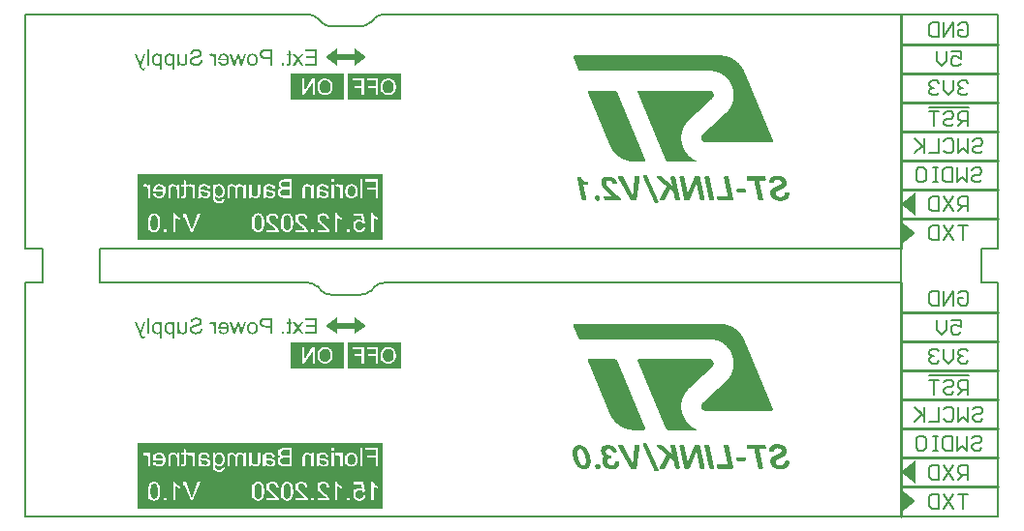
<source format=gbo>
G04*
G04 #@! TF.GenerationSoftware,Altium Limited,Altium Designer,20.0.7 (75)*
G04*
G04 Layer_Color=32896*
%FSLAX44Y44*%
%MOMM*%
G71*
G01*
G75*
%ADD10C,0.2540*%
%ADD14C,0.2032*%
%ADD87R,2.0000X0.5000*%
G36*
X-127500Y182500D02*
X-137500Y175000D01*
Y190000D01*
X-127500Y182500D01*
D02*
G37*
G36*
X-152500Y175000D02*
X-162500Y182500D01*
X-152500Y190000D01*
Y175000D01*
D02*
G37*
G36*
X183428Y183800D02*
X184228D01*
Y183727D01*
X184810D01*
Y183654D01*
X185319D01*
Y183581D01*
X185756D01*
Y183509D01*
X186119D01*
Y183436D01*
X186483D01*
Y183363D01*
X186847D01*
Y183291D01*
X187138D01*
Y183218D01*
X187429D01*
Y183145D01*
X187720D01*
Y183072D01*
X188011D01*
Y183000D01*
X188229D01*
Y182927D01*
X188520D01*
Y182854D01*
X188738D01*
Y182781D01*
X188956D01*
Y182709D01*
X189174D01*
Y182636D01*
X189393D01*
Y182563D01*
X189611D01*
Y182490D01*
X189756D01*
Y182418D01*
X189974D01*
Y182345D01*
X190193D01*
Y182272D01*
X190338D01*
Y182199D01*
X190556D01*
Y182127D01*
X190702D01*
Y182054D01*
X190847D01*
Y181981D01*
X191066D01*
Y181908D01*
X191211D01*
Y181836D01*
X191357D01*
Y181763D01*
X191502D01*
Y181690D01*
X191720D01*
Y181618D01*
X191866D01*
Y181545D01*
X192011D01*
Y181472D01*
X192157D01*
Y181399D01*
X192302D01*
Y181327D01*
X192448D01*
Y181254D01*
X192593D01*
Y181181D01*
X192666D01*
Y181108D01*
X192811D01*
Y181036D01*
X192957D01*
Y180963D01*
X193102D01*
Y180890D01*
X193248D01*
Y180817D01*
X193393D01*
Y180745D01*
X193466D01*
Y180672D01*
X193611D01*
Y180599D01*
X193757D01*
Y180526D01*
X193830D01*
Y180454D01*
X193975D01*
Y180381D01*
X194121D01*
Y180308D01*
X194193D01*
Y180236D01*
X194339D01*
Y180163D01*
X194412D01*
Y180090D01*
X194557D01*
Y180017D01*
X194630D01*
Y179944D01*
X194775D01*
Y179872D01*
X194848D01*
Y179799D01*
X194993D01*
Y179726D01*
X195066D01*
Y179654D01*
X195212D01*
Y179581D01*
X195284D01*
Y179508D01*
X195357D01*
Y179435D01*
X195503D01*
Y179363D01*
X195575D01*
Y179290D01*
X195648D01*
Y179217D01*
X195794D01*
Y179144D01*
X195866D01*
Y179072D01*
X195939D01*
Y178999D01*
X196084D01*
Y178926D01*
X196157D01*
Y178853D01*
X196230D01*
Y178781D01*
X196376D01*
Y178708D01*
X196448D01*
Y178635D01*
X196521D01*
Y178563D01*
X196594D01*
Y178490D01*
X196667D01*
Y178417D01*
X196812D01*
Y178344D01*
X196885D01*
Y178272D01*
X196957D01*
Y178199D01*
X197030D01*
Y178126D01*
X197103D01*
Y178053D01*
X197176D01*
Y177981D01*
X197321D01*
Y177908D01*
X197394D01*
Y177835D01*
X197467D01*
Y177762D01*
X197539D01*
Y177690D01*
X197612D01*
Y177617D01*
X197685D01*
Y177544D01*
X197757D01*
Y177471D01*
X197830D01*
Y177399D01*
X197903D01*
Y177326D01*
X197976D01*
Y177253D01*
X198048D01*
Y177180D01*
X198121D01*
Y177108D01*
X198194D01*
Y177035D01*
X198267D01*
Y176962D01*
X198340D01*
Y176889D01*
X198412D01*
Y176817D01*
X198485D01*
Y176744D01*
X198558D01*
Y176671D01*
X198630D01*
Y176599D01*
X198703D01*
Y176526D01*
X198776D01*
Y176453D01*
X198849D01*
Y176380D01*
X198921D01*
Y176308D01*
X198994D01*
Y176235D01*
X199067D01*
Y176162D01*
X199140D01*
Y176089D01*
Y176017D01*
X199212D01*
Y175944D01*
X199285D01*
Y175871D01*
X199358D01*
Y175798D01*
X199431D01*
Y175726D01*
X199503D01*
Y175653D01*
X199576D01*
Y175580D01*
X199649D01*
Y175508D01*
Y175435D01*
X199722D01*
Y175362D01*
X199794D01*
Y175289D01*
X199867D01*
Y175217D01*
X199940D01*
Y175144D01*
Y175071D01*
X200012D01*
Y174998D01*
X200085D01*
Y174926D01*
X200158D01*
Y174853D01*
X200231D01*
Y174780D01*
Y174707D01*
X200303D01*
Y174635D01*
X200376D01*
Y174562D01*
X200449D01*
Y174489D01*
Y174416D01*
X200522D01*
Y174344D01*
X200594D01*
Y174271D01*
X200667D01*
Y174198D01*
Y174125D01*
X200740D01*
Y174053D01*
X200813D01*
Y173980D01*
Y173907D01*
X200885D01*
Y173834D01*
X200958D01*
Y173762D01*
X201031D01*
Y173689D01*
Y173616D01*
X201103D01*
Y173543D01*
X201176D01*
Y173471D01*
Y173398D01*
X201249D01*
Y173325D01*
X201322D01*
Y173253D01*
Y173180D01*
X201395D01*
Y173107D01*
X201467D01*
Y173034D01*
Y172962D01*
X201540D01*
Y172889D01*
Y172816D01*
X201613D01*
Y172743D01*
X201685D01*
Y172671D01*
Y172598D01*
X201758D01*
Y172525D01*
Y172452D01*
X201831D01*
Y172380D01*
X201904D01*
Y172307D01*
Y172234D01*
X201976D01*
Y172162D01*
Y172089D01*
X202049D01*
Y172016D01*
X202122D01*
Y171943D01*
Y171870D01*
X202195D01*
Y171798D01*
Y171725D01*
X202267D01*
Y171652D01*
Y171580D01*
X202340D01*
Y171507D01*
Y171434D01*
X202413D01*
Y171361D01*
Y171289D01*
X202486D01*
Y171216D01*
Y171143D01*
X202558D01*
Y171070D01*
Y170998D01*
X202631D01*
Y170925D01*
Y170852D01*
X202704D01*
Y170779D01*
Y170707D01*
X202777D01*
Y170634D01*
Y170561D01*
X202849D01*
Y170488D01*
Y170416D01*
X202922D01*
Y170343D01*
Y170270D01*
X202995D01*
Y170198D01*
Y170125D01*
X203067D01*
Y170052D01*
Y169979D01*
X203140D01*
Y169907D01*
Y169834D01*
Y169761D01*
X203213D01*
Y169688D01*
Y169616D01*
X203286D01*
Y169543D01*
Y169470D01*
Y169397D01*
X203358D01*
Y169325D01*
Y169252D01*
X203431D01*
Y169179D01*
Y169107D01*
X203504D01*
Y169034D01*
Y168961D01*
Y168888D01*
X203577D01*
Y168815D01*
Y168743D01*
X203649D01*
Y168670D01*
Y168597D01*
Y168525D01*
X203722D01*
Y168452D01*
Y168379D01*
X203795D01*
Y168306D01*
Y168234D01*
X203868D01*
Y168161D01*
Y168088D01*
Y168015D01*
X203940D01*
Y167943D01*
Y167870D01*
X204013D01*
Y167797D01*
Y167724D01*
Y167652D01*
X204086D01*
Y167579D01*
Y167506D01*
X204158D01*
Y167433D01*
Y167361D01*
Y167288D01*
X204231D01*
Y167215D01*
Y167143D01*
X204304D01*
Y167070D01*
Y166997D01*
X204377D01*
Y166924D01*
Y166852D01*
Y166779D01*
X204450D01*
Y166706D01*
Y166633D01*
X204522D01*
Y166561D01*
Y166488D01*
Y166415D01*
X204595D01*
Y166342D01*
Y166270D01*
X204668D01*
Y166197D01*
Y166124D01*
X204740D01*
Y166051D01*
Y165979D01*
Y165906D01*
X204813D01*
Y165833D01*
Y165760D01*
X204886D01*
Y165688D01*
Y165615D01*
Y165542D01*
X204959D01*
Y165469D01*
Y165397D01*
X205031D01*
Y165324D01*
Y165251D01*
X205104D01*
Y165179D01*
Y165106D01*
Y165033D01*
X205177D01*
Y164960D01*
Y164888D01*
X205250D01*
Y164815D01*
Y164742D01*
Y164669D01*
X205322D01*
Y164597D01*
Y164524D01*
X205395D01*
Y164451D01*
Y164379D01*
X205468D01*
Y164306D01*
Y164233D01*
Y164160D01*
X205541D01*
Y164088D01*
Y164015D01*
X205613D01*
Y163942D01*
Y163869D01*
Y163797D01*
X205686D01*
Y163724D01*
Y163651D01*
X205759D01*
Y163578D01*
Y163506D01*
Y163433D01*
X205832D01*
Y163360D01*
Y163287D01*
X205904D01*
Y163215D01*
Y163142D01*
X205977D01*
Y163069D01*
Y162996D01*
Y162924D01*
X206050D01*
Y162851D01*
Y162778D01*
X206122D01*
Y162705D01*
Y162633D01*
Y162560D01*
X206195D01*
Y162487D01*
Y162414D01*
X206268D01*
Y162342D01*
Y162269D01*
X206341D01*
Y162196D01*
Y162124D01*
Y162051D01*
X206413D01*
Y161978D01*
Y161905D01*
X206486D01*
Y161833D01*
Y161760D01*
Y161687D01*
X206559D01*
Y161614D01*
Y161542D01*
X206632D01*
Y161469D01*
Y161396D01*
X206704D01*
Y161323D01*
Y161251D01*
Y161178D01*
X206777D01*
Y161105D01*
Y161033D01*
X206850D01*
Y160960D01*
Y160887D01*
Y160814D01*
X206923D01*
Y160742D01*
Y160669D01*
X206995D01*
Y160596D01*
Y160523D01*
X207068D01*
Y160451D01*
Y160378D01*
Y160305D01*
X207141D01*
Y160232D01*
Y160160D01*
X207214D01*
Y160087D01*
Y160014D01*
Y159941D01*
X207286D01*
Y159869D01*
Y159796D01*
X207359D01*
Y159723D01*
Y159650D01*
Y159578D01*
X207432D01*
Y159505D01*
Y159432D01*
X207505D01*
Y159360D01*
Y159287D01*
X207577D01*
Y159214D01*
Y159141D01*
Y159068D01*
X207650D01*
Y158996D01*
Y158923D01*
X207723D01*
Y158850D01*
Y158778D01*
Y158705D01*
X207796D01*
Y158632D01*
Y158559D01*
X207868D01*
Y158487D01*
Y158414D01*
X207941D01*
Y158341D01*
Y158268D01*
Y158196D01*
X208014D01*
Y158123D01*
Y158050D01*
X208086D01*
Y157978D01*
Y157905D01*
Y157832D01*
X208159D01*
Y157759D01*
Y157687D01*
X208232D01*
Y157614D01*
Y157541D01*
X208305D01*
Y157468D01*
Y157395D01*
Y157323D01*
X208377D01*
Y157250D01*
Y157177D01*
X208450D01*
Y157105D01*
Y157032D01*
Y156959D01*
X208523D01*
Y156886D01*
Y156814D01*
X208596D01*
Y156741D01*
Y156668D01*
X208668D01*
Y156595D01*
Y156523D01*
Y156450D01*
X208741D01*
Y156377D01*
Y156305D01*
X208814D01*
Y156232D01*
Y156159D01*
Y156086D01*
X208887D01*
Y156013D01*
Y155941D01*
X208959D01*
Y155868D01*
Y155795D01*
Y155723D01*
X209032D01*
Y155650D01*
Y155577D01*
X209105D01*
Y155504D01*
Y155432D01*
X209177D01*
Y155359D01*
Y155286D01*
Y155213D01*
X209250D01*
Y155141D01*
Y155068D01*
X209323D01*
Y154995D01*
Y154922D01*
Y154850D01*
X209396D01*
Y154777D01*
Y154704D01*
X209468D01*
Y154632D01*
Y154559D01*
X209541D01*
Y154486D01*
Y154413D01*
Y154340D01*
X209614D01*
Y154268D01*
Y154195D01*
X209687D01*
Y154122D01*
Y154050D01*
Y153977D01*
X209759D01*
Y153904D01*
Y153831D01*
X209832D01*
Y153759D01*
Y153686D01*
X209905D01*
Y153613D01*
Y153540D01*
Y153468D01*
X209978D01*
Y153395D01*
Y153322D01*
X210050D01*
Y153250D01*
Y153177D01*
Y153104D01*
X210123D01*
Y153031D01*
Y152958D01*
X210196D01*
Y152886D01*
Y152813D01*
X210269D01*
Y152740D01*
Y152668D01*
Y152595D01*
X210341D01*
Y152522D01*
Y152449D01*
X210414D01*
Y152377D01*
Y152304D01*
Y152231D01*
X210487D01*
Y152158D01*
Y152086D01*
X210560D01*
Y152013D01*
Y151940D01*
Y151867D01*
X210632D01*
Y151795D01*
Y151722D01*
X210705D01*
Y151649D01*
Y151576D01*
X210778D01*
Y151504D01*
Y151431D01*
Y151358D01*
X210851D01*
Y151285D01*
Y151213D01*
X210923D01*
Y151140D01*
Y151067D01*
Y150995D01*
X210996D01*
Y150922D01*
Y150849D01*
X211069D01*
Y150776D01*
Y150704D01*
X211141D01*
Y150631D01*
Y150558D01*
Y150485D01*
X211214D01*
Y150413D01*
Y150340D01*
X211287D01*
Y150267D01*
Y150194D01*
Y150122D01*
X211360D01*
Y150049D01*
Y149976D01*
X211432D01*
Y149903D01*
Y149831D01*
X211505D01*
Y149758D01*
Y149685D01*
Y149613D01*
X211578D01*
Y149540D01*
Y149467D01*
X211651D01*
Y149394D01*
Y149322D01*
Y149249D01*
X211723D01*
Y149176D01*
Y149103D01*
X211796D01*
Y149031D01*
Y148958D01*
X211869D01*
Y148885D01*
Y148812D01*
Y148740D01*
X211942D01*
Y148667D01*
Y148594D01*
X212014D01*
Y148521D01*
Y148449D01*
Y148376D01*
X212087D01*
Y148303D01*
Y148230D01*
X212160D01*
Y148158D01*
Y148085D01*
Y148012D01*
X212232D01*
Y147940D01*
Y147867D01*
X212305D01*
Y147794D01*
Y147721D01*
X212378D01*
Y147649D01*
Y147576D01*
Y147503D01*
X212451D01*
Y147430D01*
Y147358D01*
X212523D01*
Y147285D01*
Y147212D01*
Y147139D01*
X212596D01*
Y147067D01*
Y146994D01*
X212669D01*
Y146921D01*
Y146848D01*
X212742D01*
Y146776D01*
Y146703D01*
Y146630D01*
X212814D01*
Y146558D01*
Y146485D01*
X212887D01*
Y146412D01*
Y146339D01*
Y146267D01*
X212960D01*
Y146194D01*
Y146121D01*
X213033D01*
Y146048D01*
Y145976D01*
X213105D01*
Y145903D01*
Y145830D01*
Y145757D01*
X213178D01*
Y145685D01*
Y145612D01*
X213251D01*
Y145539D01*
Y145466D01*
Y145394D01*
X213324D01*
Y145321D01*
Y145248D01*
X213396D01*
Y145176D01*
Y145103D01*
X213469D01*
Y145030D01*
Y144957D01*
Y144885D01*
X213542D01*
Y144812D01*
Y144739D01*
X213615D01*
Y144666D01*
Y144594D01*
Y144521D01*
X213687D01*
Y144448D01*
Y144375D01*
X213760D01*
Y144303D01*
Y144230D01*
Y144157D01*
X213833D01*
Y144084D01*
Y144012D01*
X213906D01*
Y143939D01*
Y143866D01*
X213978D01*
Y143793D01*
Y143721D01*
Y143648D01*
X214051D01*
Y143575D01*
Y143503D01*
X214124D01*
Y143430D01*
Y143357D01*
Y143284D01*
X214196D01*
Y143211D01*
Y143139D01*
X214269D01*
Y143066D01*
Y142993D01*
X214342D01*
Y142921D01*
Y142848D01*
Y142775D01*
X214415D01*
Y142702D01*
Y142630D01*
X214487D01*
Y142557D01*
Y142484D01*
Y142411D01*
X214560D01*
Y142339D01*
Y142266D01*
X214633D01*
Y142193D01*
Y142120D01*
X214706D01*
Y142048D01*
Y141975D01*
Y141902D01*
X214778D01*
Y141830D01*
Y141757D01*
X214851D01*
Y141684D01*
Y141611D01*
Y141539D01*
X214924D01*
Y141466D01*
Y141393D01*
X214997D01*
Y141320D01*
Y141248D01*
X215069D01*
Y141175D01*
Y141102D01*
Y141029D01*
X215142D01*
Y140957D01*
Y140884D01*
X215215D01*
Y140811D01*
Y140738D01*
Y140666D01*
X215288D01*
Y140593D01*
Y140520D01*
X215360D01*
Y140447D01*
Y140375D01*
Y140302D01*
X215433D01*
Y140229D01*
Y140156D01*
X215506D01*
Y140084D01*
Y140011D01*
X215578D01*
Y139938D01*
Y139866D01*
Y139793D01*
X215651D01*
Y139720D01*
Y139647D01*
X215724D01*
Y139575D01*
Y139502D01*
Y139429D01*
X215797D01*
Y139356D01*
Y139284D01*
X215870D01*
Y139211D01*
Y139138D01*
X215942D01*
Y139065D01*
Y138993D01*
Y138920D01*
X216015D01*
Y138847D01*
Y138774D01*
X216088D01*
Y138702D01*
Y138629D01*
Y138556D01*
X216160D01*
Y138483D01*
Y138411D01*
X216233D01*
Y138338D01*
Y138265D01*
X216306D01*
Y138193D01*
Y138120D01*
Y138047D01*
X216379D01*
Y137974D01*
Y137902D01*
X216451D01*
Y137829D01*
Y137756D01*
Y137683D01*
X216524D01*
Y137611D01*
Y137538D01*
X216597D01*
Y137465D01*
Y137392D01*
X216670D01*
Y137320D01*
Y137247D01*
Y137174D01*
X216742D01*
Y137101D01*
Y137029D01*
X216815D01*
Y136956D01*
Y136883D01*
Y136811D01*
X216888D01*
Y136738D01*
Y136665D01*
X216961D01*
Y136592D01*
Y136520D01*
X217033D01*
Y136447D01*
Y136374D01*
Y136301D01*
X217106D01*
Y136229D01*
Y136156D01*
X217179D01*
Y136083D01*
Y136010D01*
Y135938D01*
X217251D01*
Y135865D01*
Y135792D01*
X217324D01*
Y135719D01*
Y135647D01*
Y135574D01*
X217397D01*
Y135501D01*
Y135428D01*
X217470D01*
Y135356D01*
Y135283D01*
X217542D01*
Y135210D01*
Y135138D01*
Y135065D01*
X217615D01*
Y134992D01*
Y134919D01*
X217688D01*
Y134847D01*
Y134774D01*
Y134701D01*
X217761D01*
Y134628D01*
Y134556D01*
X217833D01*
Y134483D01*
Y134410D01*
X217906D01*
Y134337D01*
Y134265D01*
Y134192D01*
X217979D01*
Y134119D01*
Y134046D01*
X218052D01*
Y133974D01*
Y133901D01*
Y133828D01*
X218124D01*
Y133756D01*
Y133683D01*
X218197D01*
Y133610D01*
Y133537D01*
X218270D01*
Y133465D01*
Y133392D01*
Y133319D01*
X218343D01*
Y133246D01*
Y133174D01*
X218415D01*
Y133101D01*
Y133028D01*
Y132955D01*
X218488D01*
Y132883D01*
Y132810D01*
X218561D01*
Y132737D01*
Y132664D01*
X218633D01*
Y132592D01*
Y132519D01*
Y132446D01*
X218706D01*
Y132374D01*
Y132301D01*
X218779D01*
Y132228D01*
Y132155D01*
Y132083D01*
X218852D01*
Y132010D01*
Y131937D01*
X218925D01*
Y131864D01*
Y131792D01*
Y131719D01*
X218997D01*
Y131646D01*
Y131573D01*
X219070D01*
Y131501D01*
Y131428D01*
X219143D01*
Y131355D01*
Y131282D01*
Y131210D01*
X219215D01*
Y131137D01*
Y131064D01*
X219288D01*
Y130991D01*
Y130919D01*
Y130846D01*
X219361D01*
Y130773D01*
Y130701D01*
X219434D01*
Y130628D01*
Y130555D01*
X219506D01*
Y130482D01*
Y130409D01*
Y130337D01*
X219579D01*
Y130264D01*
Y130191D01*
X219652D01*
Y130119D01*
Y130046D01*
Y129973D01*
X219725D01*
Y129900D01*
Y129828D01*
X219797D01*
Y129755D01*
Y129682D01*
X219870D01*
Y129609D01*
Y129537D01*
Y129464D01*
X219943D01*
Y129391D01*
Y129319D01*
X220016D01*
Y129246D01*
Y129173D01*
Y129100D01*
X220088D01*
Y129028D01*
Y128955D01*
X220161D01*
Y128882D01*
Y128809D01*
X220234D01*
Y128736D01*
Y128664D01*
Y128591D01*
X220306D01*
Y128518D01*
Y128446D01*
X220379D01*
Y128373D01*
Y128300D01*
Y128227D01*
X220452D01*
Y128155D01*
Y128082D01*
X220525D01*
Y128009D01*
Y127936D01*
Y127864D01*
X220597D01*
Y127791D01*
Y127718D01*
X220670D01*
Y127646D01*
Y127573D01*
X220743D01*
Y127500D01*
Y127427D01*
Y127354D01*
X220816D01*
Y127282D01*
Y127209D01*
X220888D01*
Y127136D01*
Y127064D01*
Y126991D01*
X220961D01*
Y126918D01*
Y126845D01*
X221034D01*
Y126773D01*
Y126700D01*
X221107D01*
Y126627D01*
Y126554D01*
Y126482D01*
X221179D01*
Y126409D01*
Y126336D01*
X221252D01*
Y126263D01*
Y126191D01*
Y126118D01*
X221325D01*
Y126045D01*
Y125972D01*
X221398D01*
Y125900D01*
Y125827D01*
X221470D01*
Y125754D01*
Y125681D01*
Y125609D01*
X221543D01*
Y125536D01*
Y125463D01*
X221616D01*
Y125391D01*
Y125318D01*
Y125245D01*
X221689D01*
Y125172D01*
Y125100D01*
X221761D01*
Y125027D01*
Y124954D01*
X221834D01*
Y124881D01*
Y124809D01*
Y124736D01*
X221907D01*
Y124663D01*
Y124590D01*
X221980D01*
Y124518D01*
Y124445D01*
Y124372D01*
X222052D01*
Y124299D01*
Y124227D01*
X222125D01*
Y124154D01*
Y124081D01*
Y124009D01*
X222198D01*
Y123936D01*
Y123863D01*
X222270D01*
Y123790D01*
Y123718D01*
X222343D01*
Y123645D01*
Y123572D01*
Y123499D01*
X222416D01*
Y123427D01*
Y123354D01*
X222489D01*
Y123281D01*
Y123208D01*
Y123136D01*
X222561D01*
Y123063D01*
Y122990D01*
X222634D01*
Y122917D01*
Y122845D01*
X222707D01*
Y122772D01*
Y122699D01*
Y122626D01*
X222780D01*
Y122554D01*
Y122481D01*
X222852D01*
Y122408D01*
Y122336D01*
Y122263D01*
X222925D01*
Y122190D01*
Y122117D01*
X222998D01*
Y122045D01*
Y121972D01*
X223071D01*
Y121899D01*
Y121826D01*
Y121754D01*
X223143D01*
Y121681D01*
Y121608D01*
X223216D01*
Y121535D01*
Y121463D01*
Y121390D01*
X223289D01*
Y121317D01*
Y121244D01*
X223361D01*
Y121172D01*
Y121099D01*
X223434D01*
Y121026D01*
Y120954D01*
Y120881D01*
X223507D01*
Y120808D01*
Y120735D01*
X223580D01*
Y120663D01*
Y120590D01*
Y120517D01*
X223652D01*
Y120444D01*
Y120372D01*
X223725D01*
Y120299D01*
Y120226D01*
Y120153D01*
X223798D01*
Y120081D01*
Y120008D01*
X223871D01*
Y119935D01*
Y119862D01*
X223943D01*
Y119790D01*
Y119717D01*
Y119644D01*
X224016D01*
Y119572D01*
Y119499D01*
X224089D01*
Y119426D01*
Y119353D01*
Y119281D01*
X224162D01*
Y119208D01*
Y119135D01*
X224234D01*
Y119062D01*
Y118990D01*
X224307D01*
Y118917D01*
Y118844D01*
Y118771D01*
X224380D01*
Y118699D01*
Y118626D01*
X224453D01*
Y118553D01*
Y118480D01*
Y118408D01*
X224525D01*
Y118335D01*
Y118262D01*
X224598D01*
Y118189D01*
Y118117D01*
X224671D01*
Y118044D01*
Y117971D01*
Y117899D01*
X224744D01*
Y117826D01*
Y117753D01*
X224816D01*
Y117680D01*
Y117607D01*
Y117535D01*
X224889D01*
Y117462D01*
Y117389D01*
X224962D01*
Y117317D01*
Y117244D01*
X225035D01*
Y117171D01*
Y117098D01*
Y117026D01*
X225107D01*
Y116953D01*
Y116880D01*
X225180D01*
Y116807D01*
Y116735D01*
Y116662D01*
X225253D01*
Y116589D01*
Y116517D01*
X225326D01*
Y116444D01*
Y116371D01*
Y116298D01*
X225398D01*
Y116226D01*
Y116153D01*
X225471D01*
Y116080D01*
Y116007D01*
X225544D01*
Y115934D01*
Y115862D01*
Y115789D01*
X225616D01*
Y115716D01*
Y115644D01*
X225689D01*
Y115571D01*
Y115498D01*
Y115425D01*
X225762D01*
Y115353D01*
Y115280D01*
X225835D01*
Y115207D01*
Y115134D01*
X225907D01*
Y115062D01*
Y114989D01*
Y114916D01*
X225980D01*
Y114844D01*
Y114771D01*
X226053D01*
Y114698D01*
Y114625D01*
Y114552D01*
X226126D01*
Y114480D01*
Y114407D01*
X226198D01*
Y114334D01*
Y114262D01*
X226271D01*
Y114189D01*
Y114116D01*
Y114043D01*
X226344D01*
Y113971D01*
Y113898D01*
X226416D01*
Y113825D01*
Y113752D01*
Y113680D01*
X226489D01*
Y113607D01*
Y113534D01*
X226562D01*
Y113461D01*
Y113389D01*
X226635D01*
Y113316D01*
Y113243D01*
Y113170D01*
X226707D01*
Y113098D01*
Y113025D01*
X226780D01*
Y112952D01*
Y112879D01*
Y112807D01*
X226853D01*
Y112734D01*
Y112661D01*
X226926D01*
Y112589D01*
Y112516D01*
Y112443D01*
X226999D01*
Y112370D01*
Y112298D01*
X227071D01*
Y112225D01*
Y112152D01*
X227144D01*
Y112079D01*
Y112007D01*
Y111934D01*
X227217D01*
Y111861D01*
Y111788D01*
X227289D01*
Y111716D01*
Y111643D01*
Y111570D01*
X227362D01*
Y111497D01*
Y111425D01*
X227435D01*
Y111352D01*
Y111279D01*
X227508D01*
Y111207D01*
Y111134D01*
Y111061D01*
X227580D01*
Y110988D01*
Y110916D01*
X227653D01*
Y110843D01*
Y110770D01*
Y110697D01*
X227726D01*
Y110625D01*
Y110552D01*
X227799D01*
Y110479D01*
Y110406D01*
X227871D01*
Y110334D01*
Y110261D01*
Y110188D01*
X227944D01*
Y110115D01*
Y110043D01*
X228017D01*
Y109970D01*
Y109897D01*
Y109824D01*
X228090D01*
Y109752D01*
Y109679D01*
X228162D01*
Y109606D01*
Y109534D01*
Y109461D01*
Y109388D01*
X228235D01*
Y109315D01*
Y109243D01*
Y109170D01*
Y109097D01*
Y109024D01*
X228162D01*
Y108952D01*
Y108879D01*
Y108806D01*
Y108733D01*
X228090D01*
Y108661D01*
Y108588D01*
X228017D01*
Y108515D01*
X227944D01*
Y108442D01*
Y108370D01*
X227871D01*
Y108297D01*
X227799D01*
Y108224D01*
X227726D01*
Y108152D01*
X227580D01*
Y108079D01*
X227435D01*
Y108006D01*
X227217D01*
Y107933D01*
X169026D01*
Y108006D01*
X168589D01*
Y108079D01*
X168298D01*
Y108152D01*
X168008D01*
Y108224D01*
X167862D01*
Y108297D01*
X167644D01*
Y108370D01*
X167498D01*
Y108442D01*
X167353D01*
Y108515D01*
X167207D01*
Y108588D01*
X167135D01*
Y108661D01*
X166989D01*
Y108733D01*
X166916D01*
Y108806D01*
X166771D01*
Y108879D01*
X166698D01*
Y108952D01*
X166625D01*
Y109024D01*
X166553D01*
Y109097D01*
X166480D01*
Y109170D01*
X166407D01*
Y109243D01*
X166334D01*
Y109315D01*
X166262D01*
Y109388D01*
X166189D01*
Y109461D01*
X166116D01*
Y109534D01*
Y109606D01*
X166043D01*
Y109679D01*
X165971D01*
Y109752D01*
Y109824D01*
X165898D01*
Y109897D01*
X165825D01*
Y109970D01*
Y110043D01*
X165753D01*
Y110115D01*
Y110188D01*
X165680D01*
Y110261D01*
Y110334D01*
Y110406D01*
X165607D01*
Y110479D01*
Y110552D01*
Y110625D01*
X165534D01*
Y110697D01*
Y110770D01*
Y110843D01*
Y110916D01*
Y110988D01*
X165462D01*
Y111061D01*
Y111134D01*
Y111207D01*
Y111279D01*
Y111352D01*
Y111425D01*
Y111497D01*
Y111570D01*
Y111643D01*
Y111716D01*
Y111788D01*
Y111861D01*
Y111934D01*
Y112007D01*
Y112079D01*
Y112152D01*
X165534D01*
Y112225D01*
Y112298D01*
Y112370D01*
Y112443D01*
Y112516D01*
X165607D01*
Y112589D01*
Y112661D01*
Y112734D01*
X165680D01*
Y112807D01*
Y112879D01*
Y112952D01*
X165753D01*
Y113025D01*
Y113098D01*
X165825D01*
Y113170D01*
Y113243D01*
Y113316D01*
X165898D01*
Y113389D01*
Y113461D01*
X165971D01*
Y113534D01*
X166043D01*
Y113607D01*
Y113680D01*
X166116D01*
Y113752D01*
Y113825D01*
X166189D01*
Y113898D01*
X166262D01*
Y113971D01*
Y114043D01*
X166334D01*
Y114116D01*
X166407D01*
Y114189D01*
Y114262D01*
X166480D01*
Y114334D01*
X166553D01*
Y114407D01*
X166625D01*
Y114480D01*
X166698D01*
Y114552D01*
X166771D01*
Y114625D01*
Y114698D01*
X166844D01*
Y114771D01*
X166916D01*
Y114844D01*
X166989D01*
Y114916D01*
X167062D01*
Y114989D01*
X167135D01*
Y115062D01*
X167207D01*
Y115134D01*
X167353D01*
Y115207D01*
X167425D01*
Y115280D01*
X167498D01*
Y115353D01*
X167571D01*
Y115425D01*
X167644D01*
Y115498D01*
X167717D01*
Y115571D01*
X167789D01*
Y115644D01*
X167862D01*
Y115716D01*
X167935D01*
Y115789D01*
X168008D01*
Y115862D01*
X168080D01*
Y115934D01*
X168153D01*
Y116007D01*
X168226D01*
Y116080D01*
X168298D01*
Y116153D01*
X168444D01*
Y116226D01*
X168517D01*
Y116298D01*
X168589D01*
Y116371D01*
X168662D01*
Y116444D01*
X168735D01*
Y116517D01*
X168808D01*
Y116589D01*
X168880D01*
Y116662D01*
X168953D01*
Y116735D01*
X169026D01*
Y116807D01*
X169098D01*
Y116880D01*
X169171D01*
Y116953D01*
X169244D01*
Y117026D01*
X169317D01*
Y117098D01*
X169389D01*
Y117171D01*
X169462D01*
Y117244D01*
X169608D01*
Y117317D01*
X169680D01*
Y117389D01*
X169753D01*
Y117462D01*
X169826D01*
Y117535D01*
X169899D01*
Y117607D01*
X169971D01*
Y117680D01*
X170044D01*
Y117753D01*
X170117D01*
Y117826D01*
X170190D01*
Y117899D01*
X170262D01*
Y117971D01*
X170335D01*
Y118044D01*
X170408D01*
Y118117D01*
X170481D01*
Y118189D01*
X170553D01*
Y118262D01*
X170626D01*
Y118335D01*
X170772D01*
Y118408D01*
X170844D01*
Y118480D01*
X170917D01*
Y118553D01*
X170990D01*
Y118626D01*
X171063D01*
Y118699D01*
X171135D01*
Y118771D01*
X171208D01*
Y118844D01*
X171281D01*
Y118917D01*
X171353D01*
Y118990D01*
X171426D01*
Y119062D01*
X171499D01*
Y119135D01*
X171572D01*
Y119208D01*
X171644D01*
Y119281D01*
X171717D01*
Y119353D01*
X171790D01*
Y119426D01*
X171935D01*
Y119499D01*
X172008D01*
Y119572D01*
X172081D01*
Y119644D01*
X172154D01*
Y119717D01*
X172226D01*
Y119790D01*
X172299D01*
Y119862D01*
X172372D01*
Y119935D01*
X172444D01*
Y120008D01*
X172517D01*
Y120081D01*
X172590D01*
Y120153D01*
X172663D01*
Y120226D01*
X172736D01*
Y120299D01*
X172808D01*
Y120372D01*
X172881D01*
Y120444D01*
X173026D01*
Y120517D01*
X173099D01*
Y120590D01*
X173172D01*
Y120663D01*
X173245D01*
Y120735D01*
X173317D01*
Y120808D01*
X173390D01*
Y120881D01*
X173463D01*
Y120954D01*
X173536D01*
Y121026D01*
X173608D01*
Y121099D01*
X173681D01*
Y121172D01*
X173754D01*
Y121244D01*
X173827D01*
Y121317D01*
X173899D01*
Y121390D01*
X173972D01*
Y121463D01*
X174045D01*
Y121535D01*
X174190D01*
Y121608D01*
X174263D01*
Y121681D01*
X174336D01*
Y121754D01*
X174408D01*
Y121826D01*
X174481D01*
Y121899D01*
X174554D01*
Y121972D01*
X174627D01*
Y122045D01*
X174699D01*
Y122117D01*
X174772D01*
Y122190D01*
X174845D01*
Y122263D01*
X174918D01*
Y122336D01*
X174990D01*
Y122408D01*
X175063D01*
Y122481D01*
X175136D01*
Y122554D01*
X175209D01*
Y122626D01*
X175354D01*
Y122699D01*
X175427D01*
Y122772D01*
X175499D01*
Y122845D01*
X175572D01*
Y122917D01*
X175645D01*
Y122990D01*
X175718D01*
Y123063D01*
X175791D01*
Y123136D01*
X175863D01*
Y123208D01*
X175936D01*
Y123281D01*
X176009D01*
Y123354D01*
X176081D01*
Y123427D01*
X176154D01*
Y123499D01*
X176227D01*
Y123572D01*
X176300D01*
Y123645D01*
X176372D01*
Y123718D01*
X176518D01*
Y123790D01*
X176591D01*
Y123863D01*
X176663D01*
Y123936D01*
X176736D01*
Y124009D01*
X176809D01*
Y124081D01*
X176882D01*
Y124154D01*
X176954D01*
Y124227D01*
X177027D01*
Y124299D01*
X177100D01*
Y124372D01*
X177173D01*
Y124445D01*
X177245D01*
Y124518D01*
X177318D01*
Y124590D01*
X177391D01*
Y124663D01*
X177463D01*
Y124736D01*
X177609D01*
Y124809D01*
X177682D01*
Y124881D01*
X177754D01*
Y124954D01*
X177827D01*
Y125027D01*
X177900D01*
Y125100D01*
X177973D01*
Y125172D01*
X178045D01*
Y125245D01*
X178118D01*
Y125318D01*
X178191D01*
Y125391D01*
X178264D01*
Y125463D01*
X178336D01*
Y125536D01*
X178409D01*
Y125609D01*
X178482D01*
Y125681D01*
X178555D01*
Y125754D01*
X178627D01*
Y125827D01*
X178773D01*
Y125900D01*
X178846D01*
Y125972D01*
X178918D01*
Y126045D01*
X178991D01*
Y126118D01*
X179064D01*
Y126191D01*
X179137D01*
Y126263D01*
X179209D01*
Y126336D01*
X179282D01*
Y126409D01*
X179355D01*
Y126482D01*
X179427D01*
Y126554D01*
X179500D01*
Y126627D01*
X179573D01*
Y126700D01*
X179646D01*
Y126773D01*
X179718D01*
Y126845D01*
X179791D01*
Y126918D01*
X179937D01*
Y126991D01*
X180009D01*
Y127064D01*
X180082D01*
Y127136D01*
X180155D01*
Y127209D01*
X180228D01*
Y127282D01*
X180300D01*
Y127354D01*
X180373D01*
Y127427D01*
X180446D01*
Y127500D01*
X180518D01*
Y127573D01*
X180591D01*
Y127646D01*
X180664D01*
Y127718D01*
X180737D01*
Y127791D01*
X180809D01*
Y127864D01*
X180882D01*
Y127936D01*
X180955D01*
Y128009D01*
X181100D01*
Y128082D01*
X181173D01*
Y128155D01*
X181246D01*
Y128227D01*
X181319D01*
Y128300D01*
X181391D01*
Y128373D01*
X181464D01*
Y128446D01*
X181537D01*
Y128518D01*
X181610D01*
Y128591D01*
X181682D01*
Y128664D01*
X181755D01*
Y128736D01*
X181828D01*
Y128809D01*
X181901D01*
Y128882D01*
X181973D01*
Y128955D01*
X182046D01*
Y129028D01*
X182192D01*
Y129100D01*
X182264D01*
Y129173D01*
X182337D01*
Y129246D01*
X182410D01*
Y129319D01*
X182482D01*
Y129391D01*
X182555D01*
Y129464D01*
X182628D01*
Y129537D01*
X182701D01*
Y129609D01*
X182773D01*
Y129682D01*
X182846D01*
Y129755D01*
X182919D01*
Y129828D01*
X182992D01*
Y129900D01*
X183064D01*
Y129973D01*
X183137D01*
Y130046D01*
X183210D01*
Y130119D01*
X183355D01*
Y130191D01*
X183428D01*
Y130264D01*
X183501D01*
Y130337D01*
X183573D01*
Y130409D01*
X183646D01*
Y130482D01*
X183719D01*
Y130555D01*
X183792D01*
Y130628D01*
X183864D01*
Y130701D01*
X183937D01*
Y130773D01*
X184010D01*
Y130846D01*
X184083D01*
Y130919D01*
X184155D01*
Y130991D01*
X184228D01*
Y131064D01*
X184301D01*
Y131137D01*
X184374D01*
Y131210D01*
X184519D01*
Y131282D01*
X184592D01*
Y131355D01*
X184665D01*
Y131428D01*
X184737D01*
Y131501D01*
X184810D01*
Y131573D01*
X184883D01*
Y131646D01*
X184956D01*
Y131719D01*
X185028D01*
Y131792D01*
X185101D01*
Y131864D01*
X185174D01*
Y131937D01*
X185247D01*
Y132010D01*
X185319D01*
Y132083D01*
X185392D01*
Y132155D01*
X185465D01*
Y132228D01*
X185537D01*
Y132301D01*
X185683D01*
Y132374D01*
X185756D01*
Y132446D01*
X185828D01*
Y132519D01*
X185901D01*
Y132592D01*
X185974D01*
Y132664D01*
X186047D01*
Y132737D01*
X186119D01*
Y132810D01*
X186192D01*
Y132883D01*
X186265D01*
Y132955D01*
X186338D01*
Y133028D01*
X186410D01*
Y133101D01*
X186483D01*
Y133174D01*
X186556D01*
Y133246D01*
X186628D01*
Y133319D01*
X186774D01*
Y133392D01*
X186847D01*
Y133465D01*
X186919D01*
Y133537D01*
X186992D01*
Y133610D01*
X187065D01*
Y133683D01*
X187138D01*
Y133756D01*
X187210D01*
Y133828D01*
X187283D01*
Y133901D01*
X187356D01*
Y133974D01*
X187429D01*
Y134046D01*
X187501D01*
Y134119D01*
X187574D01*
Y134192D01*
X187647D01*
Y134265D01*
X187720D01*
Y134337D01*
X187792D01*
Y134410D01*
X187938D01*
Y134483D01*
X188011D01*
Y134556D01*
X188083D01*
Y134628D01*
X188156D01*
Y134701D01*
X188229D01*
Y134774D01*
X188302D01*
Y134847D01*
X188374D01*
Y134919D01*
X188447D01*
Y134992D01*
X188520D01*
Y135065D01*
X188592D01*
Y135138D01*
Y135210D01*
X188665D01*
Y135283D01*
X188738D01*
Y135356D01*
X188811D01*
Y135428D01*
X188883D01*
Y135501D01*
X188956D01*
Y135574D01*
X189029D01*
Y135647D01*
X189102D01*
Y135719D01*
X189174D01*
Y135792D01*
Y135865D01*
X189247D01*
Y135938D01*
X189320D01*
Y136010D01*
X189393D01*
Y136083D01*
X189465D01*
Y136156D01*
Y136229D01*
X189538D01*
Y136301D01*
X189611D01*
Y136374D01*
X189683D01*
Y136447D01*
X189756D01*
Y136520D01*
Y136592D01*
X189829D01*
Y136665D01*
X189902D01*
Y136738D01*
X189974D01*
Y136811D01*
Y136883D01*
X190047D01*
Y136956D01*
X190120D01*
Y137029D01*
Y137101D01*
X190193D01*
Y137174D01*
X190266D01*
Y137247D01*
Y137320D01*
X190338D01*
Y137392D01*
X190411D01*
Y137465D01*
Y137538D01*
X190484D01*
Y137611D01*
X190556D01*
Y137683D01*
Y137756D01*
X190629D01*
Y137829D01*
X190702D01*
Y137902D01*
Y137974D01*
X190775D01*
Y138047D01*
X190847D01*
Y138120D01*
Y138193D01*
X190920D01*
Y138265D01*
Y138338D01*
X190993D01*
Y138411D01*
Y138483D01*
X191066D01*
Y138556D01*
X191138D01*
Y138629D01*
Y138702D01*
X191211D01*
Y138774D01*
Y138847D01*
X191284D01*
Y138920D01*
Y138993D01*
X191357D01*
Y139065D01*
Y139138D01*
X191429D01*
Y139211D01*
Y139284D01*
X191502D01*
Y139356D01*
Y139429D01*
X191575D01*
Y139502D01*
Y139575D01*
X191647D01*
Y139647D01*
Y139720D01*
X191720D01*
Y139793D01*
Y139866D01*
X191793D01*
Y139938D01*
Y140011D01*
X191866D01*
Y140084D01*
Y140156D01*
X191938D01*
Y140229D01*
Y140302D01*
X192011D01*
Y140375D01*
Y140447D01*
Y140520D01*
X192084D01*
Y140593D01*
Y140666D01*
X192157D01*
Y140738D01*
Y140811D01*
X192229D01*
Y140884D01*
Y140957D01*
Y141029D01*
X192302D01*
Y141102D01*
Y141175D01*
Y141248D01*
X192375D01*
Y141320D01*
Y141393D01*
X192448D01*
Y141466D01*
Y141539D01*
Y141611D01*
X192520D01*
Y141684D01*
Y141757D01*
Y141830D01*
X192593D01*
Y141902D01*
Y141975D01*
Y142048D01*
X192666D01*
Y142120D01*
Y142193D01*
Y142266D01*
X192739D01*
Y142339D01*
Y142411D01*
Y142484D01*
X192811D01*
Y142557D01*
Y142630D01*
Y142702D01*
X192884D01*
Y142775D01*
Y142848D01*
Y142921D01*
Y142993D01*
X192957D01*
Y143066D01*
Y143139D01*
Y143211D01*
X193029D01*
Y143284D01*
Y143357D01*
Y143430D01*
Y143503D01*
X193102D01*
Y143575D01*
Y143648D01*
Y143721D01*
Y143793D01*
X193175D01*
Y143866D01*
Y143939D01*
Y144012D01*
Y144084D01*
X193248D01*
Y144157D01*
Y144230D01*
Y144303D01*
Y144375D01*
Y144448D01*
X193321D01*
Y144521D01*
Y144594D01*
Y144666D01*
Y144739D01*
Y144812D01*
X193393D01*
Y144885D01*
Y144957D01*
Y145030D01*
Y145103D01*
Y145176D01*
X193466D01*
Y145248D01*
Y145321D01*
Y145394D01*
Y145466D01*
Y145539D01*
Y145612D01*
X193539D01*
Y145685D01*
Y145757D01*
Y145830D01*
Y145903D01*
Y145976D01*
Y146048D01*
Y146121D01*
X193611D01*
Y146194D01*
Y146267D01*
Y146339D01*
Y146412D01*
Y146485D01*
Y146558D01*
Y146630D01*
Y146703D01*
Y146776D01*
X193684D01*
Y146848D01*
Y146921D01*
Y146994D01*
Y147067D01*
Y147139D01*
Y147212D01*
Y147285D01*
Y147358D01*
Y147430D01*
Y147503D01*
Y147576D01*
Y147649D01*
X193757D01*
Y147721D01*
Y147794D01*
Y147867D01*
Y147940D01*
Y148012D01*
Y148085D01*
Y148158D01*
Y148230D01*
Y148303D01*
Y148376D01*
Y148449D01*
Y148521D01*
Y148594D01*
Y148667D01*
Y148740D01*
Y148812D01*
Y148885D01*
Y148958D01*
Y149031D01*
Y149103D01*
Y149176D01*
Y149249D01*
Y149322D01*
Y149394D01*
Y149467D01*
Y149540D01*
Y149613D01*
Y149685D01*
Y149758D01*
Y149831D01*
Y149903D01*
Y149976D01*
Y150049D01*
Y150122D01*
Y150194D01*
Y150267D01*
Y150340D01*
Y150413D01*
Y150485D01*
Y150558D01*
X193684D01*
Y150631D01*
Y150704D01*
Y150776D01*
Y150849D01*
Y150922D01*
Y150995D01*
Y151067D01*
Y151140D01*
Y151213D01*
Y151285D01*
Y151358D01*
Y151431D01*
X193611D01*
Y151504D01*
Y151576D01*
Y151649D01*
Y151722D01*
Y151795D01*
Y151867D01*
Y151940D01*
Y152013D01*
Y152086D01*
X193539D01*
Y152158D01*
Y152231D01*
Y152304D01*
Y152377D01*
Y152449D01*
Y152522D01*
Y152595D01*
X193466D01*
Y152668D01*
Y152740D01*
Y152813D01*
Y152886D01*
Y152958D01*
Y153031D01*
X193393D01*
Y153104D01*
Y153177D01*
Y153250D01*
Y153322D01*
Y153395D01*
Y153468D01*
X193321D01*
Y153540D01*
Y153613D01*
Y153686D01*
Y153759D01*
Y153831D01*
X193248D01*
Y153904D01*
Y153977D01*
Y154050D01*
Y154122D01*
X193175D01*
Y154195D01*
Y154268D01*
Y154340D01*
Y154413D01*
Y154486D01*
X193102D01*
Y154559D01*
Y154632D01*
Y154704D01*
Y154777D01*
X193029D01*
Y154850D01*
Y154922D01*
Y154995D01*
Y155068D01*
X192957D01*
Y155141D01*
Y155213D01*
Y155286D01*
X192884D01*
Y155359D01*
Y155432D01*
Y155504D01*
Y155577D01*
X192811D01*
Y155650D01*
Y155723D01*
Y155795D01*
X192739D01*
Y155868D01*
Y155941D01*
Y156013D01*
X192666D01*
Y156086D01*
Y156159D01*
Y156232D01*
X192593D01*
Y156305D01*
Y156377D01*
Y156450D01*
X192520D01*
Y156523D01*
Y156595D01*
Y156668D01*
X192448D01*
Y156741D01*
Y156814D01*
Y156886D01*
X192375D01*
Y156959D01*
Y157032D01*
Y157105D01*
X192302D01*
Y157177D01*
Y157250D01*
X192229D01*
Y157323D01*
Y157395D01*
Y157468D01*
X192157D01*
Y157541D01*
Y157614D01*
X192084D01*
Y157687D01*
Y157759D01*
Y157832D01*
X192011D01*
Y157905D01*
Y157978D01*
X191938D01*
Y158050D01*
Y158123D01*
Y158196D01*
X191866D01*
Y158268D01*
Y158341D01*
X191793D01*
Y158414D01*
Y158487D01*
X191720D01*
Y158559D01*
Y158632D01*
X191647D01*
Y158705D01*
Y158778D01*
X191575D01*
Y158850D01*
Y158923D01*
X191502D01*
Y158996D01*
Y159068D01*
X191429D01*
Y159141D01*
Y159214D01*
X191357D01*
Y159287D01*
Y159360D01*
X191284D01*
Y159432D01*
Y159505D01*
X191211D01*
Y159578D01*
Y159650D01*
X191138D01*
Y159723D01*
Y159796D01*
X191066D01*
Y159869D01*
Y159941D01*
X190993D01*
Y160014D01*
Y160087D01*
X190920D01*
Y160160D01*
X190847D01*
Y160232D01*
Y160305D01*
X190775D01*
Y160378D01*
Y160451D01*
X190702D01*
Y160523D01*
Y160596D01*
X190629D01*
Y160669D01*
X190556D01*
Y160742D01*
Y160814D01*
X190484D01*
Y160887D01*
Y160960D01*
X190411D01*
Y161033D01*
X190338D01*
Y161105D01*
Y161178D01*
X190266D01*
Y161251D01*
X190193D01*
Y161323D01*
Y161396D01*
X190120D01*
Y161469D01*
X190047D01*
Y161542D01*
Y161614D01*
X189974D01*
Y161687D01*
X189902D01*
Y161760D01*
Y161833D01*
X189829D01*
Y161905D01*
X189756D01*
Y161978D01*
X189683D01*
Y162051D01*
Y162124D01*
X189611D01*
Y162196D01*
X189538D01*
Y162269D01*
X189465D01*
Y162342D01*
Y162414D01*
X189393D01*
Y162487D01*
X189320D01*
Y162560D01*
X189247D01*
Y162633D01*
Y162705D01*
X189174D01*
Y162778D01*
X189102D01*
Y162851D01*
X189029D01*
Y162924D01*
X188956D01*
Y162996D01*
Y163069D01*
X188883D01*
Y163142D01*
X188811D01*
Y163215D01*
X188738D01*
Y163287D01*
X188665D01*
Y163360D01*
X188592D01*
Y163433D01*
Y163506D01*
X188520D01*
Y163578D01*
X188447D01*
Y163651D01*
X188374D01*
Y163724D01*
X188302D01*
Y163797D01*
X188229D01*
Y163869D01*
X188156D01*
Y163942D01*
X188083D01*
Y164015D01*
X188011D01*
Y164088D01*
X187938D01*
Y164160D01*
X187865D01*
Y164233D01*
X187792D01*
Y164306D01*
X187720D01*
Y164379D01*
X187647D01*
Y164451D01*
X187574D01*
Y164524D01*
X187501D01*
Y164597D01*
X187429D01*
Y164669D01*
X187356D01*
Y164742D01*
X187283D01*
Y164815D01*
X187210D01*
Y164888D01*
X187138D01*
Y164960D01*
X187065D01*
Y165033D01*
X186992D01*
Y165106D01*
X186919D01*
Y165179D01*
X186847D01*
Y165251D01*
X186774D01*
Y165324D01*
X186628D01*
Y165397D01*
X186556D01*
Y165469D01*
X186483D01*
Y165542D01*
X186410D01*
Y165615D01*
X186338D01*
Y165688D01*
X186265D01*
Y165760D01*
X186119D01*
Y165833D01*
X186047D01*
Y165906D01*
X185974D01*
Y165979D01*
X185901D01*
Y166051D01*
X185756D01*
Y166124D01*
X185683D01*
Y166197D01*
X185610D01*
Y166270D01*
X185465D01*
Y166342D01*
X185392D01*
Y166415D01*
X185319D01*
Y166488D01*
X185174D01*
Y166561D01*
X185101D01*
Y166633D01*
X184956D01*
Y166706D01*
X184883D01*
Y166779D01*
X184737D01*
Y166852D01*
X184665D01*
Y166924D01*
X184519D01*
Y166997D01*
X184446D01*
Y167070D01*
X184301D01*
Y167143D01*
X184228D01*
Y167215D01*
X184083D01*
Y167288D01*
X183937D01*
Y167361D01*
X183864D01*
Y167433D01*
X183719D01*
Y167506D01*
X183573D01*
Y167579D01*
X183501D01*
Y167652D01*
X183355D01*
Y167724D01*
X183210D01*
Y167797D01*
X183064D01*
Y167870D01*
X182919D01*
Y167943D01*
X182846D01*
Y168015D01*
X182701D01*
Y168088D01*
X182555D01*
Y168161D01*
X182410D01*
Y168234D01*
X182264D01*
Y168306D01*
X182046D01*
Y168379D01*
X181901D01*
Y168452D01*
X181755D01*
Y168525D01*
X181610D01*
Y168597D01*
X181464D01*
Y168670D01*
X181246D01*
Y168743D01*
X181100D01*
Y168815D01*
X180882D01*
Y168888D01*
X180737D01*
Y168961D01*
X180518D01*
Y169034D01*
X180373D01*
Y169107D01*
X180155D01*
Y169179D01*
X179937D01*
Y169252D01*
X179718D01*
Y169325D01*
X179500D01*
Y169397D01*
X179282D01*
Y169470D01*
X178991D01*
Y169543D01*
X178773D01*
Y169616D01*
X178555D01*
Y169688D01*
X178264D01*
Y169761D01*
X177973D01*
Y169834D01*
X177682D01*
Y169907D01*
X177318D01*
Y169979D01*
X177027D01*
Y170052D01*
X176591D01*
Y170125D01*
X176227D01*
Y170198D01*
X175791D01*
Y170270D01*
X175281D01*
Y170343D01*
X174699D01*
Y170416D01*
X173972D01*
Y170488D01*
X172808D01*
Y170561D01*
X59118D01*
Y170634D01*
X58900D01*
Y170707D01*
X58754D01*
Y170779D01*
X58681D01*
Y170852D01*
X58609D01*
Y170925D01*
X58536D01*
Y170998D01*
X58463D01*
Y171070D01*
X58390D01*
Y171143D01*
X58318D01*
Y171216D01*
Y171289D01*
X58245D01*
Y171361D01*
Y171434D01*
X58172D01*
Y171507D01*
Y171580D01*
Y171652D01*
X58099D01*
Y171725D01*
Y171798D01*
X58027D01*
Y171870D01*
Y171943D01*
X57954D01*
Y172016D01*
Y172089D01*
Y172162D01*
X57881D01*
Y172234D01*
Y172307D01*
X57808D01*
Y172380D01*
Y172452D01*
Y172525D01*
X57736D01*
Y172598D01*
Y172671D01*
X57663D01*
Y172743D01*
Y172816D01*
Y172889D01*
X57590D01*
Y172962D01*
Y173034D01*
X57517D01*
Y173107D01*
Y173180D01*
X57445D01*
Y173253D01*
Y173325D01*
Y173398D01*
X57372D01*
Y173471D01*
Y173543D01*
X57299D01*
Y173616D01*
Y173689D01*
Y173762D01*
X57227D01*
Y173834D01*
Y173907D01*
X57154D01*
Y173980D01*
Y174053D01*
X57081D01*
Y174125D01*
Y174198D01*
Y174271D01*
X57008D01*
Y174344D01*
Y174416D01*
X56936D01*
Y174489D01*
Y174562D01*
Y174635D01*
X56863D01*
Y174707D01*
Y174780D01*
X56790D01*
Y174853D01*
Y174926D01*
Y174998D01*
X56717D01*
Y175071D01*
Y175144D01*
X56645D01*
Y175217D01*
Y175289D01*
X56572D01*
Y175362D01*
Y175435D01*
Y175508D01*
X56499D01*
Y175580D01*
Y175653D01*
X56427D01*
Y175726D01*
Y175798D01*
Y175871D01*
X56354D01*
Y175944D01*
Y176017D01*
X56281D01*
Y176089D01*
Y176162D01*
Y176235D01*
X56208D01*
Y176308D01*
Y176380D01*
X56136D01*
Y176453D01*
Y176526D01*
X56063D01*
Y176599D01*
Y176671D01*
Y176744D01*
X55990D01*
Y176817D01*
Y176889D01*
X55917D01*
Y176962D01*
Y177035D01*
Y177108D01*
X55844D01*
Y177180D01*
Y177253D01*
X55772D01*
Y177326D01*
Y177399D01*
X55699D01*
Y177471D01*
Y177544D01*
Y177617D01*
X55626D01*
Y177690D01*
Y177762D01*
X55554D01*
Y177835D01*
Y177908D01*
Y177981D01*
X55481D01*
Y178053D01*
Y178126D01*
X55408D01*
Y178199D01*
Y178272D01*
Y178344D01*
X55335D01*
Y178417D01*
Y178490D01*
X55263D01*
Y178563D01*
Y178635D01*
X55190D01*
Y178708D01*
Y178781D01*
Y178853D01*
X55117D01*
Y178926D01*
Y178999D01*
X55044D01*
Y179072D01*
Y179144D01*
Y179217D01*
X54972D01*
Y179290D01*
Y179363D01*
X54899D01*
Y179435D01*
Y179508D01*
X54826D01*
Y179581D01*
Y179654D01*
Y179726D01*
X54753D01*
Y179799D01*
Y179872D01*
X54681D01*
Y179944D01*
Y180017D01*
Y180090D01*
X54608D01*
Y180163D01*
Y180236D01*
X54535D01*
Y180308D01*
Y180381D01*
Y180454D01*
X54462D01*
Y180526D01*
Y180599D01*
X54390D01*
Y180672D01*
Y180745D01*
X54317D01*
Y180817D01*
Y180890D01*
Y180963D01*
X54244D01*
Y181036D01*
Y181108D01*
X54172D01*
Y181181D01*
Y181254D01*
Y181327D01*
X54099D01*
Y181399D01*
Y181472D01*
X54026D01*
Y181545D01*
Y181618D01*
X53953D01*
Y181690D01*
Y181763D01*
Y181836D01*
X53881D01*
Y181908D01*
Y181981D01*
X53808D01*
Y182054D01*
Y182127D01*
Y182199D01*
X53735D01*
Y182272D01*
Y182345D01*
Y182418D01*
Y182490D01*
X53662D01*
Y182563D01*
Y182636D01*
Y182709D01*
Y182781D01*
X53735D01*
Y182854D01*
Y182927D01*
Y183000D01*
Y183072D01*
X53808D01*
Y183145D01*
Y183218D01*
X53881D01*
Y183291D01*
X53953D01*
Y183363D01*
Y183436D01*
X54026D01*
Y183509D01*
X54099D01*
Y183581D01*
X54172D01*
Y183654D01*
X54317D01*
Y183727D01*
X54390D01*
Y183800D01*
X54608D01*
Y183872D01*
X183428D01*
Y183800D01*
D02*
G37*
G36*
X89595Y153177D02*
X89959D01*
Y153104D01*
X90250D01*
Y153031D01*
X90395D01*
Y152958D01*
X90614D01*
Y152886D01*
X90759D01*
Y152813D01*
X90905D01*
Y152740D01*
X90977D01*
Y152668D01*
X91123D01*
Y152595D01*
X91195D01*
Y152522D01*
X91268D01*
Y152449D01*
X91414D01*
Y152377D01*
X91487D01*
Y152304D01*
X91559D01*
Y152231D01*
X91632D01*
Y152158D01*
X91705D01*
Y152086D01*
X91777D01*
Y152013D01*
X91850D01*
Y151940D01*
Y151867D01*
X91923D01*
Y151795D01*
X91996D01*
Y151722D01*
X92068D01*
Y151649D01*
Y151576D01*
X92141D01*
Y151504D01*
Y151431D01*
X92214D01*
Y151358D01*
Y151285D01*
X92287D01*
Y151213D01*
Y151140D01*
X92359D01*
Y151067D01*
Y150995D01*
X92432D01*
Y150922D01*
Y150849D01*
Y150776D01*
X92505D01*
Y150704D01*
Y150631D01*
X92577D01*
Y150558D01*
Y150485D01*
X92650D01*
Y150413D01*
Y150340D01*
Y150267D01*
X92723D01*
Y150194D01*
Y150122D01*
X92796D01*
Y150049D01*
Y149976D01*
Y149903D01*
X92868D01*
Y149831D01*
Y149758D01*
X92941D01*
Y149685D01*
Y149613D01*
X93014D01*
Y149540D01*
Y149467D01*
Y149394D01*
X93087D01*
Y149322D01*
Y149249D01*
X93159D01*
Y149176D01*
Y149103D01*
Y149031D01*
X93232D01*
Y148958D01*
Y148885D01*
X93305D01*
Y148812D01*
Y148740D01*
Y148667D01*
X93378D01*
Y148594D01*
Y148521D01*
X93450D01*
Y148449D01*
Y148376D01*
X93523D01*
Y148303D01*
Y148230D01*
Y148158D01*
X93596D01*
Y148085D01*
Y148012D01*
X93669D01*
Y147940D01*
Y147867D01*
Y147794D01*
X93741D01*
Y147721D01*
Y147649D01*
X93814D01*
Y147576D01*
Y147503D01*
X93887D01*
Y147430D01*
Y147358D01*
Y147285D01*
X93960D01*
Y147212D01*
Y147139D01*
X94032D01*
Y147067D01*
Y146994D01*
Y146921D01*
X94105D01*
Y146848D01*
Y146776D01*
X94178D01*
Y146703D01*
Y146630D01*
Y146558D01*
X94250D01*
Y146485D01*
Y146412D01*
X94323D01*
Y146339D01*
Y146267D01*
X94396D01*
Y146194D01*
Y146121D01*
Y146048D01*
X94469D01*
Y145976D01*
Y145903D01*
X94542D01*
Y145830D01*
Y145757D01*
Y145685D01*
X94614D01*
Y145612D01*
Y145539D01*
X94687D01*
Y145466D01*
Y145394D01*
X94760D01*
Y145321D01*
Y145248D01*
Y145176D01*
X94832D01*
Y145103D01*
Y145030D01*
X94905D01*
Y144957D01*
Y144885D01*
Y144812D01*
X94978D01*
Y144739D01*
Y144666D01*
X95051D01*
Y144594D01*
Y144521D01*
Y144448D01*
X95123D01*
Y144375D01*
Y144303D01*
X95196D01*
Y144230D01*
Y144157D01*
X95269D01*
Y144084D01*
Y144012D01*
Y143939D01*
X95342D01*
Y143866D01*
Y143793D01*
X95414D01*
Y143721D01*
Y143648D01*
Y143575D01*
X95487D01*
Y143503D01*
Y143430D01*
X95560D01*
Y143357D01*
Y143284D01*
X95632D01*
Y143211D01*
Y143139D01*
Y143066D01*
X95705D01*
Y142993D01*
Y142921D01*
X95778D01*
Y142848D01*
Y142775D01*
Y142702D01*
X95851D01*
Y142630D01*
Y142557D01*
X95924D01*
Y142484D01*
Y142411D01*
Y142339D01*
X95996D01*
Y142266D01*
Y142193D01*
X96069D01*
Y142120D01*
Y142048D01*
X96142D01*
Y141975D01*
Y141902D01*
Y141830D01*
X96215D01*
Y141757D01*
Y141684D01*
X96287D01*
Y141611D01*
Y141539D01*
Y141466D01*
X96360D01*
Y141393D01*
Y141320D01*
X96433D01*
Y141248D01*
Y141175D01*
X96505D01*
Y141102D01*
Y141029D01*
Y140957D01*
X96578D01*
Y140884D01*
Y140811D01*
X96651D01*
Y140738D01*
Y140666D01*
Y140593D01*
X96724D01*
Y140520D01*
Y140447D01*
X96796D01*
Y140375D01*
Y140302D01*
Y140229D01*
X96869D01*
Y140156D01*
Y140084D01*
X96942D01*
Y140011D01*
Y139938D01*
X97015D01*
Y139866D01*
Y139793D01*
Y139720D01*
X97087D01*
Y139647D01*
Y139575D01*
X97160D01*
Y139502D01*
Y139429D01*
Y139356D01*
X97233D01*
Y139284D01*
Y139211D01*
X97305D01*
Y139138D01*
Y139065D01*
X97378D01*
Y138993D01*
Y138920D01*
Y138847D01*
X97451D01*
Y138774D01*
Y138702D01*
X97524D01*
Y138629D01*
Y138556D01*
Y138483D01*
X97597D01*
Y138411D01*
Y138338D01*
X97669D01*
Y138265D01*
Y138193D01*
X97742D01*
Y138120D01*
Y138047D01*
Y137974D01*
X97815D01*
Y137902D01*
Y137829D01*
X97887D01*
Y137756D01*
Y137683D01*
Y137611D01*
X97960D01*
Y137538D01*
Y137465D01*
X98033D01*
Y137392D01*
Y137320D01*
Y137247D01*
X98106D01*
Y137174D01*
Y137101D01*
X98178D01*
Y137029D01*
Y136956D01*
X98251D01*
Y136883D01*
Y136811D01*
Y136738D01*
X98324D01*
Y136665D01*
Y136592D01*
X98397D01*
Y136520D01*
Y136447D01*
Y136374D01*
X98469D01*
Y136301D01*
Y136229D01*
X98542D01*
Y136156D01*
Y136083D01*
X98615D01*
Y136010D01*
Y135938D01*
Y135865D01*
X98688D01*
Y135792D01*
Y135719D01*
X98760D01*
Y135647D01*
Y135574D01*
Y135501D01*
X98833D01*
Y135428D01*
Y135356D01*
X98906D01*
Y135283D01*
Y135210D01*
Y135138D01*
X98979D01*
Y135065D01*
Y134992D01*
X99051D01*
Y134919D01*
Y134847D01*
X99124D01*
Y134774D01*
Y134701D01*
Y134628D01*
X99197D01*
Y134556D01*
Y134483D01*
X99270D01*
Y134410D01*
Y134337D01*
Y134265D01*
X99342D01*
Y134192D01*
Y134119D01*
X99415D01*
Y134046D01*
Y133974D01*
X99488D01*
Y133901D01*
Y133828D01*
Y133756D01*
X99560D01*
Y133683D01*
Y133610D01*
X99633D01*
Y133537D01*
Y133465D01*
Y133392D01*
X99706D01*
Y133319D01*
Y133246D01*
X99779D01*
Y133174D01*
Y133101D01*
Y133028D01*
X99851D01*
Y132955D01*
Y132883D01*
X99924D01*
Y132810D01*
Y132737D01*
X99997D01*
Y132664D01*
Y132592D01*
Y132519D01*
X100070D01*
Y132446D01*
Y132374D01*
X100142D01*
Y132301D01*
Y132228D01*
Y132155D01*
X100215D01*
Y132083D01*
Y132010D01*
X100288D01*
Y131937D01*
Y131864D01*
X100361D01*
Y131792D01*
Y131719D01*
Y131646D01*
X100433D01*
Y131573D01*
Y131501D01*
X100506D01*
Y131428D01*
Y131355D01*
Y131282D01*
X100579D01*
Y131210D01*
Y131137D01*
X100652D01*
Y131064D01*
Y130991D01*
Y130919D01*
X100724D01*
Y130846D01*
Y130773D01*
X100797D01*
Y130701D01*
Y130628D01*
X100870D01*
Y130555D01*
Y130482D01*
Y130409D01*
X100942D01*
Y130337D01*
Y130264D01*
X101015D01*
Y130191D01*
Y130119D01*
Y130046D01*
X101088D01*
Y129973D01*
Y129900D01*
X101161D01*
Y129828D01*
Y129755D01*
X101233D01*
Y129682D01*
Y129609D01*
Y129537D01*
X101306D01*
Y129464D01*
Y129391D01*
X101379D01*
Y129319D01*
Y129246D01*
Y129173D01*
X101452D01*
Y129100D01*
Y129028D01*
X101524D01*
Y128955D01*
Y128882D01*
Y128809D01*
X101597D01*
Y128736D01*
Y128664D01*
X101670D01*
Y128591D01*
Y128518D01*
X101743D01*
Y128446D01*
Y128373D01*
Y128300D01*
X101815D01*
Y128227D01*
Y128155D01*
X101888D01*
Y128082D01*
Y128009D01*
Y127936D01*
X101961D01*
Y127864D01*
Y127791D01*
X102034D01*
Y127718D01*
Y127646D01*
X102106D01*
Y127573D01*
Y127500D01*
Y127427D01*
X102179D01*
Y127354D01*
Y127282D01*
X102252D01*
Y127209D01*
Y127136D01*
Y127064D01*
X102324D01*
Y126991D01*
Y126918D01*
X102397D01*
Y126845D01*
Y126773D01*
X102470D01*
Y126700D01*
Y126627D01*
Y126554D01*
X102543D01*
Y126482D01*
Y126409D01*
X102615D01*
Y126336D01*
Y126263D01*
Y126191D01*
X102688D01*
Y126118D01*
Y126045D01*
X102761D01*
Y125972D01*
Y125900D01*
Y125827D01*
X102834D01*
Y125754D01*
Y125681D01*
X102906D01*
Y125609D01*
Y125536D01*
X102979D01*
Y125463D01*
Y125391D01*
Y125318D01*
X103052D01*
Y125245D01*
Y125172D01*
X103125D01*
Y125100D01*
Y125027D01*
Y124954D01*
X103197D01*
Y124881D01*
Y124809D01*
X103270D01*
Y124736D01*
Y124663D01*
X103343D01*
Y124590D01*
Y124518D01*
Y124445D01*
X103416D01*
Y124372D01*
Y124299D01*
X103488D01*
Y124227D01*
Y124154D01*
Y124081D01*
X103561D01*
Y124009D01*
Y123936D01*
X103634D01*
Y123863D01*
Y123790D01*
Y123718D01*
X103707D01*
Y123645D01*
Y123572D01*
X103779D01*
Y123499D01*
Y123427D01*
X103852D01*
Y123354D01*
Y123281D01*
Y123208D01*
X103925D01*
Y123136D01*
Y123063D01*
X103997D01*
Y122990D01*
Y122917D01*
Y122845D01*
X104070D01*
Y122772D01*
Y122699D01*
X104143D01*
Y122626D01*
Y122554D01*
X104216D01*
Y122481D01*
Y122408D01*
Y122336D01*
X104288D01*
Y122263D01*
Y122190D01*
X104361D01*
Y122117D01*
Y122045D01*
Y121972D01*
X104434D01*
Y121899D01*
Y121826D01*
X104507D01*
Y121754D01*
Y121681D01*
Y121608D01*
X104579D01*
Y121535D01*
Y121463D01*
X104652D01*
Y121390D01*
Y121317D01*
X104725D01*
Y121244D01*
Y121172D01*
Y121099D01*
X104798D01*
Y121026D01*
Y120954D01*
X104870D01*
Y120881D01*
Y120808D01*
Y120735D01*
X104943D01*
Y120663D01*
Y120590D01*
X105016D01*
Y120517D01*
Y120444D01*
X105089D01*
Y120372D01*
Y120299D01*
Y120226D01*
X105161D01*
Y120153D01*
Y120081D01*
X105234D01*
Y120008D01*
Y119935D01*
Y119862D01*
X105307D01*
Y119790D01*
Y119717D01*
X105379D01*
Y119644D01*
Y119572D01*
Y119499D01*
X105452D01*
Y119426D01*
Y119353D01*
X105525D01*
Y119281D01*
Y119208D01*
X105598D01*
Y119135D01*
Y119062D01*
Y118990D01*
X105670D01*
Y118917D01*
Y118844D01*
X105743D01*
Y118771D01*
Y118699D01*
Y118626D01*
X105816D01*
Y118553D01*
Y118480D01*
X105889D01*
Y118408D01*
Y118335D01*
X105961D01*
Y118262D01*
Y118189D01*
Y118117D01*
X106034D01*
Y118044D01*
Y117971D01*
X106107D01*
Y117899D01*
Y117826D01*
Y117753D01*
X106180D01*
Y117680D01*
Y117607D01*
X106252D01*
Y117535D01*
Y117462D01*
Y117389D01*
X106325D01*
Y117317D01*
Y117244D01*
X106398D01*
Y117171D01*
Y117098D01*
X106471D01*
Y117026D01*
Y116953D01*
Y116880D01*
X106543D01*
Y116807D01*
Y116735D01*
X106616D01*
Y116662D01*
Y116589D01*
Y116517D01*
X106689D01*
Y116444D01*
Y116371D01*
X106762D01*
Y116298D01*
Y116226D01*
X106834D01*
Y116153D01*
Y116080D01*
Y116007D01*
X106907D01*
Y115934D01*
Y115862D01*
X106980D01*
Y115789D01*
Y115716D01*
Y115644D01*
X107052D01*
Y115571D01*
Y115498D01*
X107125D01*
Y115425D01*
Y115353D01*
X107198D01*
Y115280D01*
Y115207D01*
Y115134D01*
X107271D01*
Y115062D01*
Y114989D01*
X107343D01*
Y114916D01*
Y114844D01*
Y114771D01*
X107416D01*
Y114698D01*
Y114625D01*
X107489D01*
Y114552D01*
Y114480D01*
Y114407D01*
X107562D01*
Y114334D01*
Y114262D01*
X107634D01*
Y114189D01*
Y114116D01*
X107707D01*
Y114043D01*
Y113971D01*
Y113898D01*
X107780D01*
Y113825D01*
Y113752D01*
X107853D01*
Y113680D01*
Y113607D01*
Y113534D01*
X107925D01*
Y113461D01*
Y113389D01*
X107998D01*
Y113316D01*
Y113243D01*
X108071D01*
Y113170D01*
Y113098D01*
Y113025D01*
X108144D01*
Y112952D01*
Y112879D01*
X108216D01*
Y112807D01*
Y112734D01*
Y112661D01*
X108289D01*
Y112589D01*
Y112516D01*
X108362D01*
Y112443D01*
Y112370D01*
Y112298D01*
X108435D01*
Y112225D01*
Y112152D01*
X108507D01*
Y112079D01*
Y112007D01*
X108580D01*
Y111934D01*
Y111861D01*
Y111788D01*
X108653D01*
Y111716D01*
Y111643D01*
X108726D01*
Y111570D01*
Y111497D01*
Y111425D01*
X108798D01*
Y111352D01*
Y111279D01*
X108871D01*
Y111207D01*
Y111134D01*
X108944D01*
Y111061D01*
Y110988D01*
Y110916D01*
X109016D01*
Y110843D01*
Y110770D01*
X109089D01*
Y110697D01*
Y110625D01*
Y110552D01*
X109162D01*
Y110479D01*
Y110406D01*
X109235D01*
Y110334D01*
Y110261D01*
Y110188D01*
X109307D01*
Y110115D01*
Y110043D01*
X109380D01*
Y109970D01*
Y109897D01*
X109453D01*
Y109824D01*
Y109752D01*
Y109679D01*
X109526D01*
Y109606D01*
Y109534D01*
X109598D01*
Y109461D01*
Y109388D01*
Y109315D01*
X109671D01*
Y109243D01*
Y109170D01*
X109744D01*
Y109097D01*
Y109024D01*
X109817D01*
Y108952D01*
Y108879D01*
Y108806D01*
X109889D01*
Y108733D01*
Y108661D01*
X109962D01*
Y108588D01*
Y108515D01*
Y108442D01*
X110035D01*
Y108370D01*
Y108297D01*
X110107D01*
Y108224D01*
Y108152D01*
Y108079D01*
X110180D01*
Y108006D01*
Y107933D01*
X110253D01*
Y107861D01*
Y107788D01*
X110326D01*
Y107715D01*
Y107642D01*
Y107570D01*
X110399D01*
Y107497D01*
Y107424D01*
X110471D01*
Y107351D01*
Y107279D01*
Y107206D01*
X110544D01*
Y107133D01*
Y107060D01*
X110617D01*
Y106988D01*
Y106915D01*
X110689D01*
Y106842D01*
Y106770D01*
Y106697D01*
X110762D01*
Y106624D01*
Y106551D01*
X110835D01*
Y106479D01*
Y106406D01*
Y106333D01*
X110908D01*
Y106260D01*
Y106188D01*
X110980D01*
Y106115D01*
Y106042D01*
Y105969D01*
X111053D01*
Y105897D01*
Y105824D01*
X111126D01*
Y105751D01*
Y105678D01*
X111199D01*
Y105606D01*
Y105533D01*
Y105460D01*
X111271D01*
Y105387D01*
Y105315D01*
X111344D01*
Y105242D01*
Y105169D01*
Y105097D01*
X111417D01*
Y105024D01*
Y104951D01*
X111490D01*
Y104878D01*
Y104806D01*
X111562D01*
Y104733D01*
Y104660D01*
Y104587D01*
X111635D01*
Y104515D01*
Y104442D01*
X111708D01*
Y104369D01*
Y104296D01*
Y104224D01*
X111781D01*
Y104151D01*
Y104078D01*
X111853D01*
Y104005D01*
Y103933D01*
X111926D01*
Y103860D01*
Y103787D01*
Y103714D01*
X111999D01*
Y103642D01*
Y103569D01*
X112072D01*
Y103496D01*
Y103424D01*
Y103351D01*
X112144D01*
Y103278D01*
Y103205D01*
X112217D01*
Y103133D01*
Y103060D01*
Y102987D01*
X112290D01*
Y102914D01*
Y102842D01*
X112362D01*
Y102769D01*
Y102696D01*
X112435D01*
Y102623D01*
Y102551D01*
Y102478D01*
X112508D01*
Y102405D01*
Y102332D01*
X112581D01*
Y102260D01*
Y102187D01*
Y102114D01*
X112653D01*
Y102042D01*
Y101969D01*
X112726D01*
Y101896D01*
Y101823D01*
X112799D01*
Y101750D01*
Y101678D01*
Y101605D01*
X112872D01*
Y101532D01*
Y101460D01*
X112944D01*
Y101387D01*
Y101314D01*
Y101241D01*
X113017D01*
Y101169D01*
Y101096D01*
X113090D01*
Y101023D01*
Y100950D01*
Y100878D01*
X113162D01*
Y100805D01*
Y100732D01*
X113235D01*
Y100659D01*
Y100587D01*
X113308D01*
Y100514D01*
Y100441D01*
Y100368D01*
X113381D01*
Y100296D01*
Y100223D01*
X113454D01*
Y100150D01*
Y100077D01*
Y100005D01*
X113526D01*
Y99932D01*
Y99859D01*
X113599D01*
Y99787D01*
Y99714D01*
X113672D01*
Y99641D01*
Y99568D01*
Y99496D01*
X113744D01*
Y99423D01*
Y99350D01*
X113817D01*
Y99277D01*
Y99205D01*
Y99132D01*
X113890D01*
Y99059D01*
Y98987D01*
X113963D01*
Y98914D01*
Y98841D01*
Y98768D01*
X114035D01*
Y98695D01*
Y98623D01*
X114108D01*
Y98550D01*
Y98477D01*
X114181D01*
Y98405D01*
Y98332D01*
Y98259D01*
X114254D01*
Y98186D01*
Y98114D01*
X114326D01*
Y98041D01*
Y97968D01*
Y97895D01*
X114399D01*
Y97823D01*
Y97750D01*
X114472D01*
Y97677D01*
Y97604D01*
X114545D01*
Y97532D01*
Y97459D01*
Y97386D01*
X114617D01*
Y97313D01*
Y97241D01*
X114690D01*
Y97168D01*
Y97095D01*
Y97022D01*
X114763D01*
Y96950D01*
Y96877D01*
X114836D01*
Y96804D01*
Y96732D01*
Y96659D01*
X114908D01*
Y96586D01*
Y96513D01*
X114981D01*
Y96441D01*
Y96368D01*
X115054D01*
Y96295D01*
Y96222D01*
Y96150D01*
X115126D01*
Y96077D01*
Y96004D01*
X115199D01*
Y95931D01*
Y95859D01*
Y95786D01*
X115272D01*
Y95713D01*
Y95640D01*
X115345D01*
Y95568D01*
Y95495D01*
X115417D01*
Y95422D01*
Y95350D01*
Y95277D01*
X115490D01*
Y95204D01*
Y95131D01*
X115563D01*
Y95059D01*
Y94986D01*
Y94913D01*
X115636D01*
Y94840D01*
Y94768D01*
X115708D01*
Y94695D01*
Y94622D01*
Y94549D01*
X115781D01*
Y94477D01*
Y94404D01*
X115854D01*
Y94331D01*
Y94258D01*
X115927D01*
Y94186D01*
Y94113D01*
Y94040D01*
X115999D01*
Y93968D01*
Y93895D01*
X116072D01*
Y93822D01*
Y93749D01*
Y93677D01*
X116145D01*
Y93604D01*
Y93531D01*
X116218D01*
Y93458D01*
Y93386D01*
X116290D01*
Y93313D01*
Y93240D01*
Y93167D01*
X116363D01*
Y93095D01*
Y93022D01*
X116436D01*
Y92949D01*
Y92876D01*
X116509D01*
Y92804D01*
Y92731D01*
Y92658D01*
X116581D01*
Y92585D01*
Y92513D01*
Y92440D01*
Y92367D01*
Y92295D01*
Y92222D01*
Y92149D01*
Y92076D01*
Y92003D01*
X116509D01*
Y91931D01*
Y91858D01*
X116436D01*
Y91785D01*
Y91713D01*
X116363D01*
Y91640D01*
Y91567D01*
X116290D01*
Y91494D01*
X116218D01*
Y91422D01*
X116145D01*
Y91349D01*
X116072D01*
Y91276D01*
X115927D01*
Y91203D01*
X115781D01*
Y91131D01*
X115636D01*
Y91058D01*
X105743D01*
Y91131D01*
X104870D01*
Y91203D01*
X104216D01*
Y91276D01*
X103707D01*
Y91349D01*
X103270D01*
Y91422D01*
X102834D01*
Y91494D01*
X102470D01*
Y91567D01*
X102106D01*
Y91640D01*
X101815D01*
Y91713D01*
X101524D01*
Y91785D01*
X101233D01*
Y91858D01*
X100942D01*
Y91931D01*
X100724D01*
Y92003D01*
X100433D01*
Y92076D01*
X100215D01*
Y92149D01*
X99997D01*
Y92222D01*
X99779D01*
Y92295D01*
X99560D01*
Y92367D01*
X99342D01*
Y92440D01*
X99124D01*
Y92513D01*
X98979D01*
Y92585D01*
X98760D01*
Y92658D01*
X98542D01*
Y92731D01*
X98397D01*
Y92804D01*
X98178D01*
Y92876D01*
X98033D01*
Y92949D01*
X97887D01*
Y93022D01*
X97669D01*
Y93095D01*
X97524D01*
Y93167D01*
X97378D01*
Y93240D01*
X97233D01*
Y93313D01*
X97087D01*
Y93386D01*
X96942D01*
Y93458D01*
X96796D01*
Y93531D01*
X96651D01*
Y93604D01*
X96505D01*
Y93677D01*
X96360D01*
Y93749D01*
X96215D01*
Y93822D01*
X96069D01*
Y93895D01*
X95924D01*
Y93968D01*
X95778D01*
Y94040D01*
X95705D01*
Y94113D01*
X95560D01*
Y94186D01*
X95414D01*
Y94258D01*
X95269D01*
Y94331D01*
X95196D01*
Y94404D01*
X95051D01*
Y94477D01*
X94905D01*
Y94549D01*
X94832D01*
Y94622D01*
X94687D01*
Y94695D01*
X94614D01*
Y94768D01*
X94469D01*
Y94840D01*
X94323D01*
Y94913D01*
X94250D01*
Y94986D01*
X94105D01*
Y95059D01*
X94032D01*
Y95131D01*
X93887D01*
Y95204D01*
X93814D01*
Y95277D01*
X93741D01*
Y95350D01*
X93596D01*
Y95422D01*
X93523D01*
Y95495D01*
X93378D01*
Y95568D01*
X93305D01*
Y95640D01*
X93232D01*
Y95713D01*
X93087D01*
Y95786D01*
X93014D01*
Y95859D01*
X92941D01*
Y95931D01*
X92796D01*
Y96004D01*
X92723D01*
Y96077D01*
X92650D01*
Y96150D01*
X92577D01*
Y96222D01*
X92432D01*
Y96295D01*
X92359D01*
Y96368D01*
X92287D01*
Y96441D01*
X92214D01*
Y96513D01*
X92068D01*
Y96586D01*
X91996D01*
Y96659D01*
X91923D01*
Y96732D01*
X91850D01*
Y96804D01*
X91777D01*
Y96877D01*
X91705D01*
Y96950D01*
X91632D01*
Y97022D01*
X91487D01*
Y97095D01*
X91414D01*
Y97168D01*
X91341D01*
Y97241D01*
X91268D01*
Y97313D01*
X91195D01*
Y97386D01*
X91123D01*
Y97459D01*
X91050D01*
Y97532D01*
X90977D01*
Y97604D01*
X90905D01*
Y97677D01*
X90832D01*
Y97750D01*
X90759D01*
Y97823D01*
X90686D01*
Y97895D01*
X90614D01*
Y97968D01*
X90541D01*
Y98041D01*
X90468D01*
Y98114D01*
X90395D01*
Y98186D01*
X90323D01*
Y98259D01*
X90250D01*
Y98332D01*
X90177D01*
Y98405D01*
X90104D01*
Y98477D01*
X90032D01*
Y98550D01*
X89959D01*
Y98623D01*
X89886D01*
Y98695D01*
X89813D01*
Y98768D01*
X89741D01*
Y98841D01*
Y98914D01*
X89668D01*
Y98987D01*
X89595D01*
Y99059D01*
X89522D01*
Y99132D01*
X89450D01*
Y99205D01*
X89377D01*
Y99277D01*
X89304D01*
Y99350D01*
X89232D01*
Y99423D01*
Y99496D01*
X89159D01*
Y99568D01*
X89086D01*
Y99641D01*
X89013D01*
Y99714D01*
X88941D01*
Y99787D01*
Y99859D01*
X88868D01*
Y99932D01*
X88795D01*
Y100005D01*
X88722D01*
Y100077D01*
X88650D01*
Y100150D01*
Y100223D01*
X88577D01*
Y100296D01*
X88504D01*
Y100368D01*
X88431D01*
Y100441D01*
Y100514D01*
X88359D01*
Y100587D01*
X88286D01*
Y100659D01*
X88213D01*
Y100732D01*
Y100805D01*
X88140D01*
Y100878D01*
X88068D01*
Y100950D01*
X87995D01*
Y101023D01*
Y101096D01*
X87922D01*
Y101169D01*
X87850D01*
Y101241D01*
Y101314D01*
X87777D01*
Y101387D01*
X87704D01*
Y101460D01*
Y101532D01*
X87631D01*
Y101605D01*
X87559D01*
Y101678D01*
Y101750D01*
X87486D01*
Y101823D01*
X87413D01*
Y101896D01*
Y101969D01*
X87340D01*
Y102042D01*
Y102114D01*
X87268D01*
Y102187D01*
X87195D01*
Y102260D01*
Y102332D01*
X87122D01*
Y102405D01*
X87049D01*
Y102478D01*
Y102551D01*
X86977D01*
Y102623D01*
Y102696D01*
X86904D01*
Y102769D01*
Y102842D01*
X86831D01*
Y102914D01*
X86758D01*
Y102987D01*
Y103060D01*
X86686D01*
Y103133D01*
Y103205D01*
X86613D01*
Y103278D01*
Y103351D01*
X86540D01*
Y103424D01*
Y103496D01*
X86468D01*
Y103569D01*
X86395D01*
Y103642D01*
Y103714D01*
X86322D01*
Y103787D01*
Y103860D01*
X86249D01*
Y103933D01*
Y104005D01*
X86177D01*
Y104078D01*
Y104151D01*
X86104D01*
Y104224D01*
Y104296D01*
X86031D01*
Y104369D01*
Y104442D01*
Y104515D01*
X85958D01*
Y104587D01*
Y104660D01*
X85886D01*
Y104733D01*
Y104806D01*
X85813D01*
Y104878D01*
Y104951D01*
X85740D01*
Y105024D01*
Y105097D01*
X85667D01*
Y105169D01*
Y105242D01*
Y105315D01*
X85595D01*
Y105387D01*
Y105460D01*
X85522D01*
Y105533D01*
Y105606D01*
X85449D01*
Y105678D01*
Y105751D01*
Y105824D01*
X85376D01*
Y105897D01*
Y105969D01*
X85304D01*
Y106042D01*
Y106115D01*
Y106188D01*
X85231D01*
Y106260D01*
Y106333D01*
X85158D01*
Y106406D01*
Y106479D01*
Y106551D01*
X85085D01*
Y106624D01*
Y106697D01*
X85013D01*
Y106770D01*
Y106842D01*
X84940D01*
Y106915D01*
Y106988D01*
Y107060D01*
X84867D01*
Y107133D01*
Y107206D01*
X84795D01*
Y107279D01*
Y107351D01*
Y107424D01*
X84722D01*
Y107497D01*
Y107570D01*
X84649D01*
Y107642D01*
Y107715D01*
X84576D01*
Y107788D01*
Y107861D01*
Y107933D01*
X84503D01*
Y108006D01*
Y108079D01*
X84431D01*
Y108152D01*
Y108224D01*
Y108297D01*
X84358D01*
Y108370D01*
Y108442D01*
X84285D01*
Y108515D01*
Y108588D01*
Y108661D01*
X84213D01*
Y108733D01*
Y108806D01*
X84140D01*
Y108879D01*
Y108952D01*
X84067D01*
Y109024D01*
Y109097D01*
Y109170D01*
X83994D01*
Y109243D01*
Y109315D01*
X83922D01*
Y109388D01*
Y109461D01*
Y109534D01*
X83849D01*
Y109606D01*
Y109679D01*
X83776D01*
Y109752D01*
Y109824D01*
X83703D01*
Y109897D01*
Y109970D01*
Y110043D01*
X83631D01*
Y110115D01*
Y110188D01*
X83558D01*
Y110261D01*
Y110334D01*
Y110406D01*
X83485D01*
Y110479D01*
Y110552D01*
X83413D01*
Y110625D01*
Y110697D01*
X83340D01*
Y110770D01*
Y110843D01*
Y110916D01*
X83267D01*
Y110988D01*
Y111061D01*
X83194D01*
Y111134D01*
Y111207D01*
Y111279D01*
X83122D01*
Y111352D01*
Y111425D01*
X83049D01*
Y111497D01*
Y111570D01*
Y111643D01*
X82976D01*
Y111716D01*
Y111788D01*
X82903D01*
Y111861D01*
Y111934D01*
X82831D01*
Y112007D01*
Y112079D01*
Y112152D01*
X82758D01*
Y112225D01*
Y112298D01*
X82685D01*
Y112370D01*
Y112443D01*
Y112516D01*
X82612D01*
Y112589D01*
Y112661D01*
X82540D01*
Y112734D01*
Y112807D01*
X82467D01*
Y112879D01*
Y112952D01*
Y113025D01*
X82394D01*
Y113098D01*
Y113170D01*
X82321D01*
Y113243D01*
Y113316D01*
Y113389D01*
X82249D01*
Y113461D01*
Y113534D01*
X82176D01*
Y113607D01*
Y113680D01*
Y113752D01*
X82103D01*
Y113825D01*
Y113898D01*
X82030D01*
Y113971D01*
Y114043D01*
X81958D01*
Y114116D01*
Y114189D01*
Y114262D01*
X81885D01*
Y114334D01*
Y114407D01*
X81812D01*
Y114480D01*
Y114552D01*
Y114625D01*
X81740D01*
Y114698D01*
Y114771D01*
X81667D01*
Y114844D01*
Y114916D01*
X81594D01*
Y114989D01*
Y115062D01*
Y115134D01*
X81521D01*
Y115207D01*
Y115280D01*
X81448D01*
Y115353D01*
Y115425D01*
Y115498D01*
X81376D01*
Y115571D01*
Y115644D01*
X81303D01*
Y115716D01*
Y115789D01*
X81230D01*
Y115862D01*
Y115934D01*
Y116007D01*
X81158D01*
Y116080D01*
Y116153D01*
X81085D01*
Y116226D01*
Y116298D01*
Y116371D01*
X81012D01*
Y116444D01*
Y116517D01*
X80939D01*
Y116589D01*
Y116662D01*
Y116735D01*
X80867D01*
Y116807D01*
Y116880D01*
X80794D01*
Y116953D01*
Y117026D01*
X80721D01*
Y117098D01*
Y117171D01*
Y117244D01*
X80648D01*
Y117317D01*
Y117389D01*
X80576D01*
Y117462D01*
Y117535D01*
Y117607D01*
X80503D01*
Y117680D01*
Y117753D01*
X80430D01*
Y117826D01*
Y117899D01*
X80357D01*
Y117971D01*
Y118044D01*
Y118117D01*
X80285D01*
Y118189D01*
Y118262D01*
X80212D01*
Y118335D01*
Y118408D01*
Y118480D01*
X80139D01*
Y118553D01*
Y118626D01*
X80066D01*
Y118699D01*
Y118771D01*
Y118844D01*
X79994D01*
Y118917D01*
Y118990D01*
X79921D01*
Y119062D01*
Y119135D01*
X79848D01*
Y119208D01*
Y119281D01*
Y119353D01*
X79776D01*
Y119426D01*
Y119499D01*
X79703D01*
Y119572D01*
Y119644D01*
Y119717D01*
X79630D01*
Y119790D01*
Y119862D01*
X79557D01*
Y119935D01*
Y120008D01*
X79485D01*
Y120081D01*
Y120153D01*
Y120226D01*
X79412D01*
Y120299D01*
Y120372D01*
X79339D01*
Y120444D01*
Y120517D01*
Y120590D01*
X79266D01*
Y120663D01*
Y120735D01*
X79194D01*
Y120808D01*
Y120881D01*
X79121D01*
Y120954D01*
Y121026D01*
Y121099D01*
X79048D01*
Y121172D01*
Y121244D01*
X78975D01*
Y121317D01*
Y121390D01*
Y121463D01*
X78903D01*
Y121535D01*
Y121608D01*
X78830D01*
Y121681D01*
Y121754D01*
Y121826D01*
X78757D01*
Y121899D01*
Y121972D01*
X78685D01*
Y122045D01*
Y122117D01*
X78612D01*
Y122190D01*
Y122263D01*
Y122336D01*
X78539D01*
Y122408D01*
Y122481D01*
X78466D01*
Y122554D01*
Y122626D01*
Y122699D01*
X78394D01*
Y122772D01*
Y122845D01*
X78321D01*
Y122917D01*
Y122990D01*
X78248D01*
Y123063D01*
Y123136D01*
Y123208D01*
X78175D01*
Y123281D01*
Y123354D01*
X78102D01*
Y123427D01*
Y123499D01*
Y123572D01*
X78030D01*
Y123645D01*
Y123718D01*
X77957D01*
Y123790D01*
Y123863D01*
Y123936D01*
X77884D01*
Y124009D01*
Y124081D01*
X77812D01*
Y124154D01*
Y124227D01*
X77739D01*
Y124299D01*
Y124372D01*
Y124445D01*
X77666D01*
Y124518D01*
Y124590D01*
X77593D01*
Y124663D01*
Y124736D01*
Y124809D01*
X77521D01*
Y124881D01*
Y124954D01*
X77448D01*
Y125027D01*
Y125100D01*
X77375D01*
Y125172D01*
Y125245D01*
Y125318D01*
X77302D01*
Y125391D01*
Y125463D01*
X77230D01*
Y125536D01*
Y125609D01*
Y125681D01*
X77157D01*
Y125754D01*
Y125827D01*
X77084D01*
Y125900D01*
Y125972D01*
Y126045D01*
X77011D01*
Y126118D01*
Y126191D01*
X76939D01*
Y126263D01*
Y126336D01*
X76866D01*
Y126409D01*
Y126482D01*
Y126554D01*
X76793D01*
Y126627D01*
Y126700D01*
X76720D01*
Y126773D01*
Y126845D01*
Y126918D01*
X76648D01*
Y126991D01*
Y127064D01*
X76575D01*
Y127136D01*
Y127209D01*
X76502D01*
Y127282D01*
Y127354D01*
Y127427D01*
X76430D01*
Y127500D01*
Y127573D01*
X76357D01*
Y127646D01*
Y127718D01*
Y127791D01*
X76284D01*
Y127864D01*
Y127936D01*
X76211D01*
Y128009D01*
Y128082D01*
X76139D01*
Y128155D01*
Y128227D01*
Y128300D01*
X76066D01*
Y128373D01*
Y128446D01*
X75993D01*
Y128518D01*
Y128591D01*
Y128664D01*
X75920D01*
Y128736D01*
Y128809D01*
X75848D01*
Y128882D01*
Y128955D01*
Y129028D01*
X75775D01*
Y129100D01*
Y129173D01*
X75702D01*
Y129246D01*
Y129319D01*
X75629D01*
Y129391D01*
Y129464D01*
Y129537D01*
X75557D01*
Y129609D01*
Y129682D01*
X75484D01*
Y129755D01*
Y129828D01*
Y129900D01*
X75411D01*
Y129973D01*
Y130046D01*
X75339D01*
Y130119D01*
Y130191D01*
X75266D01*
Y130264D01*
Y130337D01*
Y130409D01*
X75193D01*
Y130482D01*
Y130555D01*
X75120D01*
Y130628D01*
Y130701D01*
Y130773D01*
X75047D01*
Y130846D01*
Y130919D01*
X74975D01*
Y130991D01*
Y131064D01*
Y131137D01*
X74902D01*
Y131210D01*
Y131282D01*
X74829D01*
Y131355D01*
Y131428D01*
X74757D01*
Y131501D01*
Y131573D01*
Y131646D01*
X74684D01*
Y131719D01*
Y131792D01*
X74611D01*
Y131864D01*
Y131937D01*
Y132010D01*
X74538D01*
Y132083D01*
Y132155D01*
X74466D01*
Y132228D01*
Y132301D01*
X74393D01*
Y132374D01*
Y132446D01*
Y132519D01*
X74320D01*
Y132592D01*
Y132664D01*
X74247D01*
Y132737D01*
Y132810D01*
Y132883D01*
X74175D01*
Y132955D01*
Y133028D01*
X74102D01*
Y133101D01*
Y133174D01*
X74029D01*
Y133246D01*
Y133319D01*
Y133392D01*
X73956D01*
Y133465D01*
Y133537D01*
X73884D01*
Y133610D01*
Y133683D01*
Y133756D01*
X73811D01*
Y133828D01*
Y133901D01*
X73738D01*
Y133974D01*
Y134046D01*
Y134119D01*
X73665D01*
Y134192D01*
Y134265D01*
X73593D01*
Y134337D01*
Y134410D01*
X73520D01*
Y134483D01*
Y134556D01*
Y134628D01*
X73447D01*
Y134701D01*
Y134774D01*
X73375D01*
Y134847D01*
Y134919D01*
Y134992D01*
X73302D01*
Y135065D01*
Y135138D01*
X73229D01*
Y135210D01*
Y135283D01*
X73156D01*
Y135356D01*
Y135428D01*
Y135501D01*
X73084D01*
Y135574D01*
Y135647D01*
X73011D01*
Y135719D01*
Y135792D01*
Y135865D01*
X72938D01*
Y135938D01*
Y136010D01*
X72865D01*
Y136083D01*
Y136156D01*
Y136229D01*
X72793D01*
Y136301D01*
Y136374D01*
X72720D01*
Y136447D01*
Y136520D01*
X72647D01*
Y136592D01*
Y136665D01*
Y136738D01*
X72574D01*
Y136811D01*
Y136883D01*
X72502D01*
Y136956D01*
Y137029D01*
Y137101D01*
X72429D01*
Y137174D01*
Y137247D01*
X72356D01*
Y137320D01*
Y137392D01*
X72283D01*
Y137465D01*
Y137538D01*
Y137611D01*
X72211D01*
Y137683D01*
Y137756D01*
X72138D01*
Y137829D01*
Y137902D01*
Y137974D01*
X72065D01*
Y138047D01*
Y138120D01*
X71993D01*
Y138193D01*
Y138265D01*
X71920D01*
Y138338D01*
Y138411D01*
Y138483D01*
X71847D01*
Y138556D01*
Y138629D01*
X71774D01*
Y138702D01*
Y138774D01*
Y138847D01*
X71702D01*
Y138920D01*
Y138993D01*
X71629D01*
Y139065D01*
Y139138D01*
Y139211D01*
X71556D01*
Y139284D01*
Y139356D01*
X71483D01*
Y139429D01*
Y139502D01*
X71411D01*
Y139575D01*
Y139647D01*
Y139720D01*
X71338D01*
Y139793D01*
Y139866D01*
X71265D01*
Y139938D01*
Y140011D01*
Y140084D01*
X71192D01*
Y140156D01*
Y140229D01*
X71120D01*
Y140302D01*
Y140375D01*
X71047D01*
Y140447D01*
Y140520D01*
Y140593D01*
X70974D01*
Y140666D01*
Y140738D01*
X70901D01*
Y140811D01*
Y140884D01*
Y140957D01*
X70829D01*
Y141029D01*
Y141102D01*
X70756D01*
Y141175D01*
Y141248D01*
Y141320D01*
X70683D01*
Y141393D01*
Y141466D01*
X70610D01*
Y141539D01*
Y141611D01*
X70538D01*
Y141684D01*
Y141757D01*
Y141830D01*
X70465D01*
Y141902D01*
Y141975D01*
X70392D01*
Y142048D01*
Y142120D01*
Y142193D01*
X70319D01*
Y142266D01*
Y142339D01*
X70247D01*
Y142411D01*
Y142484D01*
X70174D01*
Y142557D01*
Y142630D01*
Y142702D01*
X70101D01*
Y142775D01*
Y142848D01*
X70029D01*
Y142921D01*
Y142993D01*
Y143066D01*
X69956D01*
Y143139D01*
Y143211D01*
X69883D01*
Y143284D01*
Y143357D01*
Y143430D01*
X69810D01*
Y143503D01*
Y143575D01*
X69738D01*
Y143648D01*
Y143721D01*
X69665D01*
Y143793D01*
Y143866D01*
Y143939D01*
X69592D01*
Y144012D01*
Y144084D01*
X69519D01*
Y144157D01*
Y144230D01*
Y144303D01*
X69447D01*
Y144375D01*
Y144448D01*
X69374D01*
Y144521D01*
Y144594D01*
X69301D01*
Y144666D01*
Y144739D01*
Y144812D01*
X69228D01*
Y144885D01*
Y144957D01*
X69156D01*
Y145030D01*
Y145103D01*
Y145176D01*
X69083D01*
Y145248D01*
Y145321D01*
X69010D01*
Y145394D01*
Y145466D01*
X68938D01*
Y145539D01*
Y145612D01*
Y145685D01*
X68865D01*
Y145757D01*
Y145830D01*
X68792D01*
Y145903D01*
Y145976D01*
Y146048D01*
X68719D01*
Y146121D01*
Y146194D01*
X68646D01*
Y146267D01*
Y146339D01*
Y146412D01*
X68574D01*
Y146485D01*
Y146558D01*
X68501D01*
Y146630D01*
Y146703D01*
X68428D01*
Y146776D01*
Y146848D01*
Y146921D01*
X68356D01*
Y146994D01*
Y147067D01*
X68283D01*
Y147139D01*
Y147212D01*
Y147285D01*
X68210D01*
Y147358D01*
Y147430D01*
X68137D01*
Y147503D01*
Y147576D01*
X68065D01*
Y147649D01*
Y147721D01*
Y147794D01*
X67992D01*
Y147867D01*
Y147940D01*
X67919D01*
Y148012D01*
Y148085D01*
Y148158D01*
X67846D01*
Y148230D01*
Y148303D01*
X67774D01*
Y148376D01*
Y148449D01*
Y148521D01*
X67701D01*
Y148594D01*
Y148667D01*
X67628D01*
Y148740D01*
Y148812D01*
X67555D01*
Y148885D01*
Y148958D01*
Y149031D01*
X67483D01*
Y149103D01*
Y149176D01*
X67410D01*
Y149249D01*
Y149322D01*
Y149394D01*
X67337D01*
Y149467D01*
Y149540D01*
X67264D01*
Y149613D01*
Y149685D01*
X67192D01*
Y149758D01*
Y149831D01*
Y149903D01*
X67119D01*
Y149976D01*
Y150049D01*
X67046D01*
Y150122D01*
Y150194D01*
Y150267D01*
X66974D01*
Y150340D01*
Y150413D01*
X66901D01*
Y150485D01*
Y150558D01*
X66828D01*
Y150631D01*
Y150704D01*
Y150776D01*
X66755D01*
Y150849D01*
Y150922D01*
X66683D01*
Y150995D01*
Y151067D01*
Y151140D01*
X66610D01*
Y151213D01*
Y151285D01*
X66537D01*
Y151358D01*
Y151431D01*
Y151504D01*
X66464D01*
Y151576D01*
Y151649D01*
X66392D01*
Y151722D01*
Y151795D01*
Y151867D01*
Y151940D01*
Y152013D01*
Y152086D01*
Y152158D01*
Y152231D01*
Y152304D01*
X66464D01*
Y152377D01*
Y152449D01*
Y152522D01*
X66537D01*
Y152595D01*
Y152668D01*
X66610D01*
Y152740D01*
X66683D01*
Y152813D01*
X66755D01*
Y152886D01*
X66828D01*
Y152958D01*
X66901D01*
Y153031D01*
X67046D01*
Y153104D01*
X67192D01*
Y153177D01*
X67410D01*
Y153250D01*
X89595D01*
Y153177D01*
D02*
G37*
G36*
X172663D02*
X173099D01*
Y153104D01*
X173390D01*
Y153031D01*
X173608D01*
Y152958D01*
X173754D01*
Y152886D01*
X173972D01*
Y152813D01*
X174118D01*
Y152740D01*
X174263D01*
Y152668D01*
X174336D01*
Y152595D01*
X174481D01*
Y152522D01*
X174627D01*
Y152449D01*
X174699D01*
Y152377D01*
X174772D01*
Y152304D01*
X174918D01*
Y152231D01*
X174990D01*
Y152158D01*
X175063D01*
Y152086D01*
X175136D01*
Y152013D01*
X175209D01*
Y151940D01*
X175281D01*
Y151867D01*
X175354D01*
Y151795D01*
X175427D01*
Y151722D01*
X175499D01*
Y151649D01*
X175572D01*
Y151576D01*
X175645D01*
Y151504D01*
Y151431D01*
X175718D01*
Y151358D01*
X175791D01*
Y151285D01*
Y151213D01*
X175863D01*
Y151140D01*
X175936D01*
Y151067D01*
Y150995D01*
X176009D01*
Y150922D01*
Y150849D01*
X176081D01*
Y150776D01*
Y150704D01*
X176154D01*
Y150631D01*
Y150558D01*
X176227D01*
Y150485D01*
Y150413D01*
Y150340D01*
X176300D01*
Y150267D01*
Y150194D01*
Y150122D01*
X176372D01*
Y150049D01*
Y149976D01*
Y149903D01*
Y149831D01*
Y149758D01*
X176445D01*
Y149685D01*
Y149613D01*
Y149540D01*
Y149467D01*
Y149394D01*
Y149322D01*
Y149249D01*
Y149176D01*
Y149103D01*
Y149031D01*
Y148958D01*
Y148885D01*
Y148812D01*
Y148740D01*
Y148667D01*
Y148594D01*
X176372D01*
Y148521D01*
Y148449D01*
Y148376D01*
Y148303D01*
X176300D01*
Y148230D01*
Y148158D01*
Y148085D01*
X176227D01*
Y148012D01*
Y147940D01*
Y147867D01*
X176154D01*
Y147794D01*
Y147721D01*
Y147649D01*
X176081D01*
Y147576D01*
Y147503D01*
X176009D01*
Y147430D01*
Y147358D01*
X175936D01*
Y147285D01*
X175863D01*
Y147212D01*
Y147139D01*
X175791D01*
Y147067D01*
X175718D01*
Y146994D01*
Y146921D01*
X175645D01*
Y146848D01*
X175572D01*
Y146776D01*
Y146703D01*
X175499D01*
Y146630D01*
X175427D01*
Y146558D01*
X175354D01*
Y146485D01*
X175281D01*
Y146412D01*
X175209D01*
Y146339D01*
X175136D01*
Y146267D01*
X175063D01*
Y146194D01*
X174990D01*
Y146121D01*
X174918D01*
Y146048D01*
X174845D01*
Y145976D01*
X174772D01*
Y145903D01*
X174699D01*
Y145830D01*
X174627D01*
Y145757D01*
X174554D01*
Y145685D01*
X174481D01*
Y145612D01*
X174408D01*
Y145539D01*
X174336D01*
Y145466D01*
X174263D01*
Y145394D01*
X174190D01*
Y145321D01*
X174118D01*
Y145248D01*
X174045D01*
Y145176D01*
X173899D01*
Y145103D01*
X173827D01*
Y145030D01*
X173754D01*
Y144957D01*
X173681D01*
Y144885D01*
X173608D01*
Y144812D01*
X173536D01*
Y144739D01*
X173463D01*
Y144666D01*
X173390D01*
Y144594D01*
X173317D01*
Y144521D01*
X173245D01*
Y144448D01*
X173172D01*
Y144375D01*
X173099D01*
Y144303D01*
X173026D01*
Y144230D01*
X172881D01*
Y144157D01*
X172808D01*
Y144084D01*
X172736D01*
Y144012D01*
X172663D01*
Y143939D01*
X172590D01*
Y143866D01*
X172517D01*
Y143793D01*
X172444D01*
Y143721D01*
X172372D01*
Y143648D01*
X172299D01*
Y143575D01*
X172226D01*
Y143503D01*
X172154D01*
Y143430D01*
X172081D01*
Y143357D01*
X172008D01*
Y143284D01*
X171935D01*
Y143211D01*
X171790D01*
Y143139D01*
X171717D01*
Y143066D01*
X171644D01*
Y142993D01*
X171572D01*
Y142921D01*
X171499D01*
Y142848D01*
X171426D01*
Y142775D01*
X171353D01*
Y142702D01*
X171281D01*
Y142630D01*
X171208D01*
Y142557D01*
X171135D01*
Y142484D01*
X171063D01*
Y142411D01*
X170990D01*
Y142339D01*
X170917D01*
Y142266D01*
X170844D01*
Y142193D01*
X170699D01*
Y142120D01*
X170626D01*
Y142048D01*
X170553D01*
Y141975D01*
X170481D01*
Y141902D01*
X170408D01*
Y141830D01*
X170335D01*
Y141757D01*
X170262D01*
Y141684D01*
X170190D01*
Y141611D01*
X170117D01*
Y141539D01*
X170044D01*
Y141466D01*
X169971D01*
Y141393D01*
X169899D01*
Y141320D01*
X169826D01*
Y141248D01*
X169680D01*
Y141175D01*
X169608D01*
Y141102D01*
X169535D01*
Y141029D01*
X169462D01*
Y140957D01*
X169389D01*
Y140884D01*
X169317D01*
Y140811D01*
X169244D01*
Y140738D01*
X169171D01*
Y140666D01*
X169098D01*
Y140593D01*
X169026D01*
Y140520D01*
X168953D01*
Y140447D01*
X168880D01*
Y140375D01*
X168808D01*
Y140302D01*
X168735D01*
Y140229D01*
X168589D01*
Y140156D01*
X168517D01*
Y140084D01*
X168444D01*
Y140011D01*
X168371D01*
Y139938D01*
X168298D01*
Y139866D01*
X168226D01*
Y139793D01*
X168153D01*
Y139720D01*
X168080D01*
Y139647D01*
X168008D01*
Y139575D01*
X167935D01*
Y139502D01*
X167862D01*
Y139429D01*
X167789D01*
Y139356D01*
X167717D01*
Y139284D01*
X167571D01*
Y139211D01*
X167498D01*
Y139138D01*
X167425D01*
Y139065D01*
X167353D01*
Y138993D01*
X167280D01*
Y138920D01*
X167207D01*
Y138847D01*
X167135D01*
Y138774D01*
X167062D01*
Y138702D01*
X166989D01*
Y138629D01*
X166916D01*
Y138556D01*
X166844D01*
Y138483D01*
X166771D01*
Y138411D01*
X166698D01*
Y138338D01*
X166625D01*
Y138265D01*
X166480D01*
Y138193D01*
X166407D01*
Y138120D01*
X166334D01*
Y138047D01*
X166262D01*
Y137974D01*
X166189D01*
Y137902D01*
X166116D01*
Y137829D01*
X166043D01*
Y137756D01*
X165971D01*
Y137683D01*
X165898D01*
Y137611D01*
X165825D01*
Y137538D01*
X165753D01*
Y137465D01*
X165680D01*
Y137392D01*
X165607D01*
Y137320D01*
X165462D01*
Y137247D01*
X165389D01*
Y137174D01*
X165316D01*
Y137101D01*
X165243D01*
Y137029D01*
X165171D01*
Y136956D01*
X165098D01*
Y136883D01*
X165025D01*
Y136811D01*
X164952D01*
Y136738D01*
X164880D01*
Y136665D01*
X164807D01*
Y136592D01*
X164734D01*
Y136520D01*
X164662D01*
Y136447D01*
X164589D01*
Y136374D01*
X164516D01*
Y136301D01*
X164370D01*
Y136229D01*
X164298D01*
Y136156D01*
X164225D01*
Y136083D01*
X164152D01*
Y136010D01*
X164080D01*
Y135938D01*
X164007D01*
Y135865D01*
X163934D01*
Y135792D01*
X163861D01*
Y135719D01*
X163789D01*
Y135647D01*
X163716D01*
Y135574D01*
X163643D01*
Y135501D01*
X163570D01*
Y135428D01*
X163498D01*
Y135356D01*
X163425D01*
Y135283D01*
X163279D01*
Y135210D01*
X163207D01*
Y135138D01*
X163134D01*
Y135065D01*
X163061D01*
Y134992D01*
X162988D01*
Y134919D01*
X162916D01*
Y134847D01*
X162843D01*
Y134774D01*
X162770D01*
Y134701D01*
X162698D01*
Y134628D01*
X162625D01*
Y134556D01*
X162552D01*
Y134483D01*
X162479D01*
Y134410D01*
X162407D01*
Y134337D01*
X162261D01*
Y134265D01*
X162188D01*
Y134192D01*
X162116D01*
Y134119D01*
X162043D01*
Y134046D01*
X161970D01*
Y133974D01*
X161897D01*
Y133901D01*
X161825D01*
Y133828D01*
X161752D01*
Y133756D01*
X161679D01*
Y133683D01*
X161607D01*
Y133610D01*
X161534D01*
Y133537D01*
X161461D01*
Y133465D01*
X161388D01*
Y133392D01*
X161315D01*
Y133319D01*
X161170D01*
Y133246D01*
X161097D01*
Y133174D01*
X161024D01*
Y133101D01*
X160952D01*
Y133028D01*
X160879D01*
Y132955D01*
X160806D01*
Y132883D01*
X160734D01*
Y132810D01*
X160661D01*
Y132737D01*
X160588D01*
Y132664D01*
X160515D01*
Y132592D01*
X160443D01*
Y132519D01*
X160370D01*
Y132446D01*
X160297D01*
Y132374D01*
X160152D01*
Y132301D01*
X160079D01*
Y132228D01*
X160006D01*
Y132155D01*
X159934D01*
Y132083D01*
X159861D01*
Y132010D01*
X159788D01*
Y131937D01*
X159715D01*
Y131864D01*
X159642D01*
Y131792D01*
X159570D01*
Y131719D01*
X159497D01*
Y131646D01*
X159424D01*
Y131573D01*
X159352D01*
Y131501D01*
X159279D01*
Y131428D01*
X159206D01*
Y131355D01*
X159061D01*
Y131282D01*
X158988D01*
Y131210D01*
X158915D01*
Y131137D01*
X158842D01*
Y131064D01*
X158770D01*
Y130991D01*
X158697D01*
Y130919D01*
X158624D01*
Y130846D01*
X158551D01*
Y130773D01*
X158479D01*
Y130701D01*
X158406D01*
Y130628D01*
X158333D01*
Y130555D01*
X158260D01*
Y130482D01*
X158188D01*
Y130409D01*
X158042D01*
Y130337D01*
X157970D01*
Y130264D01*
X157897D01*
Y130191D01*
X157824D01*
Y130119D01*
X157751D01*
Y130046D01*
X157679D01*
Y129973D01*
X157606D01*
Y129900D01*
X157533D01*
Y129828D01*
X157460D01*
Y129755D01*
X157388D01*
Y129682D01*
X157315D01*
Y129609D01*
X157242D01*
Y129537D01*
X157169D01*
Y129464D01*
X157097D01*
Y129391D01*
X156951D01*
Y129319D01*
X156878D01*
Y129246D01*
X156806D01*
Y129173D01*
X156733D01*
Y129100D01*
X156660D01*
Y129028D01*
X156587D01*
Y128955D01*
X156515D01*
Y128882D01*
X156442D01*
Y128809D01*
X156369D01*
Y128736D01*
X156297D01*
Y128664D01*
X156224D01*
Y128591D01*
X156151D01*
Y128518D01*
X156078D01*
Y128446D01*
X156006D01*
Y128373D01*
X155860D01*
Y128300D01*
X155787D01*
Y128227D01*
X155715D01*
Y128155D01*
X155642D01*
Y128082D01*
X155569D01*
Y128009D01*
X155496D01*
Y127936D01*
X155424D01*
Y127864D01*
X155351D01*
Y127791D01*
X155278D01*
Y127718D01*
X155205D01*
Y127646D01*
X155133D01*
Y127573D01*
X155060D01*
Y127500D01*
X154987D01*
Y127427D01*
X154842D01*
Y127354D01*
X154769D01*
Y127282D01*
X154696D01*
Y127209D01*
X154623D01*
Y127136D01*
X154551D01*
Y127064D01*
X154478D01*
Y126991D01*
X154405D01*
Y126918D01*
X154333D01*
Y126845D01*
X154260D01*
Y126773D01*
X154187D01*
Y126700D01*
X154114D01*
Y126627D01*
Y126554D01*
X154042D01*
Y126482D01*
X153969D01*
Y126409D01*
X153896D01*
Y126336D01*
X153823D01*
Y126263D01*
X153751D01*
Y126191D01*
X153678D01*
Y126118D01*
X153605D01*
Y126045D01*
X153532D01*
Y125972D01*
Y125900D01*
X153460D01*
Y125827D01*
X153387D01*
Y125754D01*
X153314D01*
Y125681D01*
X153242D01*
Y125609D01*
X153169D01*
Y125536D01*
Y125463D01*
X153096D01*
Y125391D01*
X153023D01*
Y125318D01*
X152951D01*
Y125245D01*
X152878D01*
Y125172D01*
Y125100D01*
X152805D01*
Y125027D01*
X152732D01*
Y124954D01*
X152660D01*
Y124881D01*
Y124809D01*
X152587D01*
Y124736D01*
X152514D01*
Y124663D01*
X152441D01*
Y124590D01*
Y124518D01*
X152369D01*
Y124445D01*
X152296D01*
Y124372D01*
X152223D01*
Y124299D01*
Y124227D01*
X152150D01*
Y124154D01*
X152078D01*
Y124081D01*
Y124009D01*
X152005D01*
Y123936D01*
X151932D01*
Y123863D01*
Y123790D01*
X151860D01*
Y123718D01*
X151787D01*
Y123645D01*
Y123572D01*
X151714D01*
Y123499D01*
X151641D01*
Y123427D01*
Y123354D01*
X151568D01*
Y123281D01*
X151496D01*
Y123208D01*
Y123136D01*
X151423D01*
Y123063D01*
Y122990D01*
X151350D01*
Y122917D01*
X151278D01*
Y122845D01*
Y122772D01*
X151205D01*
Y122699D01*
X151132D01*
Y122626D01*
Y122554D01*
X151059D01*
Y122481D01*
Y122408D01*
X150987D01*
Y122336D01*
Y122263D01*
X150914D01*
Y122190D01*
X150841D01*
Y122117D01*
Y122045D01*
X150768D01*
Y121972D01*
Y121899D01*
X150696D01*
Y121826D01*
Y121754D01*
X150623D01*
Y121681D01*
Y121608D01*
X150550D01*
Y121535D01*
X150477D01*
Y121463D01*
Y121390D01*
X150405D01*
Y121317D01*
Y121244D01*
X150332D01*
Y121172D01*
Y121099D01*
X150259D01*
Y121026D01*
Y120954D01*
X150187D01*
Y120881D01*
Y120808D01*
X150114D01*
Y120735D01*
Y120663D01*
Y120590D01*
X150041D01*
Y120517D01*
Y120444D01*
X149968D01*
Y120372D01*
Y120299D01*
X149895D01*
Y120226D01*
Y120153D01*
X149823D01*
Y120081D01*
Y120008D01*
X149750D01*
Y119935D01*
Y119862D01*
Y119790D01*
X149677D01*
Y119717D01*
Y119644D01*
X149605D01*
Y119572D01*
Y119499D01*
X149532D01*
Y119426D01*
Y119353D01*
Y119281D01*
X149459D01*
Y119208D01*
Y119135D01*
Y119062D01*
X149386D01*
Y118990D01*
Y118917D01*
X149314D01*
Y118844D01*
Y118771D01*
Y118699D01*
X149241D01*
Y118626D01*
Y118553D01*
Y118480D01*
X149168D01*
Y118408D01*
Y118335D01*
Y118262D01*
X149095D01*
Y118189D01*
Y118117D01*
Y118044D01*
X149023D01*
Y117971D01*
Y117899D01*
Y117826D01*
X148950D01*
Y117753D01*
Y117680D01*
Y117607D01*
X148877D01*
Y117535D01*
Y117462D01*
Y117389D01*
X148805D01*
Y117317D01*
Y117244D01*
Y117171D01*
Y117098D01*
X148732D01*
Y117026D01*
Y116953D01*
Y116880D01*
Y116807D01*
X148659D01*
Y116735D01*
Y116662D01*
Y116589D01*
Y116517D01*
X148586D01*
Y116444D01*
Y116371D01*
Y116298D01*
Y116226D01*
X148513D01*
Y116153D01*
Y116080D01*
Y116007D01*
Y115934D01*
Y115862D01*
X148441D01*
Y115789D01*
Y115716D01*
Y115644D01*
Y115571D01*
Y115498D01*
X148368D01*
Y115425D01*
Y115353D01*
Y115280D01*
Y115207D01*
Y115134D01*
X148295D01*
Y115062D01*
Y114989D01*
Y114916D01*
Y114844D01*
Y114771D01*
Y114698D01*
Y114625D01*
X148223D01*
Y114552D01*
Y114480D01*
Y114407D01*
Y114334D01*
Y114262D01*
Y114189D01*
Y114116D01*
Y114043D01*
X148150D01*
Y113971D01*
Y113898D01*
Y113825D01*
Y113752D01*
Y113680D01*
Y113607D01*
Y113534D01*
Y113461D01*
Y113389D01*
Y113316D01*
Y113243D01*
X148077D01*
Y113170D01*
Y113098D01*
Y113025D01*
Y112952D01*
Y112879D01*
Y112807D01*
Y112734D01*
Y112661D01*
Y112589D01*
Y112516D01*
Y112443D01*
Y112370D01*
Y112298D01*
Y112225D01*
Y112152D01*
Y112079D01*
Y112007D01*
Y111934D01*
Y111861D01*
Y111788D01*
Y111716D01*
Y111643D01*
Y111570D01*
Y111497D01*
Y111425D01*
Y111352D01*
Y111279D01*
Y111207D01*
Y111134D01*
Y111061D01*
Y110988D01*
Y110916D01*
Y110843D01*
Y110770D01*
Y110697D01*
X148150D01*
Y110625D01*
Y110552D01*
Y110479D01*
Y110406D01*
Y110334D01*
Y110261D01*
Y110188D01*
Y110115D01*
Y110043D01*
Y109970D01*
Y109897D01*
X148223D01*
Y109824D01*
Y109752D01*
Y109679D01*
Y109606D01*
Y109534D01*
Y109461D01*
Y109388D01*
Y109315D01*
X148295D01*
Y109243D01*
Y109170D01*
Y109097D01*
Y109024D01*
Y108952D01*
Y108879D01*
X148368D01*
Y108806D01*
Y108733D01*
Y108661D01*
Y108588D01*
Y108515D01*
Y108442D01*
X148441D01*
Y108370D01*
Y108297D01*
Y108224D01*
Y108152D01*
Y108079D01*
X148513D01*
Y108006D01*
Y107933D01*
Y107861D01*
Y107788D01*
Y107715D01*
X148586D01*
Y107642D01*
Y107570D01*
Y107497D01*
Y107424D01*
Y107351D01*
X148659D01*
Y107279D01*
Y107206D01*
Y107133D01*
Y107060D01*
X148732D01*
Y106988D01*
Y106915D01*
Y106842D01*
Y106770D01*
X148805D01*
Y106697D01*
Y106624D01*
Y106551D01*
Y106479D01*
X148877D01*
Y106406D01*
Y106333D01*
Y106260D01*
Y106188D01*
X148950D01*
Y106115D01*
Y106042D01*
Y105969D01*
X149023D01*
Y105897D01*
Y105824D01*
Y105751D01*
Y105678D01*
X149095D01*
Y105606D01*
Y105533D01*
Y105460D01*
X149168D01*
Y105387D01*
Y105315D01*
Y105242D01*
X149241D01*
Y105169D01*
Y105097D01*
Y105024D01*
X149314D01*
Y104951D01*
Y104878D01*
Y104806D01*
X149386D01*
Y104733D01*
Y104660D01*
Y104587D01*
X149459D01*
Y104515D01*
Y104442D01*
Y104369D01*
X149532D01*
Y104296D01*
Y104224D01*
X149605D01*
Y104151D01*
Y104078D01*
Y104005D01*
X149677D01*
Y103933D01*
Y103860D01*
Y103787D01*
X149750D01*
Y103714D01*
Y103642D01*
X149823D01*
Y103569D01*
Y103496D01*
X149895D01*
Y103424D01*
Y103351D01*
Y103278D01*
X149968D01*
Y103205D01*
Y103133D01*
X150041D01*
Y103060D01*
Y102987D01*
X150114D01*
Y102914D01*
Y102842D01*
Y102769D01*
X150187D01*
Y102696D01*
Y102623D01*
X150259D01*
Y102551D01*
Y102478D01*
X150332D01*
Y102405D01*
Y102332D01*
X150405D01*
Y102260D01*
Y102187D01*
X150477D01*
Y102114D01*
Y102042D01*
X150550D01*
Y101969D01*
Y101896D01*
X150623D01*
Y101823D01*
Y101750D01*
X150696D01*
Y101678D01*
Y101605D01*
X150768D01*
Y101532D01*
Y101460D01*
X150841D01*
Y101387D01*
Y101314D01*
X150914D01*
Y101241D01*
Y101169D01*
X150987D01*
Y101096D01*
Y101023D01*
X151059D01*
Y100950D01*
X151132D01*
Y100878D01*
Y100805D01*
X151205D01*
Y100732D01*
Y100659D01*
X151278D01*
Y100587D01*
Y100514D01*
X151350D01*
Y100441D01*
X151423D01*
Y100368D01*
Y100296D01*
X151496D01*
Y100223D01*
Y100150D01*
X151568D01*
Y100077D01*
X151641D01*
Y100005D01*
Y99932D01*
X151714D01*
Y99859D01*
X151787D01*
Y99787D01*
Y99714D01*
X151860D01*
Y99641D01*
X151932D01*
Y99568D01*
Y99496D01*
X152005D01*
Y99423D01*
X152078D01*
Y99350D01*
Y99277D01*
X152150D01*
Y99205D01*
X152223D01*
Y99132D01*
Y99059D01*
X152296D01*
Y98987D01*
X152369D01*
Y98914D01*
Y98841D01*
X152441D01*
Y98768D01*
X152514D01*
Y98695D01*
X152587D01*
Y98623D01*
Y98550D01*
X152660D01*
Y98477D01*
X152732D01*
Y98405D01*
Y98332D01*
X152805D01*
Y98259D01*
X152878D01*
Y98186D01*
X152951D01*
Y98114D01*
X153023D01*
Y98041D01*
Y97968D01*
X153096D01*
Y97895D01*
X153169D01*
Y97823D01*
X153242D01*
Y97750D01*
Y97677D01*
X153314D01*
Y97604D01*
X153387D01*
Y97532D01*
X153460D01*
Y97459D01*
X153532D01*
Y97386D01*
X153605D01*
Y97313D01*
Y97241D01*
X153678D01*
Y97168D01*
X153751D01*
Y97095D01*
X153823D01*
Y97022D01*
X153896D01*
Y96950D01*
X153969D01*
Y96877D01*
X154042D01*
Y96804D01*
X154114D01*
Y96732D01*
Y96659D01*
X154187D01*
Y96586D01*
X154260D01*
Y96513D01*
X154333D01*
Y96441D01*
X154405D01*
Y96368D01*
X154478D01*
Y96295D01*
X154551D01*
Y96222D01*
X154623D01*
Y96150D01*
X154696D01*
Y96077D01*
X154769D01*
Y96004D01*
X154842D01*
Y95931D01*
X154915D01*
Y95859D01*
X154987D01*
Y95786D01*
X155060D01*
Y95713D01*
X155133D01*
Y95640D01*
X155205D01*
Y95568D01*
X155278D01*
Y95495D01*
X155351D01*
Y95422D01*
X155424D01*
Y95350D01*
X155496D01*
Y95277D01*
X155569D01*
Y95204D01*
X155642D01*
Y95131D01*
X155715D01*
Y95059D01*
X155860D01*
Y94986D01*
X155933D01*
Y94913D01*
X156006D01*
Y94840D01*
X156078D01*
Y94768D01*
X156151D01*
Y94695D01*
X156224D01*
Y94622D01*
X156297D01*
Y94549D01*
X156442D01*
Y94477D01*
X156515D01*
Y94404D01*
X156587D01*
Y94331D01*
X156660D01*
Y94258D01*
X156733D01*
Y94186D01*
X156878D01*
Y94113D01*
X156951D01*
Y94040D01*
X157024D01*
Y93968D01*
X157097D01*
Y93895D01*
X157242D01*
Y93822D01*
X157315D01*
Y93749D01*
X157388D01*
Y93677D01*
X157533D01*
Y93604D01*
X157606D01*
Y93531D01*
X157751D01*
Y93458D01*
X157824D01*
Y93386D01*
X157897D01*
Y93313D01*
X158042D01*
Y93240D01*
X158115D01*
Y93167D01*
X158260D01*
Y93095D01*
X158333D01*
Y93022D01*
X158479D01*
Y92949D01*
X158551D01*
Y92876D01*
X158697D01*
Y92804D01*
X158770D01*
Y92731D01*
X158915D01*
Y92658D01*
X159061D01*
Y92585D01*
X159133D01*
Y92513D01*
X159279D01*
Y92440D01*
X159424D01*
Y92367D01*
X159497D01*
Y92295D01*
X159642D01*
Y92222D01*
X159788D01*
Y92149D01*
X159934D01*
Y92076D01*
X160079D01*
Y92003D01*
X160224D01*
Y91931D01*
X160370D01*
Y91858D01*
X160515D01*
Y91785D01*
X160661D01*
Y91713D01*
X160806D01*
Y91640D01*
X160952D01*
Y91567D01*
X161097D01*
Y91494D01*
X161170D01*
Y91422D01*
Y91349D01*
Y91276D01*
Y91203D01*
Y91131D01*
X161097D01*
Y91058D01*
X161024D01*
Y90985D01*
X137021D01*
Y91058D01*
X136584D01*
Y91131D01*
X136293D01*
Y91203D01*
X136148D01*
Y91276D01*
X135930D01*
Y91349D01*
X135784D01*
Y91422D01*
X135639D01*
Y91494D01*
X135566D01*
Y91567D01*
X135421D01*
Y91640D01*
X135348D01*
Y91713D01*
X135202D01*
Y91785D01*
X135130D01*
Y91858D01*
X135057D01*
Y91931D01*
X134984D01*
Y92003D01*
X134911D01*
Y92076D01*
X134839D01*
Y92149D01*
X134766D01*
Y92222D01*
X134693D01*
Y92295D01*
X134620D01*
Y92367D01*
Y92440D01*
X134548D01*
Y92513D01*
X134475D01*
Y92585D01*
Y92658D01*
X134402D01*
Y92731D01*
X134330D01*
Y92804D01*
Y92876D01*
X134257D01*
Y92949D01*
Y93022D01*
X134184D01*
Y93095D01*
Y93167D01*
X134111D01*
Y93240D01*
Y93313D01*
Y93386D01*
X134038D01*
Y93458D01*
Y93531D01*
X133966D01*
Y93604D01*
Y93677D01*
Y93749D01*
X133893D01*
Y93822D01*
Y93895D01*
X133820D01*
Y93968D01*
Y94040D01*
Y94113D01*
X133748D01*
Y94186D01*
Y94258D01*
X133675D01*
Y94331D01*
Y94404D01*
X133602D01*
Y94477D01*
Y94549D01*
Y94622D01*
X133529D01*
Y94695D01*
Y94768D01*
X133457D01*
Y94840D01*
Y94913D01*
Y94986D01*
X133384D01*
Y95059D01*
Y95131D01*
X133311D01*
Y95204D01*
Y95277D01*
X133238D01*
Y95350D01*
Y95422D01*
Y95495D01*
X133166D01*
Y95568D01*
Y95640D01*
X133093D01*
Y95713D01*
Y95786D01*
Y95859D01*
X133020D01*
Y95931D01*
Y96004D01*
X132948D01*
Y96077D01*
Y96150D01*
Y96222D01*
X132875D01*
Y96295D01*
Y96368D01*
X132802D01*
Y96441D01*
Y96513D01*
X132729D01*
Y96586D01*
Y96659D01*
Y96732D01*
X132656D01*
Y96804D01*
Y96877D01*
X132584D01*
Y96950D01*
Y97022D01*
Y97095D01*
X132511D01*
Y97168D01*
Y97241D01*
X132438D01*
Y97313D01*
Y97386D01*
X132366D01*
Y97459D01*
Y97532D01*
Y97604D01*
X132293D01*
Y97677D01*
Y97750D01*
X132220D01*
Y97823D01*
Y97895D01*
Y97968D01*
X132147D01*
Y98041D01*
Y98114D01*
X132075D01*
Y98186D01*
Y98259D01*
Y98332D01*
X132002D01*
Y98405D01*
Y98477D01*
X131929D01*
Y98550D01*
Y98623D01*
X131856D01*
Y98695D01*
Y98768D01*
Y98841D01*
X131784D01*
Y98914D01*
Y98987D01*
X131711D01*
Y99059D01*
Y99132D01*
Y99205D01*
X131638D01*
Y99277D01*
Y99350D01*
X131565D01*
Y99423D01*
Y99496D01*
X131493D01*
Y99568D01*
Y99641D01*
Y99714D01*
X131420D01*
Y99787D01*
Y99859D01*
X131347D01*
Y99932D01*
Y100005D01*
Y100077D01*
X131274D01*
Y100150D01*
Y100223D01*
X131202D01*
Y100296D01*
Y100368D01*
Y100441D01*
X131129D01*
Y100514D01*
Y100587D01*
X131056D01*
Y100659D01*
Y100732D01*
X130983D01*
Y100805D01*
Y100878D01*
Y100950D01*
X130911D01*
Y101023D01*
Y101096D01*
X130838D01*
Y101169D01*
Y101241D01*
Y101314D01*
X130765D01*
Y101387D01*
Y101460D01*
X130693D01*
Y101532D01*
Y101605D01*
X130620D01*
Y101678D01*
Y101750D01*
Y101823D01*
X130547D01*
Y101896D01*
Y101969D01*
X130474D01*
Y102042D01*
Y102114D01*
Y102187D01*
X130402D01*
Y102260D01*
Y102332D01*
X130329D01*
Y102405D01*
Y102478D01*
Y102551D01*
X130256D01*
Y102623D01*
Y102696D01*
X130183D01*
Y102769D01*
Y102842D01*
X130111D01*
Y102914D01*
Y102987D01*
Y103060D01*
X130038D01*
Y103133D01*
Y103205D01*
X129965D01*
Y103278D01*
Y103351D01*
Y103424D01*
X129892D01*
Y103496D01*
Y103569D01*
X129820D01*
Y103642D01*
Y103714D01*
X129747D01*
Y103787D01*
Y103860D01*
Y103933D01*
X129674D01*
Y104005D01*
Y104078D01*
X129601D01*
Y104151D01*
Y104224D01*
Y104296D01*
X129529D01*
Y104369D01*
Y104442D01*
X129456D01*
Y104515D01*
Y104587D01*
Y104660D01*
X129383D01*
Y104733D01*
Y104806D01*
X129311D01*
Y104878D01*
Y104951D01*
X129238D01*
Y105024D01*
Y105097D01*
Y105169D01*
X129165D01*
Y105242D01*
Y105315D01*
X129092D01*
Y105387D01*
Y105460D01*
Y105533D01*
X129020D01*
Y105606D01*
Y105678D01*
X128947D01*
Y105751D01*
Y105824D01*
X128874D01*
Y105897D01*
Y105969D01*
Y106042D01*
X128801D01*
Y106115D01*
Y106188D01*
X128729D01*
Y106260D01*
Y106333D01*
Y106406D01*
X128656D01*
Y106479D01*
Y106551D01*
X128583D01*
Y106624D01*
Y106697D01*
Y106770D01*
X128510D01*
Y106842D01*
Y106915D01*
X128438D01*
Y106988D01*
Y107060D01*
X128365D01*
Y107133D01*
Y107206D01*
Y107279D01*
X128292D01*
Y107351D01*
Y107424D01*
X128219D01*
Y107497D01*
Y107570D01*
Y107642D01*
X128147D01*
Y107715D01*
Y107788D01*
X128074D01*
Y107861D01*
Y107933D01*
X128001D01*
Y108006D01*
Y108079D01*
Y108152D01*
X127928D01*
Y108224D01*
Y108297D01*
X127856D01*
Y108370D01*
Y108442D01*
Y108515D01*
X127783D01*
Y108588D01*
Y108661D01*
X127710D01*
Y108733D01*
Y108806D01*
Y108879D01*
X127638D01*
Y108952D01*
Y109024D01*
X127565D01*
Y109097D01*
Y109170D01*
X127492D01*
Y109243D01*
Y109315D01*
Y109388D01*
X127419D01*
Y109461D01*
Y109534D01*
X127347D01*
Y109606D01*
Y109679D01*
Y109752D01*
X127274D01*
Y109824D01*
Y109897D01*
X127201D01*
Y109970D01*
Y110043D01*
X127128D01*
Y110115D01*
Y110188D01*
Y110261D01*
X127056D01*
Y110334D01*
Y110406D01*
X126983D01*
Y110479D01*
Y110552D01*
Y110625D01*
X126910D01*
Y110697D01*
Y110770D01*
X126837D01*
Y110843D01*
Y110916D01*
X126765D01*
Y110988D01*
Y111061D01*
Y111134D01*
X126692D01*
Y111207D01*
Y111279D01*
X126619D01*
Y111352D01*
Y111425D01*
Y111497D01*
X126546D01*
Y111570D01*
Y111643D01*
X126474D01*
Y111716D01*
Y111788D01*
Y111861D01*
X126401D01*
Y111934D01*
Y112007D01*
X126328D01*
Y112079D01*
Y112152D01*
X126256D01*
Y112225D01*
Y112298D01*
Y112370D01*
X126183D01*
Y112443D01*
Y112516D01*
X126110D01*
Y112589D01*
Y112661D01*
Y112734D01*
X126037D01*
Y112807D01*
Y112879D01*
X125964D01*
Y112952D01*
Y113025D01*
X125892D01*
Y113098D01*
Y113170D01*
Y113243D01*
X125819D01*
Y113316D01*
Y113389D01*
X125746D01*
Y113461D01*
Y113534D01*
Y113607D01*
X125674D01*
Y113680D01*
Y113752D01*
X125601D01*
Y113825D01*
Y113898D01*
Y113971D01*
X125528D01*
Y114043D01*
Y114116D01*
X125455D01*
Y114189D01*
Y114262D01*
X125383D01*
Y114334D01*
Y114407D01*
Y114480D01*
X125310D01*
Y114552D01*
Y114625D01*
X125237D01*
Y114698D01*
Y114771D01*
Y114844D01*
X125164D01*
Y114916D01*
Y114989D01*
X125092D01*
Y115062D01*
Y115134D01*
X125019D01*
Y115207D01*
Y115280D01*
Y115353D01*
X124946D01*
Y115425D01*
Y115498D01*
X124874D01*
Y115571D01*
Y115644D01*
Y115716D01*
X124801D01*
Y115789D01*
Y115862D01*
X124728D01*
Y115934D01*
Y116007D01*
Y116080D01*
X124655D01*
Y116153D01*
Y116226D01*
X124583D01*
Y116298D01*
Y116371D01*
X124510D01*
Y116444D01*
Y116517D01*
Y116589D01*
X124437D01*
Y116662D01*
Y116735D01*
X124364D01*
Y116807D01*
Y116880D01*
Y116953D01*
X124292D01*
Y117026D01*
Y117098D01*
X124219D01*
Y117171D01*
Y117244D01*
X124146D01*
Y117317D01*
Y117389D01*
Y117462D01*
X124073D01*
Y117535D01*
Y117607D01*
X124001D01*
Y117680D01*
Y117753D01*
Y117826D01*
X123928D01*
Y117899D01*
Y117971D01*
X123855D01*
Y118044D01*
Y118117D01*
Y118189D01*
X123782D01*
Y118262D01*
Y118335D01*
X123710D01*
Y118408D01*
Y118480D01*
X123637D01*
Y118553D01*
Y118626D01*
Y118699D01*
X123564D01*
Y118771D01*
Y118844D01*
X123491D01*
Y118917D01*
Y118990D01*
Y119062D01*
X123419D01*
Y119135D01*
Y119208D01*
X123346D01*
Y119281D01*
Y119353D01*
X123273D01*
Y119426D01*
Y119499D01*
Y119572D01*
X123201D01*
Y119644D01*
Y119717D01*
X123128D01*
Y119790D01*
Y119862D01*
Y119935D01*
X123055D01*
Y120008D01*
Y120081D01*
X122982D01*
Y120153D01*
Y120226D01*
Y120299D01*
X122909D01*
Y120372D01*
Y120444D01*
X122837D01*
Y120517D01*
Y120590D01*
X122764D01*
Y120663D01*
Y120735D01*
Y120808D01*
X122691D01*
Y120881D01*
Y120954D01*
X122619D01*
Y121026D01*
Y121099D01*
Y121172D01*
X122546D01*
Y121244D01*
Y121317D01*
X122473D01*
Y121390D01*
Y121463D01*
X122400D01*
Y121535D01*
Y121608D01*
Y121681D01*
X122328D01*
Y121754D01*
Y121826D01*
X122255D01*
Y121899D01*
Y121972D01*
Y122045D01*
X122182D01*
Y122117D01*
Y122190D01*
X122109D01*
Y122263D01*
Y122336D01*
Y122408D01*
X122037D01*
Y122481D01*
Y122554D01*
X121964D01*
Y122626D01*
Y122699D01*
X121891D01*
Y122772D01*
Y122845D01*
Y122917D01*
X121819D01*
Y122990D01*
Y123063D01*
X121746D01*
Y123136D01*
Y123208D01*
Y123281D01*
X121673D01*
Y123354D01*
Y123427D01*
X121600D01*
Y123499D01*
Y123572D01*
X121528D01*
Y123645D01*
Y123718D01*
Y123790D01*
X121455D01*
Y123863D01*
Y123936D01*
X121382D01*
Y124009D01*
Y124081D01*
Y124154D01*
X121309D01*
Y124227D01*
Y124299D01*
X121236D01*
Y124372D01*
Y124445D01*
Y124518D01*
X121164D01*
Y124590D01*
Y124663D01*
X121091D01*
Y124736D01*
Y124809D01*
X121018D01*
Y124881D01*
Y124954D01*
Y125027D01*
X120946D01*
Y125100D01*
Y125172D01*
X120873D01*
Y125245D01*
Y125318D01*
Y125391D01*
X120800D01*
Y125463D01*
Y125536D01*
X120727D01*
Y125609D01*
Y125681D01*
X120655D01*
Y125754D01*
Y125827D01*
Y125900D01*
X120582D01*
Y125972D01*
Y126045D01*
X120509D01*
Y126118D01*
Y126191D01*
Y126263D01*
X120436D01*
Y126336D01*
Y126409D01*
X120364D01*
Y126482D01*
Y126554D01*
Y126627D01*
X120291D01*
Y126700D01*
Y126773D01*
X120218D01*
Y126845D01*
Y126918D01*
X120146D01*
Y126991D01*
Y127064D01*
Y127136D01*
X120073D01*
Y127209D01*
Y127282D01*
X120000D01*
Y127354D01*
Y127427D01*
Y127500D01*
X119927D01*
Y127573D01*
Y127646D01*
X119854D01*
Y127718D01*
Y127791D01*
X119782D01*
Y127864D01*
Y127936D01*
Y128009D01*
X119709D01*
Y128082D01*
Y128155D01*
X119636D01*
Y128227D01*
Y128300D01*
Y128373D01*
X119564D01*
Y128446D01*
Y128518D01*
X119491D01*
Y128591D01*
Y128664D01*
Y128736D01*
X119418D01*
Y128809D01*
Y128882D01*
X119345D01*
Y128955D01*
Y129028D01*
X119273D01*
Y129100D01*
Y129173D01*
Y129246D01*
X119200D01*
Y129319D01*
Y129391D01*
X119127D01*
Y129464D01*
Y129537D01*
Y129609D01*
X119054D01*
Y129682D01*
Y129755D01*
X118982D01*
Y129828D01*
Y129900D01*
X118909D01*
Y129973D01*
Y130046D01*
Y130119D01*
X118836D01*
Y130191D01*
Y130264D01*
X118763D01*
Y130337D01*
Y130409D01*
Y130482D01*
X118691D01*
Y130555D01*
Y130628D01*
X118618D01*
Y130701D01*
Y130773D01*
Y130846D01*
X118545D01*
Y130919D01*
Y130991D01*
X118472D01*
Y131064D01*
Y131137D01*
X118400D01*
Y131210D01*
Y131282D01*
Y131355D01*
X118327D01*
Y131428D01*
Y131501D01*
X118254D01*
Y131573D01*
Y131646D01*
Y131719D01*
X118181D01*
Y131792D01*
Y131864D01*
X118109D01*
Y131937D01*
Y132010D01*
X118036D01*
Y132083D01*
Y132155D01*
Y132228D01*
X117963D01*
Y132301D01*
Y132374D01*
X117891D01*
Y132446D01*
Y132519D01*
Y132592D01*
X117818D01*
Y132664D01*
Y132737D01*
X117745D01*
Y132810D01*
Y132883D01*
Y132955D01*
X117672D01*
Y133028D01*
Y133101D01*
X117600D01*
Y133174D01*
Y133246D01*
X117527D01*
Y133319D01*
Y133392D01*
Y133465D01*
X117454D01*
Y133537D01*
Y133610D01*
X117381D01*
Y133683D01*
Y133756D01*
Y133828D01*
X117309D01*
Y133901D01*
Y133974D01*
X117236D01*
Y134046D01*
Y134119D01*
X117163D01*
Y134192D01*
Y134265D01*
Y134337D01*
X117090D01*
Y134410D01*
Y134483D01*
X117018D01*
Y134556D01*
Y134628D01*
Y134701D01*
X116945D01*
Y134774D01*
Y134847D01*
X116872D01*
Y134919D01*
Y134992D01*
Y135065D01*
X116799D01*
Y135138D01*
Y135210D01*
X116727D01*
Y135283D01*
Y135356D01*
X116654D01*
Y135428D01*
Y135501D01*
Y135574D01*
X116581D01*
Y135647D01*
Y135719D01*
X116509D01*
Y135792D01*
Y135865D01*
Y135938D01*
X116436D01*
Y136010D01*
Y136083D01*
X116363D01*
Y136156D01*
Y136229D01*
X116290D01*
Y136301D01*
Y136374D01*
Y136447D01*
X116218D01*
Y136520D01*
Y136592D01*
X116145D01*
Y136665D01*
Y136738D01*
Y136811D01*
X116072D01*
Y136883D01*
Y136956D01*
X115999D01*
Y137029D01*
Y137101D01*
X115927D01*
Y137174D01*
Y137247D01*
Y137320D01*
X115854D01*
Y137392D01*
Y137465D01*
X115781D01*
Y137538D01*
Y137611D01*
Y137683D01*
X115708D01*
Y137756D01*
Y137829D01*
X115636D01*
Y137902D01*
Y137974D01*
Y138047D01*
X115563D01*
Y138120D01*
Y138193D01*
X115490D01*
Y138265D01*
Y138338D01*
X115417D01*
Y138411D01*
Y138483D01*
Y138556D01*
X115345D01*
Y138629D01*
Y138702D01*
X115272D01*
Y138774D01*
Y138847D01*
Y138920D01*
X115199D01*
Y138993D01*
Y139065D01*
X115126D01*
Y139138D01*
Y139211D01*
X115054D01*
Y139284D01*
Y139356D01*
Y139429D01*
X114981D01*
Y139502D01*
Y139575D01*
X114908D01*
Y139647D01*
Y139720D01*
Y139793D01*
X114836D01*
Y139866D01*
Y139938D01*
X114763D01*
Y140011D01*
Y140084D01*
Y140156D01*
X114690D01*
Y140229D01*
Y140302D01*
X114617D01*
Y140375D01*
Y140447D01*
X114545D01*
Y140520D01*
Y140593D01*
Y140666D01*
X114472D01*
Y140738D01*
Y140811D01*
X114399D01*
Y140884D01*
Y140957D01*
Y141029D01*
X114326D01*
Y141102D01*
Y141175D01*
X114254D01*
Y141248D01*
Y141320D01*
X114181D01*
Y141393D01*
Y141466D01*
Y141539D01*
X114108D01*
Y141611D01*
Y141684D01*
X114035D01*
Y141757D01*
Y141830D01*
Y141902D01*
X113963D01*
Y141975D01*
Y142048D01*
X113890D01*
Y142120D01*
Y142193D01*
Y142266D01*
X113817D01*
Y142339D01*
Y142411D01*
X113744D01*
Y142484D01*
Y142557D01*
X113672D01*
Y142630D01*
Y142702D01*
Y142775D01*
X113599D01*
Y142848D01*
Y142921D01*
X113526D01*
Y142993D01*
Y143066D01*
Y143139D01*
X113454D01*
Y143211D01*
Y143284D01*
X113381D01*
Y143357D01*
Y143430D01*
X113308D01*
Y143503D01*
Y143575D01*
Y143648D01*
X113235D01*
Y143721D01*
Y143793D01*
X113162D01*
Y143866D01*
Y143939D01*
Y144012D01*
X113090D01*
Y144084D01*
Y144157D01*
X113017D01*
Y144230D01*
Y144303D01*
Y144375D01*
X112944D01*
Y144448D01*
Y144521D01*
X112872D01*
Y144594D01*
Y144666D01*
X112799D01*
Y144739D01*
Y144812D01*
Y144885D01*
X112726D01*
Y144957D01*
Y145030D01*
X112653D01*
Y145103D01*
Y145176D01*
Y145248D01*
X112581D01*
Y145321D01*
Y145394D01*
X112508D01*
Y145466D01*
Y145539D01*
X112435D01*
Y145612D01*
Y145685D01*
Y145757D01*
X112362D01*
Y145830D01*
Y145903D01*
X112290D01*
Y145976D01*
Y146048D01*
Y146121D01*
X112217D01*
Y146194D01*
Y146267D01*
X112144D01*
Y146339D01*
Y146412D01*
Y146485D01*
X112072D01*
Y146558D01*
Y146630D01*
X111999D01*
Y146703D01*
Y146776D01*
X111926D01*
Y146848D01*
Y146921D01*
Y146994D01*
X111853D01*
Y147067D01*
Y147139D01*
X111781D01*
Y147212D01*
Y147285D01*
Y147358D01*
X111708D01*
Y147430D01*
Y147503D01*
X111635D01*
Y147576D01*
Y147649D01*
X111562D01*
Y147721D01*
Y147794D01*
Y147867D01*
X111490D01*
Y147940D01*
Y148012D01*
X111417D01*
Y148085D01*
Y148158D01*
Y148230D01*
X111344D01*
Y148303D01*
Y148376D01*
X111271D01*
Y148449D01*
Y148521D01*
Y148594D01*
X111199D01*
Y148667D01*
Y148740D01*
X111126D01*
Y148812D01*
Y148885D01*
X111053D01*
Y148958D01*
Y149031D01*
Y149103D01*
X110980D01*
Y149176D01*
Y149249D01*
X110908D01*
Y149322D01*
Y149394D01*
Y149467D01*
X110835D01*
Y149540D01*
Y149613D01*
X110762D01*
Y149685D01*
Y149758D01*
X110689D01*
Y149831D01*
Y149903D01*
Y149976D01*
X110617D01*
Y150049D01*
Y150122D01*
X110544D01*
Y150194D01*
Y150267D01*
Y150340D01*
X110471D01*
Y150413D01*
Y150485D01*
X110399D01*
Y150558D01*
Y150631D01*
Y150704D01*
X110326D01*
Y150776D01*
Y150849D01*
X110253D01*
Y150922D01*
Y150995D01*
X110180D01*
Y151067D01*
Y151140D01*
Y151213D01*
X110107D01*
Y151285D01*
Y151358D01*
X110035D01*
Y151431D01*
Y151504D01*
Y151576D01*
X109962D01*
Y151649D01*
Y151722D01*
Y151795D01*
X109889D01*
Y151867D01*
Y151940D01*
Y152013D01*
Y152086D01*
Y152158D01*
X109962D01*
Y152231D01*
Y152304D01*
Y152377D01*
X110035D01*
Y152449D01*
Y152522D01*
Y152595D01*
X110107D01*
Y152668D01*
X110180D01*
Y152740D01*
Y152813D01*
X110253D01*
Y152886D01*
X110326D01*
Y152958D01*
X110471D01*
Y153031D01*
X110544D01*
Y153104D01*
X110689D01*
Y153177D01*
X110908D01*
Y153250D01*
X172663D01*
Y153177D01*
D02*
G37*
G36*
X85097Y77773D02*
X85564D01*
Y77706D01*
X85964D01*
Y77639D01*
X86298D01*
Y77573D01*
X86565D01*
Y77506D01*
X86831D01*
Y77439D01*
X87032D01*
Y77373D01*
X87232D01*
Y77306D01*
X87432D01*
Y77239D01*
X87565D01*
Y77172D01*
X87765D01*
Y77106D01*
X87899D01*
Y77039D01*
X88032D01*
Y76972D01*
X88166D01*
Y76906D01*
X88299D01*
Y76839D01*
X88432D01*
Y76772D01*
X88566D01*
Y76706D01*
X88632D01*
Y76639D01*
X88766D01*
Y76572D01*
X88833D01*
Y76505D01*
X88966D01*
Y76439D01*
X89033D01*
Y76372D01*
X89166D01*
Y76305D01*
X89233D01*
Y76239D01*
X89300D01*
Y76172D01*
X89433D01*
Y76105D01*
X89500D01*
Y76038D01*
X89566D01*
Y75972D01*
X89633D01*
Y75905D01*
X89700D01*
Y75838D01*
X89833D01*
Y75772D01*
X89900D01*
Y75705D01*
X89967D01*
Y75638D01*
X90033D01*
Y75571D01*
X90100D01*
Y75505D01*
X90167D01*
Y75438D01*
X90233D01*
Y75371D01*
Y75305D01*
X90300D01*
Y75238D01*
X90367D01*
Y75171D01*
X90434D01*
Y75105D01*
X90500D01*
Y75038D01*
X90567D01*
Y74971D01*
X90634D01*
Y74904D01*
Y74838D01*
X90701D01*
Y74771D01*
X90767D01*
Y74704D01*
X90834D01*
Y74638D01*
Y74571D01*
X90901D01*
Y74504D01*
X90967D01*
Y74437D01*
Y74371D01*
X91034D01*
Y74304D01*
X91101D01*
Y74237D01*
Y74171D01*
X91167D01*
Y74104D01*
Y74037D01*
X91234D01*
Y73971D01*
X91301D01*
Y73904D01*
Y73837D01*
X91368D01*
Y73770D01*
Y73704D01*
X91434D01*
Y73637D01*
Y73570D01*
X91501D01*
Y73504D01*
Y73437D01*
X91568D01*
Y73370D01*
Y73303D01*
X91634D01*
Y73237D01*
Y73170D01*
X91701D01*
Y73103D01*
Y73037D01*
Y72970D01*
X91768D01*
Y72903D01*
Y72837D01*
X91834D01*
Y72770D01*
Y72703D01*
Y72636D01*
X91901D01*
Y72570D01*
Y72503D01*
X91968D01*
Y72436D01*
Y72370D01*
Y72303D01*
X92035D01*
Y72236D01*
Y72169D01*
Y72103D01*
Y72036D01*
Y71969D01*
Y71903D01*
X91968D01*
Y71836D01*
Y71769D01*
X91901D01*
Y71702D01*
Y71636D01*
X91834D01*
Y71569D01*
X91768D01*
Y71502D01*
X91701D01*
Y71436D01*
X91568D01*
Y71369D01*
X91368D01*
Y71302D01*
X88833D01*
Y71369D01*
X88699D01*
Y71436D01*
X88566D01*
Y71502D01*
X88432D01*
Y71569D01*
X88366D01*
Y71636D01*
X88299D01*
Y71702D01*
X88232D01*
Y71769D01*
Y71836D01*
X88166D01*
Y71903D01*
X88099D01*
Y71969D01*
Y72036D01*
X88032D01*
Y72103D01*
Y72169D01*
X87965D01*
Y72236D01*
Y72303D01*
X87899D01*
Y72370D01*
Y72436D01*
X87832D01*
Y72503D01*
Y72570D01*
X87765D01*
Y72636D01*
X87699D01*
Y72703D01*
Y72770D01*
X87632D01*
Y72837D01*
X87565D01*
Y72903D01*
Y72970D01*
X87499D01*
Y73037D01*
X87432D01*
Y73103D01*
X87365D01*
Y73170D01*
X87298D01*
Y73237D01*
Y73303D01*
X87232D01*
Y73370D01*
X87165D01*
Y73437D01*
X87098D01*
Y73504D01*
X86965D01*
Y73570D01*
X86898D01*
Y73637D01*
X86831D01*
Y73704D01*
X86765D01*
Y73770D01*
X86631D01*
Y73837D01*
X86565D01*
Y73904D01*
X86431D01*
Y73971D01*
X86298D01*
Y74037D01*
X86164D01*
Y74104D01*
X86031D01*
Y74171D01*
X85831D01*
Y74237D01*
X85631D01*
Y74304D01*
X85364D01*
Y74371D01*
X84830D01*
Y74437D01*
X84297D01*
Y74371D01*
X83763D01*
Y74304D01*
X83496D01*
Y74237D01*
X83363D01*
Y74171D01*
X83229D01*
Y74104D01*
X83096D01*
Y74037D01*
X82962D01*
Y73971D01*
X82896D01*
Y73904D01*
X82829D01*
Y73837D01*
X82762D01*
Y73770D01*
X82696D01*
Y73704D01*
X82629D01*
Y73637D01*
X82562D01*
Y73570D01*
Y73504D01*
X82495D01*
Y73437D01*
X82429D01*
Y73370D01*
Y73303D01*
Y73237D01*
X82362D01*
Y73170D01*
Y73103D01*
Y73037D01*
X82295D01*
Y72970D01*
Y72903D01*
Y72837D01*
Y72770D01*
Y72703D01*
Y72636D01*
Y72570D01*
Y72503D01*
X82229D01*
Y72436D01*
Y72370D01*
Y72303D01*
X82295D01*
Y72236D01*
Y72169D01*
Y72103D01*
Y72036D01*
Y71969D01*
Y71903D01*
Y71836D01*
Y71769D01*
Y71702D01*
X82362D01*
Y71636D01*
Y71569D01*
Y71502D01*
Y71436D01*
X82429D01*
Y71369D01*
Y71302D01*
Y71236D01*
X82495D01*
Y71169D01*
Y71102D01*
X82562D01*
Y71035D01*
Y70969D01*
Y70902D01*
X82629D01*
Y70835D01*
Y70769D01*
X82696D01*
Y70702D01*
Y70635D01*
X82762D01*
Y70568D01*
Y70502D01*
X82829D01*
Y70435D01*
X82896D01*
Y70368D01*
Y70302D01*
X82962D01*
Y70235D01*
X83029D01*
Y70168D01*
Y70102D01*
X83096D01*
Y70035D01*
X83162D01*
Y69968D01*
Y69901D01*
X83229D01*
Y69835D01*
X83296D01*
Y69768D01*
X83363D01*
Y69701D01*
X83429D01*
Y69635D01*
Y69568D01*
X83496D01*
Y69501D01*
X83563D01*
Y69434D01*
X83630D01*
Y69368D01*
X83696D01*
Y69301D01*
X83763D01*
Y69234D01*
X83830D01*
Y69168D01*
X83896D01*
Y69101D01*
Y69034D01*
X83963D01*
Y68968D01*
X84030D01*
Y68901D01*
X84096D01*
Y68834D01*
X84163D01*
Y68767D01*
X84230D01*
Y68701D01*
X84297D01*
Y68634D01*
X84363D01*
Y68567D01*
X84430D01*
Y68501D01*
X84497D01*
Y68434D01*
X84563D01*
Y68367D01*
X84630D01*
Y68300D01*
X84697D01*
Y68234D01*
X84763D01*
Y68167D01*
X84830D01*
Y68100D01*
X84897D01*
Y68034D01*
X85030D01*
Y67967D01*
X85097D01*
Y67900D01*
X85164D01*
Y67833D01*
X85231D01*
Y67767D01*
X85297D01*
Y67700D01*
X85364D01*
Y67633D01*
X85431D01*
Y67567D01*
X85497D01*
Y67500D01*
X85564D01*
Y67433D01*
X85631D01*
Y67367D01*
X85697D01*
Y67300D01*
X85764D01*
Y67233D01*
X85831D01*
Y67166D01*
X85898D01*
Y67100D01*
X85964D01*
Y67033D01*
X86098D01*
Y66966D01*
X86164D01*
Y66900D01*
X86231D01*
Y66833D01*
X86298D01*
Y66766D01*
X86364D01*
Y66700D01*
X86431D01*
Y66633D01*
X86498D01*
Y66566D01*
X86565D01*
Y66499D01*
X86631D01*
Y66433D01*
X86698D01*
Y66366D01*
X86765D01*
Y66299D01*
X86831D01*
Y66233D01*
X86898D01*
Y66166D01*
X86965D01*
Y66099D01*
X87032D01*
Y66032D01*
X87165D01*
Y65966D01*
X87232D01*
Y65899D01*
X87298D01*
Y65832D01*
X87365D01*
Y65766D01*
X87432D01*
Y65699D01*
X87499D01*
Y65632D01*
X87565D01*
Y65566D01*
X87632D01*
Y65499D01*
X87699D01*
Y65432D01*
X87765D01*
Y65365D01*
X87832D01*
Y65299D01*
X87899D01*
Y65232D01*
X87965D01*
Y65165D01*
X88032D01*
Y65099D01*
X88099D01*
Y65032D01*
X88232D01*
Y64965D01*
X88299D01*
Y64898D01*
X88366D01*
Y64832D01*
X88432D01*
Y64765D01*
X88499D01*
Y64698D01*
X88566D01*
Y64632D01*
X88632D01*
Y64565D01*
X88699D01*
Y64498D01*
X88766D01*
Y64432D01*
X88833D01*
Y64365D01*
X88899D01*
Y64298D01*
X88966D01*
Y64231D01*
X89033D01*
Y64165D01*
X89100D01*
Y64098D01*
X89233D01*
Y64031D01*
X89300D01*
Y63965D01*
X89366D01*
Y63898D01*
X89433D01*
Y63831D01*
X89500D01*
Y63764D01*
X89566D01*
Y63698D01*
X89633D01*
Y63631D01*
X89700D01*
Y63564D01*
X89767D01*
Y63498D01*
X89833D01*
Y63431D01*
X89900D01*
Y63364D01*
X89967D01*
Y63297D01*
X90033D01*
Y63231D01*
X90100D01*
Y63164D01*
X90167D01*
Y63097D01*
X90300D01*
Y63031D01*
X90367D01*
Y62964D01*
X90434D01*
Y62897D01*
X90500D01*
Y62831D01*
X90567D01*
Y62764D01*
X90634D01*
Y62697D01*
X90701D01*
Y62630D01*
X90767D01*
Y62564D01*
X90834D01*
Y62497D01*
X90901D01*
Y62430D01*
X90967D01*
Y62364D01*
X91034D01*
Y62297D01*
X91101D01*
Y62230D01*
X91167D01*
Y62163D01*
X91234D01*
Y62097D01*
X91368D01*
Y62030D01*
X91434D01*
Y61963D01*
X91501D01*
Y61897D01*
X91568D01*
Y61830D01*
X91634D01*
Y61763D01*
X91701D01*
Y61697D01*
X91768D01*
Y61630D01*
X91834D01*
Y61563D01*
X91901D01*
Y61496D01*
X91968D01*
Y61430D01*
X92035D01*
Y61363D01*
X92101D01*
Y61296D01*
X92168D01*
Y61230D01*
X92235D01*
Y61163D01*
X92368D01*
Y61096D01*
X92435D01*
Y61029D01*
X92501D01*
Y60963D01*
X92568D01*
Y60896D01*
X92635D01*
Y60829D01*
X92702D01*
Y60763D01*
X92768D01*
Y60696D01*
X92835D01*
Y60629D01*
X92902D01*
Y60562D01*
X92969D01*
Y60496D01*
X93035D01*
Y60429D01*
X93102D01*
Y60362D01*
X93169D01*
Y60296D01*
X93235D01*
Y60229D01*
X93302D01*
Y60162D01*
X93435D01*
Y60096D01*
X93502D01*
Y60029D01*
X93569D01*
Y59962D01*
X93636D01*
Y59895D01*
X93702D01*
Y59829D01*
X93769D01*
Y59762D01*
X93836D01*
Y59695D01*
X93902D01*
Y59629D01*
X93969D01*
Y59562D01*
X94036D01*
Y59495D01*
X94102D01*
Y59428D01*
X94169D01*
Y59362D01*
X94236D01*
Y59295D01*
X94303D01*
Y59228D01*
X94369D01*
Y59162D01*
X94503D01*
Y59095D01*
X94570D01*
Y59028D01*
X94636D01*
Y58962D01*
X94703D01*
Y58895D01*
X94770D01*
Y58828D01*
X94836D01*
Y58761D01*
X94903D01*
Y58695D01*
X94970D01*
Y58628D01*
X95036D01*
Y58561D01*
X95103D01*
Y58495D01*
X95170D01*
Y58428D01*
Y58361D01*
X95237D01*
Y58294D01*
Y58228D01*
Y58161D01*
X95303D01*
Y58094D01*
Y58028D01*
Y57961D01*
Y57894D01*
X95370D01*
Y57828D01*
Y57761D01*
Y57694D01*
Y57627D01*
Y57561D01*
Y57494D01*
Y57427D01*
Y57361D01*
X95303D01*
Y57294D01*
X95237D01*
Y57227D01*
X95170D01*
Y57160D01*
X94836D01*
Y57094D01*
X81762D01*
Y57160D01*
X81428D01*
Y57227D01*
X81228D01*
Y57294D01*
X81161D01*
Y57361D01*
X81095D01*
Y57427D01*
X81028D01*
Y57494D01*
X80961D01*
Y57561D01*
X80894D01*
Y57627D01*
Y57694D01*
X80828D01*
Y57761D01*
Y57828D01*
X80761D01*
Y57894D01*
Y57961D01*
Y58028D01*
Y58094D01*
X80694D01*
Y58161D01*
Y58228D01*
Y58294D01*
Y58361D01*
Y58428D01*
X80628D01*
Y58495D01*
Y58561D01*
Y58628D01*
Y58695D01*
X80561D01*
Y58761D01*
Y58828D01*
Y58895D01*
Y58962D01*
Y59028D01*
X80494D01*
Y59095D01*
Y59162D01*
Y59228D01*
Y59295D01*
X80428D01*
Y59362D01*
Y59428D01*
Y59495D01*
Y59562D01*
Y59629D01*
Y59695D01*
Y59762D01*
Y59829D01*
Y59895D01*
Y59962D01*
Y60029D01*
Y60096D01*
X80494D01*
Y60162D01*
Y60229D01*
X80561D01*
Y60296D01*
X80628D01*
Y60362D01*
X80694D01*
Y60429D01*
X80761D01*
Y60496D01*
X80828D01*
Y60562D01*
X81028D01*
Y60629D01*
X81362D01*
Y60696D01*
X87499D01*
Y60763D01*
X87432D01*
Y60829D01*
X87365D01*
Y60896D01*
X87298D01*
Y60963D01*
X87232D01*
Y61029D01*
X87165D01*
Y61096D01*
X87098D01*
Y61163D01*
X87032D01*
Y61230D01*
X86965D01*
Y61296D01*
X86898D01*
Y61363D01*
X86831D01*
Y61430D01*
X86765D01*
Y61496D01*
X86631D01*
Y61563D01*
X86565D01*
Y61630D01*
X86498D01*
Y61697D01*
X86431D01*
Y61763D01*
X86364D01*
Y61830D01*
X86298D01*
Y61897D01*
X86231D01*
Y61963D01*
X86164D01*
Y62030D01*
X86098D01*
Y62097D01*
X86031D01*
Y62163D01*
X85964D01*
Y62230D01*
X85898D01*
Y62297D01*
X85764D01*
Y62364D01*
X85697D01*
Y62430D01*
X85631D01*
Y62497D01*
X85564D01*
Y62564D01*
X85497D01*
Y62630D01*
X85431D01*
Y62697D01*
X85364D01*
Y62764D01*
X85297D01*
Y62831D01*
X85231D01*
Y62897D01*
X85164D01*
Y62964D01*
X85097D01*
Y63031D01*
X85030D01*
Y63097D01*
X84964D01*
Y63164D01*
X84830D01*
Y63231D01*
X84763D01*
Y63297D01*
X84697D01*
Y63364D01*
X84630D01*
Y63431D01*
X84563D01*
Y63498D01*
X84497D01*
Y63564D01*
X84430D01*
Y63631D01*
X84363D01*
Y63698D01*
X84297D01*
Y63764D01*
X84230D01*
Y63831D01*
X84163D01*
Y63898D01*
X84096D01*
Y63965D01*
X84030D01*
Y64031D01*
X83896D01*
Y64098D01*
X83830D01*
Y64165D01*
X83763D01*
Y64231D01*
X83696D01*
Y64298D01*
X83630D01*
Y64365D01*
X83563D01*
Y64432D01*
X83496D01*
Y64498D01*
X83429D01*
Y64565D01*
X83363D01*
Y64632D01*
X83296D01*
Y64698D01*
X83229D01*
Y64765D01*
X83162D01*
Y64832D01*
X83029D01*
Y64898D01*
X82962D01*
Y64965D01*
X82896D01*
Y65032D01*
X82829D01*
Y65099D01*
X82762D01*
Y65165D01*
X82696D01*
Y65232D01*
X82629D01*
Y65299D01*
X82562D01*
Y65365D01*
X82495D01*
Y65432D01*
X82429D01*
Y65499D01*
X82362D01*
Y65566D01*
X82295D01*
Y65632D01*
X82229D01*
Y65699D01*
X82095D01*
Y65766D01*
X82029D01*
Y65832D01*
X81962D01*
Y65899D01*
X81895D01*
Y65966D01*
X81828D01*
Y66032D01*
X81762D01*
Y66099D01*
X81695D01*
Y66166D01*
X81628D01*
Y66233D01*
X81562D01*
Y66299D01*
X81495D01*
Y66366D01*
X81428D01*
Y66433D01*
X81362D01*
Y66499D01*
X81295D01*
Y66566D01*
X81228D01*
Y66633D01*
X81161D01*
Y66700D01*
X81095D01*
Y66766D01*
X81028D01*
Y66833D01*
X80961D01*
Y66900D01*
X80894D01*
Y66966D01*
X80828D01*
Y67033D01*
X80761D01*
Y67100D01*
X80694D01*
Y67166D01*
X80628D01*
Y67233D01*
X80561D01*
Y67300D01*
X80494D01*
Y67367D01*
X80428D01*
Y67433D01*
X80361D01*
Y67500D01*
X80294D01*
Y67567D01*
X80227D01*
Y67633D01*
X80161D01*
Y67700D01*
X80094D01*
Y67767D01*
X80027D01*
Y67833D01*
Y67900D01*
X79961D01*
Y67967D01*
X79894D01*
Y68034D01*
X79827D01*
Y68100D01*
X79760D01*
Y68167D01*
Y68234D01*
X79694D01*
Y68300D01*
X79627D01*
Y68367D01*
X79560D01*
Y68434D01*
Y68501D01*
X79494D01*
Y68567D01*
X79427D01*
Y68634D01*
X79360D01*
Y68701D01*
Y68767D01*
X79293D01*
Y68834D01*
X79227D01*
Y68901D01*
Y68968D01*
X79160D01*
Y69034D01*
Y69101D01*
X79093D01*
Y69168D01*
X79027D01*
Y69234D01*
Y69301D01*
X78960D01*
Y69368D01*
Y69434D01*
X78893D01*
Y69501D01*
Y69568D01*
X78827D01*
Y69635D01*
Y69701D01*
X78760D01*
Y69768D01*
Y69835D01*
X78693D01*
Y69901D01*
Y69968D01*
X78626D01*
Y70035D01*
Y70102D01*
X78560D01*
Y70168D01*
Y70235D01*
Y70302D01*
X78493D01*
Y70368D01*
Y70435D01*
X78426D01*
Y70502D01*
Y70568D01*
Y70635D01*
X78360D01*
Y70702D01*
Y70769D01*
Y70835D01*
X78293D01*
Y70902D01*
Y70969D01*
Y71035D01*
Y71102D01*
X78226D01*
Y71169D01*
Y71236D01*
Y71302D01*
Y71369D01*
X78159D01*
Y71436D01*
Y71502D01*
Y71569D01*
Y71636D01*
Y71702D01*
X78093D01*
Y71769D01*
Y71836D01*
Y71903D01*
Y71969D01*
Y72036D01*
Y72103D01*
Y72169D01*
Y72236D01*
X78026D01*
Y72303D01*
Y72370D01*
Y72436D01*
Y72503D01*
Y72570D01*
Y72636D01*
Y72703D01*
Y72770D01*
Y72837D01*
Y72903D01*
Y72970D01*
Y73037D01*
Y73103D01*
Y73170D01*
Y73237D01*
Y73303D01*
Y73370D01*
Y73437D01*
Y73504D01*
X78093D01*
Y73570D01*
Y73637D01*
Y73704D01*
Y73770D01*
Y73837D01*
Y73904D01*
Y73971D01*
X78159D01*
Y74037D01*
Y74104D01*
Y74171D01*
Y74237D01*
X78226D01*
Y74304D01*
Y74371D01*
Y74437D01*
Y74504D01*
X78293D01*
Y74571D01*
Y74638D01*
Y74704D01*
X78360D01*
Y74771D01*
Y74838D01*
Y74904D01*
X78426D01*
Y74971D01*
Y75038D01*
X78493D01*
Y75105D01*
Y75171D01*
X78560D01*
Y75238D01*
Y75305D01*
X78626D01*
Y75371D01*
Y75438D01*
X78693D01*
Y75505D01*
X78760D01*
Y75571D01*
Y75638D01*
X78827D01*
Y75705D01*
X78893D01*
Y75772D01*
Y75838D01*
X78960D01*
Y75905D01*
X79027D01*
Y75972D01*
X79093D01*
Y76038D01*
Y76105D01*
X79160D01*
Y76172D01*
X79227D01*
Y76239D01*
X79293D01*
Y76305D01*
X79360D01*
Y76372D01*
X79427D01*
Y76439D01*
X79494D01*
Y76505D01*
X79627D01*
Y76572D01*
X79694D01*
Y76639D01*
X79760D01*
Y76706D01*
X79827D01*
Y76772D01*
X79961D01*
Y76839D01*
X80027D01*
Y76906D01*
X80161D01*
Y76972D01*
X80227D01*
Y77039D01*
X80361D01*
Y77106D01*
X80494D01*
Y77172D01*
X80628D01*
Y77239D01*
X80761D01*
Y77306D01*
X80961D01*
Y77373D01*
X81095D01*
Y77439D01*
X81295D01*
Y77506D01*
X81562D01*
Y77573D01*
X81762D01*
Y77639D01*
X82095D01*
Y77706D01*
X82429D01*
Y77773D01*
X82962D01*
Y77840D01*
X85097D01*
Y77773D01*
D02*
G37*
G36*
X141998Y78040D02*
X142198D01*
Y77973D01*
X142332D01*
Y77906D01*
X142398D01*
Y77840D01*
X142465D01*
Y77773D01*
X142532D01*
Y77706D01*
X142598D01*
Y77639D01*
X142665D01*
Y77573D01*
X142732D01*
Y77506D01*
Y77439D01*
X142799D01*
Y77373D01*
Y77306D01*
X142865D01*
Y77239D01*
Y77172D01*
Y77106D01*
X142932D01*
Y77039D01*
Y76972D01*
Y76906D01*
X142999D01*
Y76839D01*
Y76772D01*
Y76706D01*
Y76639D01*
Y76572D01*
X143066D01*
Y76505D01*
Y76439D01*
Y76372D01*
Y76305D01*
Y76239D01*
X143132D01*
Y76172D01*
Y76105D01*
Y76038D01*
Y75972D01*
Y75905D01*
X143199D01*
Y75838D01*
Y75772D01*
Y75705D01*
Y75638D01*
X143266D01*
Y75571D01*
Y75505D01*
Y75438D01*
Y75371D01*
Y75305D01*
X143332D01*
Y75238D01*
Y75171D01*
Y75105D01*
Y75038D01*
Y74971D01*
X143399D01*
Y74904D01*
Y74838D01*
Y74771D01*
Y74704D01*
X143466D01*
Y74638D01*
Y74571D01*
Y74504D01*
Y74437D01*
Y74371D01*
X143532D01*
Y74304D01*
Y74237D01*
Y74171D01*
Y74104D01*
Y74037D01*
X143599D01*
Y73971D01*
Y73904D01*
Y73837D01*
Y73770D01*
X143666D01*
Y73704D01*
Y73637D01*
Y73570D01*
Y73504D01*
Y73437D01*
X143733D01*
Y73370D01*
Y73303D01*
Y73237D01*
Y73170D01*
Y73103D01*
X143799D01*
Y73037D01*
Y72970D01*
Y72903D01*
Y72837D01*
X143866D01*
Y72770D01*
Y72703D01*
Y72636D01*
Y72570D01*
Y72503D01*
X143933D01*
Y72436D01*
Y72370D01*
Y72303D01*
Y72236D01*
Y72169D01*
X143999D01*
Y72103D01*
Y72036D01*
Y71969D01*
Y71903D01*
Y71836D01*
X144066D01*
Y71769D01*
Y71702D01*
Y71636D01*
Y71569D01*
X144133D01*
Y71502D01*
Y71436D01*
Y71369D01*
Y71302D01*
Y71236D01*
X144199D01*
Y71169D01*
Y71102D01*
Y71035D01*
Y70969D01*
Y70902D01*
X144266D01*
Y70835D01*
Y70769D01*
Y70702D01*
Y70635D01*
X144333D01*
Y70568D01*
Y70502D01*
Y70435D01*
Y70368D01*
Y70302D01*
X144400D01*
Y70235D01*
Y70168D01*
Y70102D01*
Y70035D01*
Y69968D01*
X144466D01*
Y69901D01*
Y69835D01*
Y69768D01*
Y69701D01*
X144533D01*
Y69635D01*
Y69568D01*
Y69501D01*
Y69434D01*
Y69368D01*
X144600D01*
Y69301D01*
Y69234D01*
Y69168D01*
Y69101D01*
Y69034D01*
X144667D01*
Y68968D01*
Y68901D01*
Y68834D01*
Y68767D01*
Y68701D01*
X144733D01*
Y68634D01*
Y68567D01*
Y68501D01*
Y68434D01*
X144800D01*
Y68367D01*
Y68300D01*
Y68234D01*
Y68167D01*
Y68100D01*
X144867D01*
Y68034D01*
Y67967D01*
Y67900D01*
Y67833D01*
Y67767D01*
X144933D01*
Y67700D01*
Y67633D01*
Y67567D01*
Y67500D01*
X145000D01*
Y67433D01*
Y67367D01*
Y67300D01*
Y67233D01*
Y67166D01*
X145067D01*
Y67100D01*
Y67033D01*
Y66966D01*
Y66900D01*
Y66833D01*
X145133D01*
Y66766D01*
Y66700D01*
Y66633D01*
Y66566D01*
X145200D01*
Y66499D01*
Y66433D01*
Y66366D01*
Y66299D01*
Y66233D01*
X145267D01*
Y66166D01*
Y66099D01*
Y66032D01*
Y65966D01*
Y65899D01*
X145333D01*
Y65832D01*
Y65766D01*
Y65699D01*
Y65632D01*
X145400D01*
Y65566D01*
Y65499D01*
Y65432D01*
Y65365D01*
Y65299D01*
X145467D01*
Y65232D01*
Y65165D01*
Y65099D01*
Y65032D01*
Y64965D01*
X145534D01*
Y64898D01*
Y64832D01*
Y64765D01*
Y64698D01*
Y64632D01*
X145600D01*
Y64565D01*
Y64498D01*
Y64432D01*
Y64365D01*
X145667D01*
Y64298D01*
Y64231D01*
Y64165D01*
Y64098D01*
Y64031D01*
X145734D01*
Y63965D01*
Y63898D01*
Y63831D01*
Y63764D01*
Y63698D01*
X145801D01*
Y63631D01*
Y63564D01*
Y63498D01*
Y63431D01*
X145867D01*
Y63364D01*
Y63297D01*
Y63231D01*
Y63164D01*
Y63097D01*
X145934D01*
Y63031D01*
Y62964D01*
Y62897D01*
Y62831D01*
Y62764D01*
X146001D01*
Y62697D01*
Y62630D01*
Y62564D01*
Y62497D01*
X146067D01*
Y62430D01*
Y62364D01*
Y62297D01*
Y62230D01*
Y62163D01*
X146134D01*
Y62097D01*
Y62030D01*
Y61963D01*
Y61897D01*
Y61830D01*
X146201D01*
Y61763D01*
Y61697D01*
Y61630D01*
Y61563D01*
Y61496D01*
X146267D01*
Y61430D01*
Y61363D01*
Y61296D01*
Y61230D01*
X146334D01*
Y61163D01*
Y61096D01*
Y61029D01*
Y60963D01*
Y60896D01*
X146401D01*
Y60829D01*
Y60763D01*
Y60696D01*
Y60629D01*
Y60562D01*
X146468D01*
Y60496D01*
Y60429D01*
Y60362D01*
Y60296D01*
X146534D01*
Y60229D01*
Y60162D01*
Y60096D01*
Y60029D01*
Y59962D01*
X146601D01*
Y59895D01*
Y59829D01*
Y59762D01*
Y59695D01*
Y59629D01*
X146668D01*
Y59562D01*
Y59495D01*
Y59428D01*
Y59362D01*
X146734D01*
Y59295D01*
Y59228D01*
Y59162D01*
Y59095D01*
Y59028D01*
X146801D01*
Y58962D01*
Y58895D01*
Y58828D01*
Y58761D01*
Y58695D01*
X146868D01*
Y58628D01*
Y58561D01*
Y58495D01*
Y58428D01*
X146934D01*
Y58361D01*
Y58294D01*
Y58228D01*
Y58161D01*
Y58094D01*
Y58028D01*
Y57961D01*
Y57894D01*
Y57828D01*
Y57761D01*
X146868D01*
Y57694D01*
Y57627D01*
X146801D01*
Y57561D01*
Y57494D01*
X146734D01*
Y57427D01*
X146668D01*
Y57361D01*
X146601D01*
Y57294D01*
X146468D01*
Y57227D01*
X146334D01*
Y57160D01*
X145934D01*
Y57094D01*
X143799D01*
Y57160D01*
X143466D01*
Y57227D01*
X143332D01*
Y57294D01*
X143199D01*
Y57361D01*
X143066D01*
Y57427D01*
X142999D01*
Y57494D01*
X142932D01*
Y57561D01*
Y57627D01*
X142865D01*
Y57694D01*
X142799D01*
Y57761D01*
Y57828D01*
X142732D01*
Y57894D01*
Y57961D01*
X142665D01*
Y58028D01*
Y58094D01*
X142598D01*
Y58161D01*
Y58228D01*
Y58294D01*
Y58361D01*
X142532D01*
Y58428D01*
Y58495D01*
Y58561D01*
Y58628D01*
Y58695D01*
X142465D01*
Y58761D01*
Y58828D01*
Y58895D01*
Y58962D01*
Y59028D01*
X142398D01*
Y59095D01*
Y59162D01*
Y59228D01*
Y59295D01*
X142332D01*
Y59362D01*
Y59428D01*
Y59495D01*
Y59562D01*
Y59629D01*
X142265D01*
Y59695D01*
Y59762D01*
Y59829D01*
Y59895D01*
Y59962D01*
X142198D01*
Y60029D01*
Y60096D01*
Y60162D01*
Y60229D01*
Y60296D01*
X142132D01*
Y60362D01*
Y60429D01*
Y60496D01*
Y60562D01*
X142065D01*
Y60629D01*
Y60696D01*
Y60763D01*
Y60829D01*
Y60896D01*
X141998D01*
Y60963D01*
Y61029D01*
Y61096D01*
Y61163D01*
Y61230D01*
X141931D01*
Y61296D01*
Y61363D01*
Y61430D01*
Y61496D01*
X141865D01*
Y61563D01*
Y61630D01*
Y61697D01*
Y61763D01*
Y61830D01*
X141798D01*
Y61897D01*
Y61963D01*
Y62030D01*
Y62097D01*
Y62163D01*
X141731D01*
Y62230D01*
Y62297D01*
Y62364D01*
Y62430D01*
Y62497D01*
X141665D01*
Y62564D01*
Y62630D01*
Y62697D01*
Y62764D01*
X141598D01*
Y62831D01*
Y62897D01*
Y62964D01*
Y63031D01*
Y63097D01*
X141531D01*
Y63164D01*
Y63231D01*
Y63297D01*
Y63364D01*
Y63431D01*
X141465D01*
Y63498D01*
Y63564D01*
Y63631D01*
Y63698D01*
X141398D01*
Y63764D01*
Y63831D01*
Y63898D01*
Y63965D01*
Y64031D01*
X141331D01*
Y64098D01*
Y64165D01*
Y64231D01*
X141264D01*
Y64298D01*
X141198D01*
Y64365D01*
X141131D01*
Y64432D01*
X141064D01*
Y64498D01*
X140931D01*
Y64565D01*
X140864D01*
Y64632D01*
X140797D01*
Y64698D01*
X140731D01*
Y64765D01*
X140664D01*
Y64832D01*
X140531D01*
Y64898D01*
X140464D01*
Y64965D01*
X140397D01*
Y65032D01*
X140330D01*
Y65099D01*
X140264D01*
Y65165D01*
X140197D01*
Y65232D01*
X140064D01*
Y65299D01*
X139997D01*
Y65365D01*
X139930D01*
Y65432D01*
X139864D01*
Y65499D01*
X139797D01*
Y65566D01*
X139663D01*
Y65632D01*
X139597D01*
Y65699D01*
X139530D01*
Y65766D01*
X139463D01*
Y65832D01*
X139397D01*
Y65899D01*
X139263D01*
Y65966D01*
X139197D01*
Y66032D01*
X139130D01*
Y66099D01*
X139063D01*
Y66166D01*
X138996D01*
Y66233D01*
X138930D01*
Y66299D01*
X138796D01*
Y66366D01*
X138729D01*
Y66433D01*
X138663D01*
Y66499D01*
X138596D01*
Y66566D01*
X138529D01*
Y66633D01*
X138329D01*
Y66566D01*
Y66499D01*
X138263D01*
Y66433D01*
Y66366D01*
X138196D01*
Y66299D01*
Y66233D01*
X138129D01*
Y66166D01*
Y66099D01*
X138062D01*
Y66032D01*
Y65966D01*
X137996D01*
Y65899D01*
Y65832D01*
X137929D01*
Y65766D01*
Y65699D01*
X137862D01*
Y65632D01*
Y65566D01*
X137796D01*
Y65499D01*
Y65432D01*
X137729D01*
Y65365D01*
Y65299D01*
X137662D01*
Y65232D01*
Y65165D01*
X137596D01*
Y65099D01*
Y65032D01*
X137529D01*
Y64965D01*
Y64898D01*
X137462D01*
Y64832D01*
Y64765D01*
X137395D01*
Y64698D01*
Y64632D01*
X137329D01*
Y64565D01*
Y64498D01*
X137262D01*
Y64432D01*
Y64365D01*
X137195D01*
Y64298D01*
Y64231D01*
X137129D01*
Y64165D01*
Y64098D01*
X137062D01*
Y64031D01*
Y63965D01*
X136995D01*
Y63898D01*
Y63831D01*
X136928D01*
Y63764D01*
Y63698D01*
X136862D01*
Y63631D01*
Y63564D01*
X136795D01*
Y63498D01*
Y63431D01*
X136728D01*
Y63364D01*
Y63297D01*
X136662D01*
Y63231D01*
Y63164D01*
X136595D01*
Y63097D01*
Y63031D01*
X136528D01*
Y62964D01*
Y62897D01*
X136461D01*
Y62831D01*
Y62764D01*
X136395D01*
Y62697D01*
Y62630D01*
X136328D01*
Y62564D01*
Y62497D01*
X136261D01*
Y62430D01*
Y62364D01*
X136195D01*
Y62297D01*
Y62230D01*
X136128D01*
Y62163D01*
Y62097D01*
X136061D01*
Y62030D01*
Y61963D01*
X135995D01*
Y61897D01*
Y61830D01*
X135928D01*
Y61763D01*
Y61697D01*
X135861D01*
Y61630D01*
Y61563D01*
X135794D01*
Y61496D01*
Y61430D01*
X135728D01*
Y61363D01*
Y61296D01*
X135661D01*
Y61230D01*
Y61163D01*
X135594D01*
Y61096D01*
Y61029D01*
X135528D01*
Y60963D01*
Y60896D01*
X135461D01*
Y60829D01*
Y60763D01*
X135394D01*
Y60696D01*
Y60629D01*
X135328D01*
Y60562D01*
Y60496D01*
X135261D01*
Y60429D01*
Y60362D01*
X135194D01*
Y60296D01*
Y60229D01*
X135127D01*
Y60162D01*
Y60096D01*
X135061D01*
Y60029D01*
Y59962D01*
X134994D01*
Y59895D01*
Y59829D01*
X134927D01*
Y59762D01*
Y59695D01*
X134860D01*
Y59629D01*
Y59562D01*
X134794D01*
Y59495D01*
Y59428D01*
X134727D01*
Y59362D01*
Y59295D01*
X134660D01*
Y59228D01*
Y59162D01*
X134594D01*
Y59095D01*
Y59028D01*
X134527D01*
Y58962D01*
Y58895D01*
X134460D01*
Y58828D01*
Y58761D01*
X134394D01*
Y58695D01*
Y58628D01*
X134327D01*
Y58561D01*
Y58495D01*
X134260D01*
Y58428D01*
Y58361D01*
X134193D01*
Y58294D01*
Y58228D01*
X134127D01*
Y58161D01*
Y58094D01*
X134060D01*
Y58028D01*
Y57961D01*
X133993D01*
Y57894D01*
Y57828D01*
X133927D01*
Y57761D01*
X133860D01*
Y57694D01*
Y57627D01*
X133793D01*
Y57561D01*
X133727D01*
Y57494D01*
X133660D01*
Y57427D01*
X133593D01*
Y57361D01*
X133460D01*
Y57294D01*
X133326D01*
Y57227D01*
X133193D01*
Y57160D01*
X132859D01*
Y57094D01*
X130191D01*
Y57160D01*
X129657D01*
Y57227D01*
X129457D01*
Y57294D01*
X129324D01*
Y57361D01*
X129257D01*
Y57427D01*
X129190D01*
Y57494D01*
X129124D01*
Y57561D01*
Y57627D01*
X129057D01*
Y57694D01*
Y57761D01*
Y57828D01*
Y57894D01*
Y57961D01*
Y58028D01*
Y58094D01*
Y58161D01*
X129124D01*
Y58228D01*
Y58294D01*
Y58361D01*
X129190D01*
Y58428D01*
Y58495D01*
X129257D01*
Y58561D01*
Y58628D01*
X129324D01*
Y58695D01*
X129390D01*
Y58761D01*
Y58828D01*
X129457D01*
Y58895D01*
Y58962D01*
X129524D01*
Y59028D01*
Y59095D01*
X129591D01*
Y59162D01*
Y59228D01*
X129657D01*
Y59295D01*
X129724D01*
Y59362D01*
Y59428D01*
X129791D01*
Y59495D01*
Y59562D01*
X129858D01*
Y59629D01*
Y59695D01*
X129924D01*
Y59762D01*
X129991D01*
Y59829D01*
Y59895D01*
X130058D01*
Y59962D01*
Y60029D01*
X130124D01*
Y60096D01*
Y60162D01*
X130191D01*
Y60229D01*
Y60296D01*
X130258D01*
Y60362D01*
X130324D01*
Y60429D01*
Y60496D01*
X130391D01*
Y60562D01*
Y60629D01*
X130458D01*
Y60696D01*
Y60763D01*
X130525D01*
Y60829D01*
X130591D01*
Y60896D01*
Y60963D01*
X130658D01*
Y61029D01*
Y61096D01*
X130725D01*
Y61163D01*
Y61230D01*
X130791D01*
Y61296D01*
Y61363D01*
X130858D01*
Y61430D01*
X130925D01*
Y61496D01*
Y61563D01*
X130991D01*
Y61630D01*
Y61697D01*
X131058D01*
Y61763D01*
Y61830D01*
X131125D01*
Y61897D01*
X131192D01*
Y61963D01*
Y62030D01*
X131258D01*
Y62097D01*
Y62163D01*
X131325D01*
Y62230D01*
Y62297D01*
X131392D01*
Y62364D01*
Y62430D01*
X131459D01*
Y62497D01*
X131525D01*
Y62564D01*
Y62630D01*
X131592D01*
Y62697D01*
Y62764D01*
X131659D01*
Y62831D01*
Y62897D01*
X131725D01*
Y62964D01*
X131792D01*
Y63031D01*
Y63097D01*
X131859D01*
Y63164D01*
Y63231D01*
X131925D01*
Y63297D01*
Y63364D01*
X131992D01*
Y63431D01*
Y63498D01*
X132059D01*
Y63564D01*
X132126D01*
Y63631D01*
Y63698D01*
X132192D01*
Y63764D01*
Y63831D01*
X132259D01*
Y63898D01*
Y63965D01*
X132326D01*
Y64031D01*
X132392D01*
Y64098D01*
Y64165D01*
X132459D01*
Y64231D01*
Y64298D01*
X132526D01*
Y64365D01*
Y64432D01*
X132592D01*
Y64498D01*
Y64565D01*
X132659D01*
Y64632D01*
X132726D01*
Y64698D01*
Y64765D01*
X132793D01*
Y64832D01*
Y64898D01*
X132859D01*
Y64965D01*
Y65032D01*
X132926D01*
Y65099D01*
X132993D01*
Y65165D01*
Y65232D01*
X133059D01*
Y65299D01*
Y65365D01*
X133126D01*
Y65432D01*
Y65499D01*
X133193D01*
Y65566D01*
Y65632D01*
X133260D01*
Y65699D01*
X133326D01*
Y65766D01*
Y65832D01*
X133393D01*
Y65899D01*
Y65966D01*
X133460D01*
Y66032D01*
Y66099D01*
X133526D01*
Y66166D01*
X133593D01*
Y66233D01*
Y66299D01*
X133660D01*
Y66366D01*
Y66433D01*
X133727D01*
Y66499D01*
Y66566D01*
X133793D01*
Y66633D01*
Y66700D01*
X133860D01*
Y66766D01*
X133927D01*
Y66833D01*
Y66900D01*
X133993D01*
Y66966D01*
Y67033D01*
X134060D01*
Y67100D01*
Y67166D01*
X134127D01*
Y67233D01*
X134193D01*
Y67300D01*
Y67367D01*
X134260D01*
Y67433D01*
Y67500D01*
X134327D01*
Y67567D01*
Y67633D01*
X134394D01*
Y67700D01*
Y67767D01*
X134460D01*
Y67833D01*
X134527D01*
Y67900D01*
Y67967D01*
X134594D01*
Y68034D01*
Y68100D01*
X134660D01*
Y68167D01*
Y68234D01*
X134727D01*
Y68300D01*
X134794D01*
Y68367D01*
Y68434D01*
X134860D01*
Y68501D01*
Y68567D01*
X134927D01*
Y68634D01*
Y68701D01*
X134994D01*
Y68767D01*
Y68834D01*
X135061D01*
Y68901D01*
X135127D01*
Y68968D01*
Y69034D01*
X135194D01*
Y69101D01*
Y69168D01*
Y69234D01*
X135127D01*
Y69301D01*
X135061D01*
Y69368D01*
X134994D01*
Y69434D01*
X134927D01*
Y69501D01*
X134860D01*
Y69568D01*
X134794D01*
Y69635D01*
X134727D01*
Y69701D01*
X134660D01*
Y69768D01*
X134527D01*
Y69835D01*
X134460D01*
Y69901D01*
X134394D01*
Y69968D01*
X134327D01*
Y70035D01*
X134260D01*
Y70102D01*
X134193D01*
Y70168D01*
X134127D01*
Y70235D01*
X134060D01*
Y70302D01*
X133993D01*
Y70368D01*
X133860D01*
Y70435D01*
X133793D01*
Y70502D01*
X133727D01*
Y70568D01*
X133660D01*
Y70635D01*
X133593D01*
Y70702D01*
X133526D01*
Y70769D01*
X133460D01*
Y70835D01*
X133393D01*
Y70902D01*
X133260D01*
Y70969D01*
X133193D01*
Y71035D01*
X133126D01*
Y71102D01*
X133059D01*
Y71169D01*
X132993D01*
Y71236D01*
X132926D01*
Y71302D01*
X132859D01*
Y71369D01*
X132793D01*
Y71436D01*
X132659D01*
Y71502D01*
X132592D01*
Y71569D01*
X132526D01*
Y71636D01*
X132459D01*
Y71702D01*
X132392D01*
Y71769D01*
X132326D01*
Y71836D01*
X132259D01*
Y71903D01*
X132192D01*
Y71969D01*
X132059D01*
Y72036D01*
X131992D01*
Y72103D01*
X131925D01*
Y72169D01*
X131859D01*
Y72236D01*
X131792D01*
Y72303D01*
X131725D01*
Y72370D01*
X131659D01*
Y72436D01*
X131592D01*
Y72503D01*
X131459D01*
Y72570D01*
X131392D01*
Y72636D01*
X131325D01*
Y72703D01*
X131258D01*
Y72770D01*
X131192D01*
Y72837D01*
X131125D01*
Y72903D01*
X131058D01*
Y72970D01*
X130991D01*
Y73037D01*
X130925D01*
Y73103D01*
X130791D01*
Y73170D01*
X130725D01*
Y73237D01*
X130658D01*
Y73303D01*
X130591D01*
Y73370D01*
X130525D01*
Y73437D01*
X130458D01*
Y73504D01*
X130391D01*
Y73570D01*
X130324D01*
Y73637D01*
X130191D01*
Y73704D01*
X130124D01*
Y73770D01*
X130058D01*
Y73837D01*
X129991D01*
Y73904D01*
X129924D01*
Y73971D01*
X129858D01*
Y74037D01*
X129791D01*
Y74104D01*
X129724D01*
Y74171D01*
X129591D01*
Y74237D01*
X129524D01*
Y74304D01*
X129457D01*
Y74371D01*
X129390D01*
Y74437D01*
X129324D01*
Y74504D01*
X129257D01*
Y74571D01*
X129190D01*
Y74638D01*
X129124D01*
Y74704D01*
X128990D01*
Y74771D01*
X128924D01*
Y74838D01*
X128857D01*
Y74904D01*
X128790D01*
Y74971D01*
X128723D01*
Y75038D01*
X128657D01*
Y75105D01*
X128590D01*
Y75171D01*
X128523D01*
Y75238D01*
X128457D01*
Y75305D01*
X128323D01*
Y75371D01*
X128257D01*
Y75438D01*
X128190D01*
Y75505D01*
X128123D01*
Y75571D01*
X128056D01*
Y75638D01*
X127990D01*
Y75705D01*
X127923D01*
Y75772D01*
X127856D01*
Y75838D01*
X127723D01*
Y75905D01*
X127656D01*
Y75972D01*
X127590D01*
Y76038D01*
X127523D01*
Y76105D01*
X127456D01*
Y76172D01*
X127389D01*
Y76239D01*
X127323D01*
Y76305D01*
X127256D01*
Y76372D01*
X127122D01*
Y76439D01*
X127056D01*
Y76505D01*
X126989D01*
Y76572D01*
X126922D01*
Y76639D01*
X126856D01*
Y76706D01*
X126789D01*
Y76772D01*
Y76839D01*
X126722D01*
Y76906D01*
X126656D01*
Y76972D01*
X126589D01*
Y77039D01*
Y77106D01*
X126522D01*
Y77172D01*
Y77239D01*
Y77306D01*
Y77373D01*
X126455D01*
Y77439D01*
Y77506D01*
Y77573D01*
X126522D01*
Y77639D01*
Y77706D01*
Y77773D01*
X126589D01*
Y77840D01*
X126656D01*
Y77906D01*
X126722D01*
Y77973D01*
X126856D01*
Y78040D01*
X127189D01*
Y78106D01*
X130391D01*
Y78040D01*
X130591D01*
Y77973D01*
X130791D01*
Y77906D01*
X130925D01*
Y77840D01*
X131058D01*
Y77773D01*
X131125D01*
Y77706D01*
X131258D01*
Y77639D01*
X131325D01*
Y77573D01*
X131392D01*
Y77506D01*
X131459D01*
Y77439D01*
X131592D01*
Y77373D01*
X131659D01*
Y77306D01*
X131725D01*
Y77239D01*
X131792D01*
Y77172D01*
X131859D01*
Y77106D01*
X131925D01*
Y77039D01*
X131992D01*
Y76972D01*
X132126D01*
Y76906D01*
X132192D01*
Y76839D01*
X132259D01*
Y76772D01*
X132326D01*
Y76706D01*
X132392D01*
Y76639D01*
X132459D01*
Y76572D01*
X132526D01*
Y76505D01*
X132592D01*
Y76439D01*
X132726D01*
Y76372D01*
X132793D01*
Y76305D01*
X132859D01*
Y76239D01*
X132926D01*
Y76172D01*
X132993D01*
Y76105D01*
X133059D01*
Y76038D01*
X133126D01*
Y75972D01*
X133260D01*
Y75905D01*
X133326D01*
Y75838D01*
X133393D01*
Y75772D01*
X133460D01*
Y75705D01*
X133526D01*
Y75638D01*
X133593D01*
Y75571D01*
X133660D01*
Y75505D01*
X133727D01*
Y75438D01*
X133860D01*
Y75371D01*
X133927D01*
Y75305D01*
X133993D01*
Y75238D01*
X134060D01*
Y75171D01*
X134127D01*
Y75105D01*
X134193D01*
Y75038D01*
X134260D01*
Y74971D01*
X134327D01*
Y74904D01*
X134460D01*
Y74838D01*
X134527D01*
Y74771D01*
X134594D01*
Y74704D01*
X134660D01*
Y74638D01*
X134727D01*
Y74571D01*
X134794D01*
Y74504D01*
X134860D01*
Y74437D01*
X134994D01*
Y74371D01*
X135061D01*
Y74304D01*
X135127D01*
Y74237D01*
X135194D01*
Y74171D01*
X135261D01*
Y74104D01*
X135328D01*
Y74037D01*
X135394D01*
Y73971D01*
X135461D01*
Y73904D01*
X135594D01*
Y73837D01*
X135661D01*
Y73770D01*
X135728D01*
Y73704D01*
X135794D01*
Y73637D01*
X135861D01*
Y73570D01*
X135928D01*
Y73504D01*
X135995D01*
Y73437D01*
X136128D01*
Y73370D01*
X136195D01*
Y73303D01*
X136261D01*
Y73237D01*
X136328D01*
Y73170D01*
X136395D01*
Y73103D01*
X136461D01*
Y73037D01*
X136528D01*
Y72970D01*
X136595D01*
Y72903D01*
X136728D01*
Y72837D01*
X136795D01*
Y72770D01*
X136862D01*
Y72703D01*
X136928D01*
Y72636D01*
X136995D01*
Y72570D01*
X137062D01*
Y72503D01*
X137129D01*
Y72436D01*
X137262D01*
Y72370D01*
X137329D01*
Y72303D01*
X137395D01*
Y72236D01*
X137462D01*
Y72169D01*
X137529D01*
Y72103D01*
X137596D01*
Y72036D01*
X137662D01*
Y71969D01*
X137729D01*
Y71903D01*
X137862D01*
Y71836D01*
X137929D01*
Y71769D01*
X137996D01*
Y71702D01*
X138062D01*
Y71636D01*
X138129D01*
Y71569D01*
X138196D01*
Y71502D01*
X138263D01*
Y71436D01*
X138329D01*
Y71369D01*
X138463D01*
Y71302D01*
X138529D01*
Y71236D01*
X138596D01*
Y71169D01*
X138663D01*
Y71102D01*
X138729D01*
Y71035D01*
X138796D01*
Y70969D01*
X138863D01*
Y70902D01*
X138996D01*
Y70835D01*
X139063D01*
Y70769D01*
X139130D01*
Y70702D01*
X139197D01*
Y70635D01*
X139263D01*
Y70568D01*
X139330D01*
Y70502D01*
X139397D01*
Y70435D01*
X139463D01*
Y70368D01*
X139597D01*
Y70302D01*
X139663D01*
Y70235D01*
X139730D01*
Y70168D01*
X139797D01*
Y70102D01*
X139864D01*
Y70035D01*
X139930D01*
Y69968D01*
X139997D01*
Y69901D01*
X140130D01*
Y69968D01*
Y70035D01*
Y70102D01*
X140064D01*
Y70168D01*
Y70235D01*
Y70302D01*
Y70368D01*
X139997D01*
Y70435D01*
Y70502D01*
Y70568D01*
Y70635D01*
Y70702D01*
X139930D01*
Y70769D01*
Y70835D01*
Y70902D01*
Y70969D01*
Y71035D01*
X139864D01*
Y71102D01*
Y71169D01*
Y71236D01*
Y71302D01*
X139797D01*
Y71369D01*
Y71436D01*
Y71502D01*
Y71569D01*
Y71636D01*
X139730D01*
Y71702D01*
Y71769D01*
Y71836D01*
Y71903D01*
X139663D01*
Y71969D01*
Y72036D01*
Y72103D01*
Y72169D01*
Y72236D01*
X139597D01*
Y72303D01*
Y72370D01*
Y72436D01*
Y72503D01*
Y72570D01*
X139530D01*
Y72636D01*
Y72703D01*
Y72770D01*
Y72837D01*
X139463D01*
Y72903D01*
Y72970D01*
Y73037D01*
Y73103D01*
Y73170D01*
X139397D01*
Y73237D01*
Y73303D01*
Y73370D01*
Y73437D01*
Y73504D01*
X139330D01*
Y73570D01*
Y73637D01*
Y73704D01*
Y73770D01*
X139263D01*
Y73837D01*
Y73904D01*
Y73971D01*
Y74037D01*
Y74104D01*
X139197D01*
Y74171D01*
Y74237D01*
Y74304D01*
Y74371D01*
X139130D01*
Y74437D01*
Y74504D01*
Y74571D01*
Y74638D01*
Y74704D01*
X139063D01*
Y74771D01*
Y74838D01*
Y74904D01*
Y74971D01*
Y75038D01*
X138996D01*
Y75105D01*
Y75171D01*
Y75238D01*
Y75305D01*
X138930D01*
Y75371D01*
Y75438D01*
Y75505D01*
Y75571D01*
Y75638D01*
X138863D01*
Y75705D01*
Y75772D01*
Y75838D01*
Y75905D01*
Y75972D01*
X138796D01*
Y76038D01*
Y76105D01*
Y76172D01*
Y76239D01*
X138729D01*
Y76305D01*
Y76372D01*
Y76439D01*
Y76505D01*
Y76572D01*
X138663D01*
Y76639D01*
Y76706D01*
Y76772D01*
Y76839D01*
X138596D01*
Y76906D01*
Y76972D01*
Y77039D01*
Y77106D01*
Y77172D01*
Y77239D01*
Y77306D01*
Y77373D01*
Y77439D01*
X138663D01*
Y77506D01*
Y77573D01*
X138729D01*
Y77639D01*
Y77706D01*
X138796D01*
Y77773D01*
X138863D01*
Y77840D01*
X138930D01*
Y77906D01*
X138996D01*
Y77973D01*
X139130D01*
Y78040D01*
X139330D01*
Y78106D01*
X141998D01*
Y78040D01*
D02*
G37*
G36*
X203902Y67033D02*
X204102D01*
Y66966D01*
X204169D01*
Y66900D01*
X204303D01*
Y66833D01*
X204369D01*
Y66766D01*
X204436D01*
Y66700D01*
X204503D01*
Y66633D01*
Y66566D01*
X204569D01*
Y66499D01*
Y66433D01*
X204636D01*
Y66366D01*
Y66299D01*
Y66233D01*
Y66166D01*
Y66099D01*
X204703D01*
Y66032D01*
Y65966D01*
Y65899D01*
Y65832D01*
Y65766D01*
X204769D01*
Y65699D01*
Y65632D01*
Y65566D01*
Y65499D01*
X204836D01*
Y65432D01*
Y65365D01*
Y65299D01*
Y65232D01*
Y65165D01*
Y65099D01*
X204903D01*
Y65032D01*
Y64965D01*
Y64898D01*
X204836D01*
Y64832D01*
Y64765D01*
Y64698D01*
Y64632D01*
Y64565D01*
X204769D01*
Y64498D01*
X204703D01*
Y64432D01*
Y64365D01*
X204636D01*
Y64298D01*
X204569D01*
Y64231D01*
X204436D01*
Y64165D01*
X204303D01*
Y64098D01*
X204102D01*
Y64031D01*
X197232D01*
Y64098D01*
X197031D01*
Y64165D01*
X196898D01*
Y64231D01*
X196831D01*
Y64298D01*
X196765D01*
Y64365D01*
X196698D01*
Y64432D01*
X196631D01*
Y64498D01*
X196565D01*
Y64565D01*
Y64632D01*
X196498D01*
Y64698D01*
Y64765D01*
X196431D01*
Y64832D01*
Y64898D01*
Y64965D01*
Y65032D01*
Y65099D01*
X196364D01*
Y65165D01*
Y65232D01*
Y65299D01*
Y65365D01*
X196298D01*
Y65432D01*
Y65499D01*
Y65566D01*
Y65632D01*
Y65699D01*
X196231D01*
Y65766D01*
Y65832D01*
Y65899D01*
Y65966D01*
Y66032D01*
Y66099D01*
Y66166D01*
Y66233D01*
Y66299D01*
Y66366D01*
Y66433D01*
Y66499D01*
X196298D01*
Y66566D01*
Y66633D01*
X196364D01*
Y66700D01*
Y66766D01*
X196431D01*
Y66833D01*
X196498D01*
Y66900D01*
X196631D01*
Y66966D01*
X196698D01*
Y67033D01*
X196965D01*
Y67100D01*
X203902D01*
Y67033D01*
D02*
G37*
G36*
X163545Y78040D02*
X163745D01*
Y77973D01*
X163878D01*
Y77906D01*
X163945D01*
Y77840D01*
X164078D01*
Y77773D01*
X164145D01*
Y77706D01*
X164212D01*
Y77639D01*
Y77573D01*
X164278D01*
Y77506D01*
X164345D01*
Y77439D01*
Y77373D01*
X164412D01*
Y77306D01*
Y77239D01*
X164478D01*
Y77172D01*
Y77106D01*
Y77039D01*
X164545D01*
Y76972D01*
Y76906D01*
Y76839D01*
Y76772D01*
X164612D01*
Y76706D01*
Y76639D01*
Y76572D01*
Y76505D01*
Y76439D01*
X164679D01*
Y76372D01*
Y76305D01*
Y76239D01*
Y76172D01*
Y76105D01*
X164745D01*
Y76038D01*
Y75972D01*
Y75905D01*
Y75838D01*
Y75772D01*
X164812D01*
Y75705D01*
Y75638D01*
Y75571D01*
Y75505D01*
X164879D01*
Y75438D01*
Y75371D01*
Y75305D01*
Y75238D01*
Y75171D01*
X164945D01*
Y75105D01*
Y75038D01*
Y74971D01*
Y74904D01*
Y74838D01*
X165012D01*
Y74771D01*
Y74704D01*
Y74638D01*
Y74571D01*
X165079D01*
Y74504D01*
Y74437D01*
Y74371D01*
Y74304D01*
Y74237D01*
X165145D01*
Y74171D01*
Y74104D01*
Y74037D01*
Y73971D01*
Y73904D01*
X165212D01*
Y73837D01*
Y73770D01*
Y73704D01*
Y73637D01*
X165279D01*
Y73570D01*
Y73504D01*
Y73437D01*
Y73370D01*
Y73303D01*
X165346D01*
Y73237D01*
Y73170D01*
Y73103D01*
Y73037D01*
Y72970D01*
X165412D01*
Y72903D01*
Y72837D01*
Y72770D01*
Y72703D01*
Y72636D01*
X165479D01*
Y72570D01*
Y72503D01*
Y72436D01*
Y72370D01*
X165546D01*
Y72303D01*
Y72236D01*
Y72169D01*
Y72103D01*
Y72036D01*
X165613D01*
Y71969D01*
Y71903D01*
Y71836D01*
Y71769D01*
Y71702D01*
X165679D01*
Y71636D01*
Y71569D01*
Y71502D01*
Y71436D01*
X165746D01*
Y71369D01*
Y71302D01*
Y71236D01*
Y71169D01*
Y71102D01*
X165813D01*
Y71035D01*
Y70969D01*
Y70902D01*
Y70835D01*
Y70769D01*
X165879D01*
Y70702D01*
Y70635D01*
Y70568D01*
Y70502D01*
X165946D01*
Y70435D01*
Y70368D01*
Y70302D01*
Y70235D01*
Y70168D01*
X166013D01*
Y70102D01*
Y70035D01*
Y69968D01*
Y69901D01*
Y69835D01*
X166079D01*
Y69768D01*
Y69701D01*
Y69635D01*
Y69568D01*
Y69501D01*
X166146D01*
Y69434D01*
Y69368D01*
Y69301D01*
Y69234D01*
X166213D01*
Y69168D01*
Y69101D01*
Y69034D01*
Y68968D01*
Y68901D01*
X166280D01*
Y68834D01*
Y68767D01*
Y68701D01*
Y68634D01*
Y68567D01*
X166346D01*
Y68501D01*
Y68434D01*
Y68367D01*
Y68300D01*
X166413D01*
Y68234D01*
Y68167D01*
Y68100D01*
Y68034D01*
Y67967D01*
X166480D01*
Y67900D01*
Y67833D01*
Y67767D01*
Y67700D01*
Y67633D01*
X166546D01*
Y67567D01*
Y67500D01*
Y67433D01*
Y67367D01*
X166613D01*
Y67300D01*
Y67233D01*
Y67166D01*
Y67100D01*
Y67033D01*
X166680D01*
Y66966D01*
Y66900D01*
Y66833D01*
Y66766D01*
Y66700D01*
X166747D01*
Y66633D01*
Y66566D01*
Y66499D01*
Y66433D01*
X166813D01*
Y66366D01*
Y66299D01*
Y66233D01*
Y66166D01*
Y66099D01*
X166880D01*
Y66032D01*
Y65966D01*
Y65899D01*
Y65832D01*
Y65766D01*
X166947D01*
Y65699D01*
Y65632D01*
Y65566D01*
Y65499D01*
Y65432D01*
X167013D01*
Y65365D01*
Y65299D01*
Y65232D01*
Y65165D01*
X167080D01*
Y65099D01*
Y65032D01*
Y64965D01*
Y64898D01*
Y64832D01*
X167147D01*
Y64765D01*
Y64698D01*
Y64632D01*
Y64565D01*
Y64498D01*
X167213D01*
Y64432D01*
Y64365D01*
Y64298D01*
Y64231D01*
X167280D01*
Y64165D01*
Y64098D01*
Y64031D01*
Y63965D01*
Y63898D01*
X167347D01*
Y63831D01*
Y63764D01*
Y63698D01*
Y63631D01*
Y63564D01*
X167414D01*
Y63498D01*
Y63431D01*
Y63364D01*
Y63297D01*
X167480D01*
Y63231D01*
Y63164D01*
Y63097D01*
Y63031D01*
Y62964D01*
X167547D01*
Y62897D01*
Y62831D01*
Y62764D01*
Y62697D01*
Y62630D01*
X167614D01*
Y62564D01*
Y62497D01*
Y62430D01*
Y62364D01*
Y62297D01*
X167680D01*
Y62230D01*
Y62163D01*
Y62097D01*
Y62030D01*
X167747D01*
Y61963D01*
Y61897D01*
Y61830D01*
Y61763D01*
Y61697D01*
X167814D01*
Y61630D01*
Y61563D01*
Y61496D01*
Y61430D01*
Y61363D01*
X167880D01*
Y61296D01*
Y61230D01*
Y61163D01*
Y61096D01*
X167947D01*
Y61029D01*
Y60963D01*
Y60896D01*
Y60829D01*
Y60763D01*
X168014D01*
Y60696D01*
Y60629D01*
Y60562D01*
Y60496D01*
Y60429D01*
X168081D01*
Y60362D01*
Y60296D01*
Y60229D01*
Y60162D01*
X168147D01*
Y60096D01*
Y60029D01*
Y59962D01*
Y59895D01*
Y59829D01*
X168214D01*
Y59762D01*
Y59695D01*
Y59629D01*
Y59562D01*
Y59495D01*
X168281D01*
Y59428D01*
Y59362D01*
Y59295D01*
Y59228D01*
Y59162D01*
X168347D01*
Y59095D01*
Y59028D01*
Y58962D01*
Y58895D01*
X168414D01*
Y58828D01*
Y58761D01*
Y58695D01*
Y58628D01*
Y58561D01*
X168481D01*
Y58495D01*
Y58428D01*
Y58361D01*
Y58294D01*
Y58228D01*
X168548D01*
Y58161D01*
Y58094D01*
Y58028D01*
Y57961D01*
Y57894D01*
X168481D01*
Y57828D01*
Y57761D01*
Y57694D01*
X168414D01*
Y57627D01*
Y57561D01*
X168347D01*
Y57494D01*
X168281D01*
Y57427D01*
Y57361D01*
X168147D01*
Y57294D01*
X168081D01*
Y57227D01*
X167947D01*
Y57160D01*
X167480D01*
Y57094D01*
X165546D01*
Y57160D01*
X165212D01*
Y57227D01*
X165012D01*
Y57294D01*
X164945D01*
Y57361D01*
X164812D01*
Y57427D01*
X164745D01*
Y57494D01*
X164679D01*
Y57561D01*
X164612D01*
Y57627D01*
Y57694D01*
X164545D01*
Y57761D01*
X164478D01*
Y57828D01*
Y57894D01*
X164412D01*
Y57961D01*
Y58028D01*
Y58094D01*
X164345D01*
Y58161D01*
Y58228D01*
Y58294D01*
X164278D01*
Y58361D01*
Y58428D01*
Y58495D01*
Y58561D01*
Y58628D01*
X164212D01*
Y58695D01*
Y58761D01*
Y58828D01*
Y58895D01*
Y58962D01*
X164145D01*
Y59028D01*
Y59095D01*
Y59162D01*
Y59228D01*
Y59295D01*
X164078D01*
Y59362D01*
Y59428D01*
Y59495D01*
Y59562D01*
X164011D01*
Y59629D01*
Y59695D01*
Y59762D01*
Y59829D01*
Y59895D01*
X163945D01*
Y59962D01*
Y60029D01*
Y60096D01*
Y60162D01*
Y60229D01*
X163878D01*
Y60296D01*
Y60362D01*
Y60429D01*
Y60496D01*
Y60562D01*
X163811D01*
Y60629D01*
Y60696D01*
Y60763D01*
Y60829D01*
Y60896D01*
X163745D01*
Y60963D01*
Y61029D01*
Y61096D01*
Y61163D01*
X163678D01*
Y61230D01*
Y61296D01*
Y61363D01*
Y61430D01*
Y61496D01*
X163611D01*
Y61563D01*
Y61630D01*
Y61697D01*
Y61763D01*
Y61830D01*
X163545D01*
Y61897D01*
Y61963D01*
Y62030D01*
Y62097D01*
Y62163D01*
X163478D01*
Y62230D01*
Y62297D01*
Y62364D01*
Y62430D01*
X163411D01*
Y62497D01*
Y62564D01*
Y62630D01*
Y62697D01*
Y62764D01*
X163344D01*
Y62831D01*
Y62897D01*
Y62964D01*
Y63031D01*
Y63097D01*
X163278D01*
Y63164D01*
Y63231D01*
Y63297D01*
Y63364D01*
Y63431D01*
X163211D01*
Y63498D01*
Y63564D01*
Y63631D01*
Y63698D01*
Y63764D01*
X163144D01*
Y63831D01*
Y63898D01*
Y63965D01*
Y64031D01*
X163078D01*
Y64098D01*
Y64165D01*
Y64231D01*
Y64298D01*
Y64365D01*
X163011D01*
Y64432D01*
Y64498D01*
Y64565D01*
Y64632D01*
Y64698D01*
X162944D01*
Y64765D01*
Y64832D01*
Y64898D01*
Y64965D01*
Y65032D01*
X162878D01*
Y65099D01*
Y65165D01*
Y65232D01*
Y65299D01*
Y65365D01*
X162811D01*
Y65432D01*
Y65499D01*
Y65566D01*
Y65632D01*
X162744D01*
Y65699D01*
Y65766D01*
Y65832D01*
Y65899D01*
Y65966D01*
X162677D01*
Y66032D01*
Y66099D01*
Y66166D01*
Y66233D01*
Y66299D01*
X162611D01*
Y66366D01*
Y66433D01*
Y66499D01*
Y66566D01*
Y66633D01*
X162544D01*
Y66700D01*
Y66766D01*
Y66833D01*
Y66900D01*
X162477D01*
Y66966D01*
Y67033D01*
Y67100D01*
Y67166D01*
Y67233D01*
X162411D01*
Y67300D01*
Y67367D01*
Y67433D01*
Y67500D01*
Y67567D01*
X162344D01*
Y67633D01*
Y67700D01*
Y67767D01*
Y67833D01*
Y67900D01*
X162277D01*
Y67967D01*
Y68034D01*
Y68100D01*
Y68167D01*
Y68234D01*
X162210D01*
Y68300D01*
Y68367D01*
Y68434D01*
Y68501D01*
X162144D01*
Y68567D01*
Y68634D01*
Y68701D01*
Y68767D01*
Y68834D01*
X162077D01*
Y68901D01*
Y68968D01*
Y69034D01*
Y69101D01*
Y69168D01*
X162010D01*
Y69234D01*
Y69301D01*
Y69368D01*
Y69434D01*
Y69501D01*
X161944D01*
Y69568D01*
Y69635D01*
Y69701D01*
Y69768D01*
X161877D01*
Y69835D01*
Y69901D01*
Y69968D01*
Y70035D01*
Y70102D01*
X161810D01*
Y70168D01*
Y70235D01*
Y70302D01*
Y70368D01*
Y70435D01*
X161744D01*
Y70502D01*
Y70568D01*
Y70635D01*
Y70702D01*
Y70769D01*
X161677D01*
Y70835D01*
Y70902D01*
Y70969D01*
Y71035D01*
Y71102D01*
X161610D01*
Y71169D01*
Y71236D01*
Y71302D01*
Y71369D01*
X161543D01*
Y71436D01*
Y71502D01*
Y71569D01*
Y71636D01*
Y71702D01*
X161477D01*
Y71769D01*
Y71836D01*
Y71903D01*
Y71969D01*
Y72036D01*
X161343D01*
Y71969D01*
Y71903D01*
X161276D01*
Y71836D01*
Y71769D01*
X161210D01*
Y71702D01*
Y71636D01*
Y71569D01*
X161143D01*
Y71502D01*
Y71436D01*
X161076D01*
Y71369D01*
Y71302D01*
X161010D01*
Y71236D01*
Y71169D01*
Y71102D01*
X160943D01*
Y71035D01*
Y70969D01*
X160876D01*
Y70902D01*
Y70835D01*
Y70769D01*
X160810D01*
Y70702D01*
Y70635D01*
X160743D01*
Y70568D01*
Y70502D01*
X160676D01*
Y70435D01*
Y70368D01*
Y70302D01*
X160609D01*
Y70235D01*
Y70168D01*
X160543D01*
Y70102D01*
Y70035D01*
Y69968D01*
X160476D01*
Y69901D01*
Y69835D01*
X160409D01*
Y69768D01*
Y69701D01*
X160343D01*
Y69635D01*
Y69568D01*
Y69501D01*
X160276D01*
Y69434D01*
Y69368D01*
X160209D01*
Y69301D01*
Y69234D01*
Y69168D01*
X160142D01*
Y69101D01*
Y69034D01*
X160076D01*
Y68968D01*
Y68901D01*
X160009D01*
Y68834D01*
Y68767D01*
Y68701D01*
X159942D01*
Y68634D01*
Y68567D01*
X159876D01*
Y68501D01*
Y68434D01*
X159809D01*
Y68367D01*
Y68300D01*
Y68234D01*
X159742D01*
Y68167D01*
Y68100D01*
X159676D01*
Y68034D01*
Y67967D01*
Y67900D01*
X159609D01*
Y67833D01*
Y67767D01*
X159542D01*
Y67700D01*
Y67633D01*
X159475D01*
Y67567D01*
Y67500D01*
Y67433D01*
X159409D01*
Y67367D01*
Y67300D01*
X159342D01*
Y67233D01*
Y67166D01*
Y67100D01*
X159275D01*
Y67033D01*
Y66966D01*
X159209D01*
Y66900D01*
Y66833D01*
X159142D01*
Y66766D01*
Y66700D01*
Y66633D01*
X159075D01*
Y66566D01*
Y66499D01*
X159009D01*
Y66433D01*
Y66366D01*
Y66299D01*
X158942D01*
Y66233D01*
Y66166D01*
X158875D01*
Y66099D01*
Y66032D01*
X158808D01*
Y65966D01*
Y65899D01*
Y65832D01*
X158742D01*
Y65766D01*
Y65699D01*
X158675D01*
Y65632D01*
Y65566D01*
Y65499D01*
X158608D01*
Y65432D01*
Y65365D01*
X158541D01*
Y65299D01*
Y65232D01*
X158475D01*
Y65165D01*
Y65099D01*
Y65032D01*
X158408D01*
Y64965D01*
Y64898D01*
X158341D01*
Y64832D01*
Y64765D01*
X158275D01*
Y64698D01*
Y64632D01*
Y64565D01*
X158208D01*
Y64498D01*
Y64432D01*
X158141D01*
Y64365D01*
Y64298D01*
Y64231D01*
X158075D01*
Y64165D01*
Y64098D01*
X158008D01*
Y64031D01*
Y63965D01*
X157941D01*
Y63898D01*
Y63831D01*
Y63764D01*
X157874D01*
Y63698D01*
Y63631D01*
X157808D01*
Y63564D01*
Y63498D01*
Y63431D01*
X157741D01*
Y63364D01*
Y63297D01*
X157674D01*
Y63231D01*
Y63164D01*
X157608D01*
Y63097D01*
Y63031D01*
Y62964D01*
X157541D01*
Y62897D01*
Y62831D01*
X157474D01*
Y62764D01*
Y62697D01*
Y62630D01*
X157408D01*
Y62564D01*
Y62497D01*
X157341D01*
Y62430D01*
Y62364D01*
X157274D01*
Y62297D01*
Y62230D01*
Y62163D01*
X157207D01*
Y62097D01*
Y62030D01*
X157141D01*
Y61963D01*
Y61897D01*
Y61830D01*
X157074D01*
Y61763D01*
Y61697D01*
X157007D01*
Y61630D01*
Y61563D01*
X156941D01*
Y61496D01*
Y61430D01*
Y61363D01*
X156874D01*
Y61296D01*
Y61230D01*
X156807D01*
Y61163D01*
Y61096D01*
Y61029D01*
X156740D01*
Y60963D01*
Y60896D01*
X156674D01*
Y60829D01*
Y60763D01*
X156607D01*
Y60696D01*
Y60629D01*
Y60562D01*
X156540D01*
Y60496D01*
Y60429D01*
X156474D01*
Y60362D01*
Y60296D01*
X156407D01*
Y60229D01*
Y60162D01*
Y60096D01*
X156340D01*
Y60029D01*
Y59962D01*
X156273D01*
Y59895D01*
Y59829D01*
Y59762D01*
X156207D01*
Y59695D01*
Y59629D01*
X156140D01*
Y59562D01*
Y59495D01*
X156073D01*
Y59428D01*
Y59362D01*
Y59295D01*
X156007D01*
Y59228D01*
Y59162D01*
X155940D01*
Y59095D01*
Y59028D01*
Y58962D01*
X155873D01*
Y58895D01*
Y58828D01*
X155807D01*
Y58761D01*
Y58695D01*
X155740D01*
Y58628D01*
Y58561D01*
Y58495D01*
X155673D01*
Y58428D01*
Y58361D01*
X155606D01*
Y58294D01*
Y58228D01*
Y58161D01*
X155540D01*
Y58094D01*
Y58028D01*
X155473D01*
Y57961D01*
Y57894D01*
X155406D01*
Y57828D01*
Y57761D01*
Y57694D01*
X155340D01*
Y57627D01*
X155273D01*
Y57561D01*
Y57494D01*
X155206D01*
Y57427D01*
X155140D01*
Y57361D01*
X155073D01*
Y57294D01*
X154939D01*
Y57227D01*
X154806D01*
Y57160D01*
X154472D01*
Y57094D01*
X151804D01*
Y57160D01*
X151404D01*
Y57227D01*
X151271D01*
Y57294D01*
X151137D01*
Y57361D01*
X151070D01*
Y57427D01*
X151004D01*
Y57494D01*
X150937D01*
Y57561D01*
X150870D01*
Y57627D01*
X150803D01*
Y57694D01*
X150737D01*
Y57761D01*
Y57828D01*
X150670D01*
Y57894D01*
Y57961D01*
X150603D01*
Y58028D01*
Y58094D01*
Y58161D01*
Y58228D01*
X150537D01*
Y58294D01*
Y58361D01*
Y58428D01*
Y58495D01*
X150470D01*
Y58561D01*
Y58628D01*
Y58695D01*
Y58761D01*
Y58828D01*
X150403D01*
Y58895D01*
Y58962D01*
Y59028D01*
Y59095D01*
Y59162D01*
X150337D01*
Y59228D01*
Y59295D01*
Y59362D01*
Y59428D01*
X150270D01*
Y59495D01*
Y59562D01*
Y59629D01*
Y59695D01*
Y59762D01*
X150203D01*
Y59829D01*
Y59895D01*
Y59962D01*
Y60029D01*
Y60096D01*
X150136D01*
Y60162D01*
Y60229D01*
Y60296D01*
Y60362D01*
X150070D01*
Y60429D01*
Y60496D01*
Y60562D01*
Y60629D01*
Y60696D01*
X150003D01*
Y60763D01*
Y60829D01*
Y60896D01*
Y60963D01*
Y61029D01*
X149936D01*
Y61096D01*
Y61163D01*
Y61230D01*
Y61296D01*
X149870D01*
Y61363D01*
Y61430D01*
Y61496D01*
Y61563D01*
Y61630D01*
X149803D01*
Y61697D01*
Y61763D01*
Y61830D01*
Y61897D01*
Y61963D01*
X149736D01*
Y62030D01*
Y62097D01*
Y62163D01*
Y62230D01*
X149670D01*
Y62297D01*
Y62364D01*
Y62430D01*
Y62497D01*
Y62564D01*
X149603D01*
Y62630D01*
Y62697D01*
Y62764D01*
Y62831D01*
Y62897D01*
X149536D01*
Y62964D01*
Y63031D01*
Y63097D01*
Y63164D01*
Y63231D01*
X149469D01*
Y63297D01*
Y63364D01*
Y63431D01*
Y63498D01*
X149403D01*
Y63564D01*
Y63631D01*
Y63698D01*
Y63764D01*
Y63831D01*
X149336D01*
Y63898D01*
Y63965D01*
Y64031D01*
Y64098D01*
Y64165D01*
X149269D01*
Y64231D01*
Y64298D01*
Y64365D01*
Y64432D01*
X149202D01*
Y64498D01*
Y64565D01*
Y64632D01*
Y64698D01*
Y64765D01*
X149136D01*
Y64832D01*
Y64898D01*
Y64965D01*
Y65032D01*
Y65099D01*
X149069D01*
Y65165D01*
Y65232D01*
Y65299D01*
Y65365D01*
X149002D01*
Y65432D01*
Y65499D01*
Y65566D01*
Y65632D01*
Y65699D01*
X148936D01*
Y65766D01*
Y65832D01*
Y65899D01*
Y65966D01*
Y66032D01*
X148869D01*
Y66099D01*
Y66166D01*
Y66233D01*
Y66299D01*
Y66366D01*
X148802D01*
Y66433D01*
Y66499D01*
Y66566D01*
Y66633D01*
X148736D01*
Y66700D01*
Y66766D01*
Y66833D01*
Y66900D01*
Y66966D01*
X148669D01*
Y67033D01*
Y67100D01*
Y67166D01*
Y67233D01*
Y67300D01*
X148602D01*
Y67367D01*
Y67433D01*
Y67500D01*
Y67567D01*
X148535D01*
Y67633D01*
Y67700D01*
Y67767D01*
Y67833D01*
Y67900D01*
X148469D01*
Y67967D01*
Y68034D01*
Y68100D01*
Y68167D01*
Y68234D01*
X148402D01*
Y68300D01*
Y68367D01*
Y68434D01*
Y68501D01*
X148335D01*
Y68567D01*
Y68634D01*
Y68701D01*
Y68767D01*
Y68834D01*
X148269D01*
Y68901D01*
Y68968D01*
Y69034D01*
Y69101D01*
Y69168D01*
X148202D01*
Y69234D01*
Y69301D01*
Y69368D01*
Y69434D01*
Y69501D01*
X148135D01*
Y69568D01*
Y69635D01*
Y69701D01*
Y69768D01*
X148069D01*
Y69835D01*
Y69901D01*
Y69968D01*
Y70035D01*
Y70102D01*
X148002D01*
Y70168D01*
Y70235D01*
Y70302D01*
Y70368D01*
Y70435D01*
X147935D01*
Y70502D01*
Y70568D01*
Y70635D01*
Y70702D01*
X147868D01*
Y70769D01*
Y70835D01*
Y70902D01*
Y70969D01*
Y71035D01*
X147802D01*
Y71102D01*
Y71169D01*
Y71236D01*
Y71302D01*
Y71369D01*
X147735D01*
Y71436D01*
Y71502D01*
Y71569D01*
Y71636D01*
X147668D01*
Y71702D01*
Y71769D01*
Y71836D01*
Y71903D01*
Y71969D01*
X147602D01*
Y72036D01*
Y72103D01*
Y72169D01*
Y72236D01*
Y72303D01*
X147535D01*
Y72370D01*
Y72436D01*
Y72503D01*
Y72570D01*
X147468D01*
Y72636D01*
Y72703D01*
Y72770D01*
Y72837D01*
Y72903D01*
X147402D01*
Y72970D01*
Y73037D01*
Y73103D01*
Y73170D01*
Y73237D01*
X147335D01*
Y73303D01*
Y73370D01*
Y73437D01*
Y73504D01*
Y73570D01*
X147268D01*
Y73637D01*
Y73704D01*
Y73770D01*
Y73837D01*
X147201D01*
Y73904D01*
Y73971D01*
Y74037D01*
Y74104D01*
Y74171D01*
X147135D01*
Y74237D01*
Y74304D01*
Y74371D01*
Y74437D01*
Y74504D01*
X147068D01*
Y74571D01*
Y74638D01*
Y74704D01*
Y74771D01*
X147001D01*
Y74838D01*
Y74904D01*
Y74971D01*
Y75038D01*
Y75105D01*
X146934D01*
Y75171D01*
Y75238D01*
Y75305D01*
Y75371D01*
Y75438D01*
X146868D01*
Y75505D01*
Y75571D01*
Y75638D01*
Y75705D01*
X146801D01*
Y75772D01*
Y75838D01*
Y75905D01*
Y75972D01*
Y76038D01*
X146734D01*
Y76105D01*
Y76172D01*
Y76239D01*
Y76305D01*
Y76372D01*
X146668D01*
Y76439D01*
Y76505D01*
Y76572D01*
Y76639D01*
Y76706D01*
X146601D01*
Y76772D01*
Y76839D01*
Y76906D01*
Y76972D01*
Y77039D01*
X146534D01*
Y77106D01*
Y77172D01*
Y77239D01*
Y77306D01*
X146601D01*
Y77373D01*
Y77439D01*
Y77506D01*
Y77573D01*
X146668D01*
Y77639D01*
Y77706D01*
X146734D01*
Y77773D01*
X146801D01*
Y77840D01*
X146868D01*
Y77906D01*
X146934D01*
Y77973D01*
X147068D01*
Y78040D01*
X147335D01*
Y78106D01*
X149803D01*
Y78040D01*
X150003D01*
Y77973D01*
X150136D01*
Y77906D01*
X150203D01*
Y77840D01*
X150337D01*
Y77773D01*
X150403D01*
Y77706D01*
Y77639D01*
X150470D01*
Y77573D01*
X150537D01*
Y77506D01*
Y77439D01*
X150603D01*
Y77373D01*
Y77306D01*
X150670D01*
Y77239D01*
Y77172D01*
X150737D01*
Y77106D01*
Y77039D01*
Y76972D01*
Y76906D01*
X150803D01*
Y76839D01*
Y76772D01*
Y76706D01*
Y76639D01*
X150870D01*
Y76572D01*
Y76505D01*
Y76439D01*
Y76372D01*
Y76305D01*
X150937D01*
Y76239D01*
Y76172D01*
Y76105D01*
Y76038D01*
Y75972D01*
X151004D01*
Y75905D01*
Y75838D01*
Y75772D01*
Y75705D01*
Y75638D01*
X151070D01*
Y75571D01*
Y75505D01*
Y75438D01*
Y75371D01*
X151137D01*
Y75305D01*
Y75238D01*
Y75171D01*
Y75105D01*
Y75038D01*
X151204D01*
Y74971D01*
Y74904D01*
Y74838D01*
Y74771D01*
Y74704D01*
X151271D01*
Y74638D01*
Y74571D01*
Y74504D01*
Y74437D01*
X151337D01*
Y74371D01*
Y74304D01*
Y74237D01*
Y74171D01*
Y74104D01*
X151404D01*
Y74037D01*
Y73971D01*
Y73904D01*
Y73837D01*
Y73770D01*
X151471D01*
Y73704D01*
Y73637D01*
Y73570D01*
Y73504D01*
Y73437D01*
X151537D01*
Y73370D01*
Y73303D01*
Y73237D01*
Y73170D01*
X151604D01*
Y73103D01*
Y73037D01*
Y72970D01*
Y72903D01*
Y72837D01*
X151671D01*
Y72770D01*
Y72703D01*
Y72636D01*
Y72570D01*
Y72503D01*
X151737D01*
Y72436D01*
Y72370D01*
Y72303D01*
Y72236D01*
X151804D01*
Y72169D01*
Y72103D01*
Y72036D01*
Y71969D01*
Y71903D01*
X151871D01*
Y71836D01*
Y71769D01*
Y71702D01*
Y71636D01*
Y71569D01*
X151938D01*
Y71502D01*
Y71436D01*
Y71369D01*
Y71302D01*
Y71236D01*
X152004D01*
Y71169D01*
Y71102D01*
Y71035D01*
Y70969D01*
X152071D01*
Y70902D01*
Y70835D01*
Y70769D01*
Y70702D01*
Y70635D01*
X152138D01*
Y70568D01*
Y70502D01*
Y70435D01*
Y70368D01*
Y70302D01*
X152204D01*
Y70235D01*
Y70168D01*
Y70102D01*
Y70035D01*
X152271D01*
Y69968D01*
Y69901D01*
Y69835D01*
Y69768D01*
Y69701D01*
X152338D01*
Y69635D01*
Y69568D01*
Y69501D01*
Y69434D01*
Y69368D01*
X152404D01*
Y69301D01*
Y69234D01*
Y69168D01*
Y69101D01*
Y69034D01*
X152471D01*
Y68968D01*
Y68901D01*
Y68834D01*
Y68767D01*
X152538D01*
Y68701D01*
Y68634D01*
Y68567D01*
Y68501D01*
Y68434D01*
X152605D01*
Y68367D01*
Y68300D01*
Y68234D01*
Y68167D01*
Y68100D01*
X152671D01*
Y68034D01*
Y67967D01*
Y67900D01*
Y67833D01*
X152738D01*
Y67767D01*
Y67700D01*
Y67633D01*
Y67567D01*
Y67500D01*
X152805D01*
Y67433D01*
Y67367D01*
Y67300D01*
Y67233D01*
Y67166D01*
X152871D01*
Y67100D01*
Y67033D01*
Y66966D01*
Y66900D01*
X152938D01*
Y66833D01*
Y66766D01*
Y66700D01*
Y66633D01*
Y66566D01*
X153005D01*
Y66499D01*
Y66433D01*
Y66366D01*
Y66299D01*
Y66233D01*
X153072D01*
Y66166D01*
Y66099D01*
Y66032D01*
Y65966D01*
Y65899D01*
X153138D01*
Y65832D01*
Y65766D01*
Y65699D01*
Y65632D01*
X153205D01*
Y65566D01*
Y65499D01*
Y65432D01*
Y65365D01*
Y65299D01*
X153272D01*
Y65232D01*
Y65165D01*
Y65099D01*
Y65032D01*
Y64965D01*
X153338D01*
Y64898D01*
Y64832D01*
Y64765D01*
Y64698D01*
X153405D01*
Y64632D01*
Y64565D01*
Y64498D01*
Y64432D01*
Y64365D01*
X153472D01*
Y64298D01*
Y64231D01*
Y64165D01*
Y64098D01*
Y64031D01*
X153539D01*
Y63965D01*
Y63898D01*
Y63831D01*
Y63764D01*
Y63698D01*
X153605D01*
Y63631D01*
Y63564D01*
Y63498D01*
Y63431D01*
X153672D01*
Y63364D01*
Y63297D01*
Y63231D01*
X153739D01*
Y63297D01*
X153805D01*
Y63364D01*
Y63431D01*
Y63498D01*
X153872D01*
Y63564D01*
Y63631D01*
X153939D01*
Y63698D01*
Y63764D01*
X154005D01*
Y63831D01*
Y63898D01*
Y63965D01*
X154072D01*
Y64031D01*
Y64098D01*
X154139D01*
Y64165D01*
Y64231D01*
Y64298D01*
X154206D01*
Y64365D01*
Y64432D01*
X154272D01*
Y64498D01*
Y64565D01*
X154339D01*
Y64632D01*
Y64698D01*
Y64765D01*
X154406D01*
Y64832D01*
Y64898D01*
X154472D01*
Y64965D01*
Y65032D01*
Y65099D01*
X154539D01*
Y65165D01*
Y65232D01*
X154606D01*
Y65299D01*
Y65365D01*
X154672D01*
Y65432D01*
Y65499D01*
Y65566D01*
X154739D01*
Y65632D01*
Y65699D01*
X154806D01*
Y65766D01*
Y65832D01*
Y65899D01*
X154873D01*
Y65966D01*
Y66032D01*
X154939D01*
Y66099D01*
Y66166D01*
X155006D01*
Y66233D01*
Y66299D01*
Y66366D01*
X155073D01*
Y66433D01*
Y66499D01*
X155140D01*
Y66566D01*
Y66633D01*
Y66700D01*
X155206D01*
Y66766D01*
Y66833D01*
X155273D01*
Y66900D01*
Y66966D01*
X155340D01*
Y67033D01*
Y67100D01*
Y67166D01*
X155406D01*
Y67233D01*
Y67300D01*
X155473D01*
Y67367D01*
Y67433D01*
Y67500D01*
X155540D01*
Y67567D01*
Y67633D01*
X155606D01*
Y67700D01*
Y67767D01*
X155673D01*
Y67833D01*
Y67900D01*
Y67967D01*
X155740D01*
Y68034D01*
Y68100D01*
X155807D01*
Y68167D01*
Y68234D01*
Y68300D01*
X155873D01*
Y68367D01*
Y68434D01*
X155940D01*
Y68501D01*
Y68567D01*
X156007D01*
Y68634D01*
Y68701D01*
Y68767D01*
X156073D01*
Y68834D01*
Y68901D01*
X156140D01*
Y68968D01*
Y69034D01*
Y69101D01*
X156207D01*
Y69168D01*
Y69234D01*
X156273D01*
Y69301D01*
Y69368D01*
X156340D01*
Y69434D01*
Y69501D01*
Y69568D01*
X156407D01*
Y69635D01*
Y69701D01*
X156474D01*
Y69768D01*
Y69835D01*
Y69901D01*
X156540D01*
Y69968D01*
Y70035D01*
X156607D01*
Y70102D01*
Y70168D01*
X156674D01*
Y70235D01*
Y70302D01*
Y70368D01*
X156740D01*
Y70435D01*
Y70502D01*
X156807D01*
Y70568D01*
Y70635D01*
Y70702D01*
X156874D01*
Y70769D01*
Y70835D01*
X156941D01*
Y70902D01*
Y70969D01*
X157007D01*
Y71035D01*
Y71102D01*
Y71169D01*
X157074D01*
Y71236D01*
Y71302D01*
X157141D01*
Y71369D01*
Y71436D01*
Y71502D01*
X157207D01*
Y71569D01*
Y71636D01*
X157274D01*
Y71702D01*
Y71769D01*
X157341D01*
Y71836D01*
Y71903D01*
Y71969D01*
X157408D01*
Y72036D01*
Y72103D01*
X157474D01*
Y72169D01*
Y72236D01*
Y72303D01*
X157541D01*
Y72370D01*
Y72436D01*
X157608D01*
Y72503D01*
Y72570D01*
X157674D01*
Y72636D01*
Y72703D01*
Y72770D01*
X157741D01*
Y72837D01*
Y72903D01*
X157808D01*
Y72970D01*
Y73037D01*
Y73103D01*
X157874D01*
Y73170D01*
Y73237D01*
X157941D01*
Y73303D01*
Y73370D01*
X158008D01*
Y73437D01*
Y73504D01*
Y73570D01*
X158075D01*
Y73637D01*
Y73704D01*
X158141D01*
Y73770D01*
Y73837D01*
Y73904D01*
X158208D01*
Y73971D01*
Y74037D01*
X158275D01*
Y74104D01*
Y74171D01*
X158341D01*
Y74237D01*
Y74304D01*
Y74371D01*
X158408D01*
Y74437D01*
Y74504D01*
X158475D01*
Y74571D01*
Y74638D01*
Y74704D01*
X158541D01*
Y74771D01*
Y74838D01*
X158608D01*
Y74904D01*
Y74971D01*
X158675D01*
Y75038D01*
Y75105D01*
Y75171D01*
X158742D01*
Y75238D01*
Y75305D01*
X158808D01*
Y75371D01*
Y75438D01*
Y75505D01*
X158875D01*
Y75571D01*
Y75638D01*
X158942D01*
Y75705D01*
Y75772D01*
X159009D01*
Y75838D01*
Y75905D01*
Y75972D01*
X159075D01*
Y76038D01*
Y76105D01*
X159142D01*
Y76172D01*
Y76239D01*
Y76305D01*
X159209D01*
Y76372D01*
Y76439D01*
X159275D01*
Y76505D01*
Y76572D01*
X159342D01*
Y76639D01*
Y76706D01*
Y76772D01*
X159409D01*
Y76839D01*
Y76906D01*
X159475D01*
Y76972D01*
Y77039D01*
Y77106D01*
X159542D01*
Y77172D01*
Y77239D01*
X159609D01*
Y77306D01*
Y77373D01*
X159676D01*
Y77439D01*
Y77506D01*
Y77573D01*
X159742D01*
Y77639D01*
X159809D01*
Y77706D01*
Y77773D01*
X159876D01*
Y77840D01*
X160009D01*
Y77906D01*
X160076D01*
Y77973D01*
X160209D01*
Y78040D01*
X160409D01*
Y78106D01*
X163545D01*
Y78040D01*
D02*
G37*
G36*
X110979D02*
X111180D01*
Y77973D01*
X111313D01*
Y77906D01*
X111446D01*
Y77840D01*
X111513D01*
Y77773D01*
X111580D01*
Y77706D01*
Y77639D01*
X111646D01*
Y77573D01*
Y77506D01*
X111713D01*
Y77439D01*
Y77373D01*
Y77306D01*
Y77239D01*
Y77172D01*
Y77106D01*
Y77039D01*
Y76972D01*
Y76906D01*
Y76839D01*
Y76772D01*
Y76706D01*
X111646D01*
Y76639D01*
Y76572D01*
Y76505D01*
Y76439D01*
Y76372D01*
Y76305D01*
Y76239D01*
X111580D01*
Y76172D01*
Y76105D01*
Y76038D01*
Y75972D01*
Y75905D01*
Y75838D01*
Y75772D01*
Y75705D01*
X111513D01*
Y75638D01*
Y75571D01*
Y75505D01*
Y75438D01*
Y75371D01*
Y75305D01*
Y75238D01*
X111446D01*
Y75171D01*
Y75105D01*
Y75038D01*
Y74971D01*
Y74904D01*
Y74838D01*
Y74771D01*
X111380D01*
Y74704D01*
Y74638D01*
Y74571D01*
Y74504D01*
Y74437D01*
Y74371D01*
Y74304D01*
X111313D01*
Y74237D01*
Y74171D01*
Y74104D01*
Y74037D01*
Y73971D01*
Y73904D01*
Y73837D01*
Y73770D01*
X111246D01*
Y73704D01*
Y73637D01*
Y73570D01*
Y73504D01*
Y73437D01*
Y73370D01*
Y73303D01*
X111180D01*
Y73237D01*
Y73170D01*
Y73103D01*
Y73037D01*
Y72970D01*
Y72903D01*
Y72837D01*
X111113D01*
Y72770D01*
Y72703D01*
Y72636D01*
Y72570D01*
Y72503D01*
Y72436D01*
Y72370D01*
X111046D01*
Y72303D01*
Y72236D01*
Y72169D01*
Y72103D01*
Y72036D01*
Y71969D01*
Y71903D01*
Y71836D01*
X110979D01*
Y71769D01*
Y71702D01*
Y71636D01*
Y71569D01*
Y71502D01*
Y71436D01*
Y71369D01*
X110913D01*
Y71302D01*
Y71236D01*
Y71169D01*
Y71102D01*
Y71035D01*
Y70969D01*
Y70902D01*
X110846D01*
Y70835D01*
Y70769D01*
Y70702D01*
Y70635D01*
Y70568D01*
Y70502D01*
Y70435D01*
X110779D01*
Y70368D01*
Y70302D01*
Y70235D01*
Y70168D01*
Y70102D01*
Y70035D01*
Y69968D01*
Y69901D01*
X110713D01*
Y69835D01*
Y69768D01*
Y69701D01*
Y69635D01*
Y69568D01*
Y69501D01*
Y69434D01*
X110646D01*
Y69368D01*
Y69301D01*
Y69234D01*
Y69168D01*
Y69101D01*
Y69034D01*
Y68968D01*
X110579D01*
Y68901D01*
Y68834D01*
Y68767D01*
Y68701D01*
Y68634D01*
Y68567D01*
Y68501D01*
X110512D01*
Y68434D01*
Y68367D01*
Y68300D01*
Y68234D01*
Y68167D01*
Y68100D01*
Y68034D01*
X110446D01*
Y67967D01*
Y67900D01*
Y67833D01*
Y67767D01*
Y67700D01*
Y67633D01*
Y67567D01*
Y67500D01*
X110379D01*
Y67433D01*
Y67367D01*
Y67300D01*
Y67233D01*
Y67166D01*
Y67100D01*
Y67033D01*
X110312D01*
Y66966D01*
Y66900D01*
Y66833D01*
Y66766D01*
Y66700D01*
Y66633D01*
Y66566D01*
X110246D01*
Y66499D01*
Y66433D01*
Y66366D01*
Y66299D01*
Y66233D01*
Y66166D01*
Y66099D01*
X110179D01*
Y66032D01*
Y65966D01*
Y65899D01*
Y65832D01*
Y65766D01*
Y65699D01*
Y65632D01*
Y65566D01*
X110112D01*
Y65499D01*
Y65432D01*
Y65365D01*
Y65299D01*
Y65232D01*
Y65165D01*
Y65099D01*
X110045D01*
Y65032D01*
Y64965D01*
Y64898D01*
Y64832D01*
Y64765D01*
Y64698D01*
Y64632D01*
X109979D01*
Y64565D01*
Y64498D01*
Y64432D01*
Y64365D01*
Y64298D01*
Y64231D01*
Y64165D01*
X109912D01*
Y64098D01*
Y64031D01*
Y63965D01*
Y63898D01*
Y63831D01*
Y63764D01*
Y63698D01*
Y63631D01*
X109845D01*
Y63564D01*
Y63498D01*
Y63431D01*
Y63364D01*
Y63297D01*
Y63231D01*
Y63164D01*
X109779D01*
Y63097D01*
Y63031D01*
Y62964D01*
Y62897D01*
Y62831D01*
Y62764D01*
Y62697D01*
X109712D01*
Y62630D01*
Y62564D01*
Y62497D01*
Y62430D01*
Y62364D01*
Y62297D01*
Y62230D01*
X109645D01*
Y62163D01*
Y62097D01*
Y62030D01*
Y61963D01*
Y61897D01*
Y61830D01*
Y61763D01*
Y61697D01*
X109579D01*
Y61630D01*
Y61563D01*
Y61496D01*
Y61430D01*
Y61363D01*
Y61296D01*
Y61230D01*
X109512D01*
Y61163D01*
Y61096D01*
Y61029D01*
Y60963D01*
Y60896D01*
Y60829D01*
Y60763D01*
X109445D01*
Y60696D01*
Y60629D01*
Y60562D01*
Y60496D01*
Y60429D01*
Y60362D01*
Y60296D01*
X109378D01*
Y60229D01*
Y60162D01*
Y60096D01*
Y60029D01*
Y59962D01*
Y59895D01*
Y59829D01*
Y59762D01*
X109312D01*
Y59695D01*
Y59629D01*
Y59562D01*
Y59495D01*
Y59428D01*
Y59362D01*
Y59295D01*
X109245D01*
Y59228D01*
Y59162D01*
Y59095D01*
Y59028D01*
Y58962D01*
Y58895D01*
Y58828D01*
X109178D01*
Y58761D01*
Y58695D01*
Y58628D01*
Y58561D01*
Y58495D01*
Y58428D01*
Y58361D01*
X109112D01*
Y58294D01*
Y58228D01*
Y58161D01*
Y58094D01*
Y58028D01*
Y57961D01*
Y57894D01*
X109045D01*
Y57828D01*
Y57761D01*
Y57694D01*
X108978D01*
Y57627D01*
Y57561D01*
X108912D01*
Y57494D01*
X108845D01*
Y57427D01*
X108778D01*
Y57361D01*
X108711D01*
Y57294D01*
X108645D01*
Y57227D01*
X108511D01*
Y57160D01*
X108111D01*
Y57094D01*
X104576D01*
Y57160D01*
X104242D01*
Y57227D01*
X104109D01*
Y57294D01*
X103975D01*
Y57361D01*
X103909D01*
Y57427D01*
X103842D01*
Y57494D01*
X103775D01*
Y57561D01*
X103708D01*
Y57627D01*
Y57694D01*
X103642D01*
Y57761D01*
Y57828D01*
X103575D01*
Y57894D01*
Y57961D01*
X103508D01*
Y58028D01*
X103441D01*
Y58094D01*
Y58161D01*
X103375D01*
Y58228D01*
Y58294D01*
X103308D01*
Y58361D01*
Y58428D01*
X103241D01*
Y58495D01*
X103175D01*
Y58561D01*
Y58628D01*
X103108D01*
Y58695D01*
Y58761D01*
X103041D01*
Y58828D01*
Y58895D01*
X102975D01*
Y58962D01*
X102908D01*
Y59028D01*
Y59095D01*
X102841D01*
Y59162D01*
Y59228D01*
X102774D01*
Y59295D01*
Y59362D01*
X102708D01*
Y59428D01*
Y59495D01*
X102641D01*
Y59562D01*
X102574D01*
Y59629D01*
Y59695D01*
X102508D01*
Y59762D01*
Y59829D01*
X102441D01*
Y59895D01*
Y59962D01*
X102374D01*
Y60029D01*
X102308D01*
Y60096D01*
Y60162D01*
X102241D01*
Y60229D01*
Y60296D01*
X102174D01*
Y60362D01*
Y60429D01*
X102107D01*
Y60496D01*
X102041D01*
Y60562D01*
Y60629D01*
X101974D01*
Y60696D01*
Y60763D01*
X101907D01*
Y60829D01*
Y60896D01*
X101840D01*
Y60963D01*
Y61029D01*
X101774D01*
Y61096D01*
X101707D01*
Y61163D01*
Y61230D01*
X101640D01*
Y61296D01*
Y61363D01*
X101574D01*
Y61430D01*
Y61496D01*
X101507D01*
Y61563D01*
X101440D01*
Y61630D01*
Y61697D01*
X101374D01*
Y61763D01*
Y61830D01*
X101307D01*
Y61897D01*
Y61963D01*
X101240D01*
Y62030D01*
X101173D01*
Y62097D01*
Y62163D01*
X101107D01*
Y62230D01*
Y62297D01*
X101040D01*
Y62364D01*
Y62430D01*
X100973D01*
Y62497D01*
Y62564D01*
X100907D01*
Y62630D01*
X100840D01*
Y62697D01*
Y62764D01*
X100773D01*
Y62831D01*
Y62897D01*
X100707D01*
Y62964D01*
Y63031D01*
X100640D01*
Y63097D01*
X100573D01*
Y63164D01*
Y63231D01*
X100506D01*
Y63297D01*
Y63364D01*
X100440D01*
Y63431D01*
Y63498D01*
X100373D01*
Y63564D01*
Y63631D01*
X100306D01*
Y63698D01*
X100240D01*
Y63764D01*
Y63831D01*
X100173D01*
Y63898D01*
Y63965D01*
X100106D01*
Y64031D01*
Y64098D01*
X100039D01*
Y64165D01*
X99973D01*
Y64231D01*
Y64298D01*
X99906D01*
Y64365D01*
Y64432D01*
X99839D01*
Y64498D01*
Y64565D01*
X99773D01*
Y64632D01*
X99706D01*
Y64698D01*
Y64765D01*
X99639D01*
Y64832D01*
Y64898D01*
X99572D01*
Y64965D01*
Y65032D01*
X99506D01*
Y65099D01*
Y65165D01*
X99439D01*
Y65232D01*
X99372D01*
Y65299D01*
Y65365D01*
X99306D01*
Y65432D01*
Y65499D01*
X99239D01*
Y65566D01*
Y65632D01*
X99172D01*
Y65699D01*
X99106D01*
Y65766D01*
Y65832D01*
X99039D01*
Y65899D01*
Y65966D01*
X98972D01*
Y66032D01*
Y66099D01*
X98905D01*
Y66166D01*
X98839D01*
Y66233D01*
Y66299D01*
X98772D01*
Y66366D01*
Y66433D01*
X98705D01*
Y66499D01*
Y66566D01*
X98639D01*
Y66633D01*
Y66700D01*
X98572D01*
Y66766D01*
X98505D01*
Y66833D01*
Y66900D01*
X98439D01*
Y66966D01*
Y67033D01*
X98372D01*
Y67100D01*
Y67166D01*
X98305D01*
Y67233D01*
X98238D01*
Y67300D01*
Y67367D01*
X98172D01*
Y67433D01*
Y67500D01*
X98105D01*
Y67567D01*
Y67633D01*
X98038D01*
Y67700D01*
X97971D01*
Y67767D01*
Y67833D01*
X97905D01*
Y67900D01*
Y67967D01*
X97838D01*
Y68034D01*
Y68100D01*
X97771D01*
Y68167D01*
Y68234D01*
X97705D01*
Y68300D01*
X97638D01*
Y68367D01*
Y68434D01*
X97571D01*
Y68501D01*
Y68567D01*
X97505D01*
Y68634D01*
Y68701D01*
X97438D01*
Y68767D01*
X97371D01*
Y68834D01*
Y68901D01*
X97304D01*
Y68968D01*
Y69034D01*
X97238D01*
Y69101D01*
Y69168D01*
X97171D01*
Y69234D01*
X97104D01*
Y69301D01*
Y69368D01*
X97038D01*
Y69434D01*
Y69501D01*
X96971D01*
Y69568D01*
Y69635D01*
X96904D01*
Y69701D01*
Y69768D01*
X96838D01*
Y69835D01*
X96771D01*
Y69901D01*
Y69968D01*
X96704D01*
Y70035D01*
Y70102D01*
X96637D01*
Y70168D01*
Y70235D01*
X96571D01*
Y70302D01*
X96504D01*
Y70368D01*
Y70435D01*
X96437D01*
Y70502D01*
Y70568D01*
X96370D01*
Y70635D01*
Y70702D01*
X96304D01*
Y70769D01*
X96237D01*
Y70835D01*
Y70902D01*
X96170D01*
Y70969D01*
Y71035D01*
X96104D01*
Y71102D01*
Y71169D01*
X96037D01*
Y71236D01*
Y71302D01*
X95970D01*
Y71369D01*
X95904D01*
Y71436D01*
Y71502D01*
X95837D01*
Y71569D01*
Y71636D01*
X95770D01*
Y71702D01*
Y71769D01*
X95703D01*
Y71836D01*
X95637D01*
Y71903D01*
Y71969D01*
X95570D01*
Y72036D01*
Y72103D01*
X95503D01*
Y72169D01*
Y72236D01*
X95437D01*
Y72303D01*
X95370D01*
Y72370D01*
Y72436D01*
X95303D01*
Y72503D01*
Y72570D01*
X95237D01*
Y72636D01*
Y72703D01*
X95170D01*
Y72770D01*
Y72837D01*
X95103D01*
Y72903D01*
X95036D01*
Y72970D01*
Y73037D01*
X94970D01*
Y73103D01*
Y73170D01*
X94903D01*
Y73237D01*
Y73303D01*
X94836D01*
Y73370D01*
X94770D01*
Y73437D01*
Y73504D01*
X94703D01*
Y73570D01*
Y73637D01*
X94636D01*
Y73704D01*
Y73770D01*
X94570D01*
Y73837D01*
X94503D01*
Y73904D01*
Y73971D01*
X94436D01*
Y74037D01*
Y74104D01*
X94369D01*
Y74171D01*
Y74237D01*
X94303D01*
Y74304D01*
Y74371D01*
X94236D01*
Y74437D01*
X94169D01*
Y74504D01*
Y74571D01*
X94102D01*
Y74638D01*
Y74704D01*
X94036D01*
Y74771D01*
Y74838D01*
X93969D01*
Y74904D01*
X93902D01*
Y74971D01*
Y75038D01*
X93836D01*
Y75105D01*
Y75171D01*
X93769D01*
Y75238D01*
Y75305D01*
X93702D01*
Y75371D01*
X93636D01*
Y75438D01*
Y75505D01*
X93569D01*
Y75571D01*
Y75638D01*
X93502D01*
Y75705D01*
Y75772D01*
X93435D01*
Y75838D01*
Y75905D01*
X93369D01*
Y75972D01*
X93302D01*
Y76038D01*
Y76105D01*
X93235D01*
Y76172D01*
Y76239D01*
X93169D01*
Y76305D01*
Y76372D01*
X93102D01*
Y76439D01*
X93035D01*
Y76505D01*
Y76572D01*
X92969D01*
Y76639D01*
Y76706D01*
X92902D01*
Y76772D01*
Y76839D01*
Y76906D01*
X92835D01*
Y76972D01*
Y77039D01*
Y77106D01*
X92768D01*
Y77172D01*
Y77239D01*
Y77306D01*
Y77373D01*
Y77439D01*
Y77506D01*
X92835D01*
Y77573D01*
Y77639D01*
X92902D01*
Y77706D01*
Y77773D01*
X92969D01*
Y77840D01*
X93035D01*
Y77906D01*
X93169D01*
Y77973D01*
X93302D01*
Y78040D01*
X93569D01*
Y78106D01*
X96370D01*
Y78040D01*
X96637D01*
Y77973D01*
X96771D01*
Y77906D01*
X96904D01*
Y77840D01*
X96971D01*
Y77773D01*
X97038D01*
Y77706D01*
X97104D01*
Y77639D01*
X97171D01*
Y77573D01*
X97238D01*
Y77506D01*
X97304D01*
Y77439D01*
Y77373D01*
X97371D01*
Y77306D01*
X97438D01*
Y77239D01*
Y77172D01*
X97505D01*
Y77106D01*
Y77039D01*
X97571D01*
Y76972D01*
Y76906D01*
X97638D01*
Y76839D01*
Y76772D01*
X97705D01*
Y76706D01*
Y76639D01*
X97771D01*
Y76572D01*
Y76505D01*
X97838D01*
Y76439D01*
Y76372D01*
X97905D01*
Y76305D01*
X97971D01*
Y76239D01*
Y76172D01*
X98038D01*
Y76105D01*
Y76038D01*
X98105D01*
Y75972D01*
Y75905D01*
X98172D01*
Y75838D01*
Y75772D01*
X98238D01*
Y75705D01*
Y75638D01*
X98305D01*
Y75571D01*
Y75505D01*
X98372D01*
Y75438D01*
Y75371D01*
X98439D01*
Y75305D01*
Y75238D01*
X98505D01*
Y75171D01*
Y75105D01*
X98572D01*
Y75038D01*
Y74971D01*
X98639D01*
Y74904D01*
Y74838D01*
X98705D01*
Y74771D01*
X98772D01*
Y74704D01*
Y74638D01*
X98839D01*
Y74571D01*
Y74504D01*
X98905D01*
Y74437D01*
Y74371D01*
X98972D01*
Y74304D01*
Y74237D01*
X99039D01*
Y74171D01*
Y74104D01*
X99106D01*
Y74037D01*
Y73971D01*
X99172D01*
Y73904D01*
Y73837D01*
X99239D01*
Y73770D01*
Y73704D01*
X99306D01*
Y73637D01*
Y73570D01*
X99372D01*
Y73504D01*
Y73437D01*
X99439D01*
Y73370D01*
Y73303D01*
X99506D01*
Y73237D01*
Y73170D01*
X99572D01*
Y73103D01*
X99639D01*
Y73037D01*
Y72970D01*
X99706D01*
Y72903D01*
Y72837D01*
X99773D01*
Y72770D01*
Y72703D01*
X99839D01*
Y72636D01*
Y72570D01*
X99906D01*
Y72503D01*
Y72436D01*
X99973D01*
Y72370D01*
Y72303D01*
X100039D01*
Y72236D01*
Y72169D01*
X100106D01*
Y72103D01*
Y72036D01*
X100173D01*
Y71969D01*
Y71903D01*
X100240D01*
Y71836D01*
Y71769D01*
X100306D01*
Y71702D01*
Y71636D01*
X100373D01*
Y71569D01*
X100440D01*
Y71502D01*
Y71436D01*
X100506D01*
Y71369D01*
Y71302D01*
X100573D01*
Y71236D01*
Y71169D01*
X100640D01*
Y71102D01*
Y71035D01*
X100707D01*
Y70969D01*
Y70902D01*
X100773D01*
Y70835D01*
Y70769D01*
X100840D01*
Y70702D01*
Y70635D01*
X100907D01*
Y70568D01*
Y70502D01*
X100973D01*
Y70435D01*
Y70368D01*
X101040D01*
Y70302D01*
Y70235D01*
X101107D01*
Y70168D01*
Y70102D01*
X101173D01*
Y70035D01*
X101240D01*
Y69968D01*
Y69901D01*
X101307D01*
Y69835D01*
Y69768D01*
X101374D01*
Y69701D01*
Y69635D01*
X101440D01*
Y69568D01*
Y69501D01*
X101507D01*
Y69434D01*
Y69368D01*
X101574D01*
Y69301D01*
Y69234D01*
X101640D01*
Y69168D01*
Y69101D01*
X101707D01*
Y69034D01*
Y68968D01*
X101774D01*
Y68901D01*
Y68834D01*
X101840D01*
Y68767D01*
Y68701D01*
X101907D01*
Y68634D01*
Y68567D01*
X101974D01*
Y68501D01*
Y68434D01*
X102041D01*
Y68367D01*
X102107D01*
Y68300D01*
Y68234D01*
X102174D01*
Y68167D01*
Y68100D01*
X102241D01*
Y68034D01*
Y67967D01*
X102308D01*
Y67900D01*
Y67833D01*
X102374D01*
Y67767D01*
Y67700D01*
X102441D01*
Y67633D01*
Y67567D01*
X102508D01*
Y67500D01*
Y67433D01*
X102574D01*
Y67367D01*
Y67300D01*
X102641D01*
Y67233D01*
Y67166D01*
X102708D01*
Y67100D01*
Y67033D01*
X102774D01*
Y66966D01*
Y66900D01*
X102841D01*
Y66833D01*
X102908D01*
Y66766D01*
Y66700D01*
X102975D01*
Y66633D01*
Y66566D01*
X103041D01*
Y66499D01*
Y66433D01*
X103108D01*
Y66366D01*
Y66299D01*
X103175D01*
Y66233D01*
Y66166D01*
X103241D01*
Y66099D01*
Y66032D01*
X103308D01*
Y65966D01*
Y65899D01*
X103375D01*
Y65832D01*
Y65766D01*
X103441D01*
Y65699D01*
Y65632D01*
X103508D01*
Y65566D01*
Y65499D01*
X103575D01*
Y65432D01*
Y65365D01*
X103642D01*
Y65299D01*
Y65232D01*
X103708D01*
Y65165D01*
X103775D01*
Y65099D01*
Y65032D01*
X103842D01*
Y64965D01*
Y64898D01*
X103909D01*
Y64832D01*
Y64765D01*
X103975D01*
Y64698D01*
Y64632D01*
X104042D01*
Y64565D01*
Y64498D01*
X104109D01*
Y64432D01*
Y64365D01*
X104175D01*
Y64298D01*
Y64231D01*
X104242D01*
Y64165D01*
Y64098D01*
X104309D01*
Y64031D01*
Y63965D01*
X104375D01*
Y63898D01*
Y63831D01*
X104442D01*
Y63764D01*
Y63698D01*
X104509D01*
Y63631D01*
X104576D01*
Y63564D01*
Y63498D01*
X104642D01*
Y63431D01*
Y63364D01*
X104709D01*
Y63297D01*
Y63231D01*
X104776D01*
Y63164D01*
Y63097D01*
X104842D01*
Y63031D01*
Y62964D01*
X104909D01*
Y62897D01*
Y62831D01*
X104976D01*
Y62764D01*
Y62697D01*
X105042D01*
Y62630D01*
Y62564D01*
X105109D01*
Y62497D01*
Y62430D01*
X105176D01*
Y62364D01*
Y62297D01*
X105243D01*
Y62230D01*
Y62163D01*
X105309D01*
Y62097D01*
X105376D01*
Y62030D01*
Y61963D01*
X105443D01*
Y61897D01*
Y61830D01*
X105509D01*
Y61763D01*
Y61697D01*
X105576D01*
Y61630D01*
Y61563D01*
X105776D01*
Y61630D01*
Y61697D01*
Y61763D01*
Y61830D01*
Y61897D01*
Y61963D01*
Y62030D01*
X105843D01*
Y62097D01*
Y62163D01*
Y62230D01*
Y62297D01*
Y62364D01*
Y62430D01*
Y62497D01*
Y62564D01*
Y62630D01*
Y62697D01*
X105910D01*
Y62764D01*
Y62831D01*
Y62897D01*
Y62964D01*
Y63031D01*
Y63097D01*
Y63164D01*
Y63231D01*
Y63297D01*
Y63364D01*
Y63431D01*
X105976D01*
Y63498D01*
Y63564D01*
Y63631D01*
Y63698D01*
Y63764D01*
Y63831D01*
Y63898D01*
Y63965D01*
Y64031D01*
Y64098D01*
Y64165D01*
X106043D01*
Y64231D01*
Y64298D01*
Y64365D01*
Y64432D01*
Y64498D01*
Y64565D01*
Y64632D01*
Y64698D01*
Y64765D01*
Y64832D01*
Y64898D01*
X106110D01*
Y64965D01*
Y65032D01*
Y65099D01*
Y65165D01*
Y65232D01*
Y65299D01*
Y65365D01*
Y65432D01*
Y65499D01*
Y65566D01*
Y65632D01*
X106177D01*
Y65699D01*
Y65766D01*
Y65832D01*
Y65899D01*
Y65966D01*
Y66032D01*
Y66099D01*
Y66166D01*
Y66233D01*
Y66299D01*
X106243D01*
Y66366D01*
Y66433D01*
Y66499D01*
Y66566D01*
Y66633D01*
Y66700D01*
Y66766D01*
Y66833D01*
Y66900D01*
Y66966D01*
Y67033D01*
X106310D01*
Y67100D01*
Y67166D01*
Y67233D01*
Y67300D01*
Y67367D01*
Y67433D01*
Y67500D01*
Y67567D01*
Y67633D01*
Y67700D01*
Y67767D01*
X106377D01*
Y67833D01*
Y67900D01*
Y67967D01*
Y68034D01*
Y68100D01*
Y68167D01*
Y68234D01*
Y68300D01*
Y68367D01*
Y68434D01*
Y68501D01*
X106443D01*
Y68567D01*
Y68634D01*
Y68701D01*
Y68767D01*
Y68834D01*
Y68901D01*
Y68968D01*
Y69034D01*
Y69101D01*
Y69168D01*
Y69234D01*
X106510D01*
Y69301D01*
Y69368D01*
Y69434D01*
Y69501D01*
Y69568D01*
Y69635D01*
Y69701D01*
Y69768D01*
Y69835D01*
Y69901D01*
Y69968D01*
X106577D01*
Y70035D01*
Y70102D01*
Y70168D01*
Y70235D01*
Y70302D01*
Y70368D01*
Y70435D01*
Y70502D01*
Y70568D01*
Y70635D01*
X106643D01*
Y70702D01*
Y70769D01*
Y70835D01*
Y70902D01*
Y70969D01*
Y71035D01*
Y71102D01*
Y71169D01*
Y71236D01*
Y71302D01*
Y71369D01*
X106710D01*
Y71436D01*
Y71502D01*
Y71569D01*
Y71636D01*
Y71702D01*
Y71769D01*
Y71836D01*
Y71903D01*
Y71969D01*
Y72036D01*
Y72103D01*
X106777D01*
Y72169D01*
Y72236D01*
Y72303D01*
Y72370D01*
Y72436D01*
Y72503D01*
Y72570D01*
Y72636D01*
Y72703D01*
Y72770D01*
Y72837D01*
X106844D01*
Y72903D01*
Y72970D01*
Y73037D01*
Y73103D01*
Y73170D01*
Y73237D01*
Y73303D01*
Y73370D01*
Y73437D01*
Y73504D01*
Y73570D01*
X106910D01*
Y73637D01*
Y73704D01*
Y73770D01*
Y73837D01*
Y73904D01*
Y73971D01*
Y74037D01*
Y74104D01*
Y74171D01*
Y74237D01*
X106977D01*
Y74304D01*
Y74371D01*
Y74437D01*
Y74504D01*
Y74571D01*
Y74638D01*
Y74704D01*
Y74771D01*
Y74838D01*
Y74904D01*
Y74971D01*
X107044D01*
Y75038D01*
Y75105D01*
Y75171D01*
Y75238D01*
Y75305D01*
Y75371D01*
Y75438D01*
Y75505D01*
Y75571D01*
Y75638D01*
Y75705D01*
X107110D01*
Y75772D01*
Y75838D01*
Y75905D01*
Y75972D01*
Y76038D01*
Y76105D01*
Y76172D01*
Y76239D01*
Y76305D01*
Y76372D01*
Y76439D01*
X107177D01*
Y76505D01*
Y76572D01*
Y76639D01*
Y76706D01*
Y76772D01*
Y76839D01*
Y76906D01*
Y76972D01*
Y77039D01*
Y77106D01*
Y77172D01*
X107244D01*
Y77239D01*
Y77306D01*
Y77373D01*
Y77439D01*
X107310D01*
Y77506D01*
Y77573D01*
X107377D01*
Y77639D01*
Y77706D01*
X107444D01*
Y77773D01*
X107511D01*
Y77840D01*
X107577D01*
Y77906D01*
X107644D01*
Y77973D01*
X107778D01*
Y78040D01*
X107978D01*
Y78106D01*
X110979D01*
Y78040D01*
D02*
G37*
G36*
X220913D02*
X221046D01*
Y77973D01*
X221180D01*
Y77906D01*
X221313D01*
Y77840D01*
X221380D01*
Y77773D01*
X221446D01*
Y77706D01*
Y77639D01*
X221513D01*
Y77573D01*
X221580D01*
Y77506D01*
Y77439D01*
Y77373D01*
X221646D01*
Y77306D01*
Y77239D01*
Y77172D01*
Y77106D01*
X221713D01*
Y77039D01*
Y76972D01*
Y76906D01*
Y76839D01*
X221780D01*
Y76772D01*
Y76706D01*
Y76639D01*
Y76572D01*
Y76505D01*
X221847D01*
Y76439D01*
Y76372D01*
Y76305D01*
Y76239D01*
X221913D01*
Y76172D01*
Y76105D01*
Y76038D01*
Y75972D01*
Y75905D01*
X221980D01*
Y75838D01*
Y75772D01*
Y75705D01*
Y75638D01*
X222047D01*
Y75571D01*
Y75505D01*
Y75438D01*
Y75371D01*
Y75305D01*
Y75238D01*
Y75171D01*
Y75105D01*
Y75038D01*
Y74971D01*
Y74904D01*
X221980D01*
Y74838D01*
Y74771D01*
X221913D01*
Y74704D01*
Y74638D01*
X221847D01*
Y74571D01*
X221780D01*
Y74504D01*
X221713D01*
Y74437D01*
X221580D01*
Y74371D01*
X221380D01*
Y74304D01*
X216176D01*
Y74237D01*
Y74171D01*
Y74104D01*
X216243D01*
Y74037D01*
Y73971D01*
Y73904D01*
Y73837D01*
Y73770D01*
X216310D01*
Y73704D01*
Y73637D01*
Y73570D01*
Y73504D01*
Y73437D01*
X216377D01*
Y73370D01*
Y73303D01*
Y73237D01*
Y73170D01*
Y73103D01*
X216443D01*
Y73037D01*
Y72970D01*
Y72903D01*
Y72837D01*
X216510D01*
Y72770D01*
Y72703D01*
Y72636D01*
Y72570D01*
Y72503D01*
X216577D01*
Y72436D01*
Y72370D01*
Y72303D01*
Y72236D01*
Y72169D01*
X216643D01*
Y72103D01*
Y72036D01*
Y71969D01*
Y71903D01*
X216710D01*
Y71836D01*
Y71769D01*
Y71702D01*
Y71636D01*
Y71569D01*
X216777D01*
Y71502D01*
Y71436D01*
Y71369D01*
Y71302D01*
Y71236D01*
X216843D01*
Y71169D01*
Y71102D01*
Y71035D01*
Y70969D01*
Y70902D01*
X216910D01*
Y70835D01*
Y70769D01*
Y70702D01*
Y70635D01*
X216977D01*
Y70568D01*
Y70502D01*
Y70435D01*
Y70368D01*
Y70302D01*
X217044D01*
Y70235D01*
Y70168D01*
Y70102D01*
Y70035D01*
Y69968D01*
X217110D01*
Y69901D01*
Y69835D01*
Y69768D01*
Y69701D01*
X217177D01*
Y69635D01*
Y69568D01*
Y69501D01*
Y69434D01*
Y69368D01*
X217244D01*
Y69301D01*
Y69234D01*
Y69168D01*
Y69101D01*
Y69034D01*
X217310D01*
Y68968D01*
Y68901D01*
Y68834D01*
Y68767D01*
Y68701D01*
X217377D01*
Y68634D01*
Y68567D01*
Y68501D01*
Y68434D01*
X217444D01*
Y68367D01*
Y68300D01*
Y68234D01*
Y68167D01*
Y68100D01*
X217511D01*
Y68034D01*
Y67967D01*
Y67900D01*
Y67833D01*
Y67767D01*
X217577D01*
Y67700D01*
Y67633D01*
Y67567D01*
Y67500D01*
Y67433D01*
X217644D01*
Y67367D01*
Y67300D01*
Y67233D01*
Y67166D01*
X217711D01*
Y67100D01*
Y67033D01*
Y66966D01*
Y66900D01*
Y66833D01*
X217777D01*
Y66766D01*
Y66700D01*
Y66633D01*
Y66566D01*
Y66499D01*
X217844D01*
Y66433D01*
Y66366D01*
Y66299D01*
Y66233D01*
X217911D01*
Y66166D01*
Y66099D01*
Y66032D01*
Y65966D01*
Y65899D01*
X217978D01*
Y65832D01*
Y65766D01*
Y65699D01*
Y65632D01*
Y65566D01*
X218044D01*
Y65499D01*
Y65432D01*
Y65365D01*
Y65299D01*
Y65232D01*
X218111D01*
Y65165D01*
Y65099D01*
Y65032D01*
Y64965D01*
X218178D01*
Y64898D01*
Y64832D01*
Y64765D01*
Y64698D01*
Y64632D01*
X218244D01*
Y64565D01*
Y64498D01*
Y64432D01*
Y64365D01*
Y64298D01*
X218311D01*
Y64231D01*
Y64165D01*
Y64098D01*
Y64031D01*
X218378D01*
Y63965D01*
Y63898D01*
Y63831D01*
Y63764D01*
Y63698D01*
X218444D01*
Y63631D01*
Y63564D01*
Y63498D01*
Y63431D01*
Y63364D01*
X218511D01*
Y63297D01*
Y63231D01*
Y63164D01*
Y63097D01*
Y63031D01*
X218578D01*
Y62964D01*
Y62897D01*
Y62831D01*
Y62764D01*
X218645D01*
Y62697D01*
Y62630D01*
Y62564D01*
Y62497D01*
Y62430D01*
X218711D01*
Y62364D01*
Y62297D01*
Y62230D01*
Y62163D01*
Y62097D01*
X218778D01*
Y62030D01*
Y61963D01*
Y61897D01*
Y61830D01*
Y61763D01*
X218845D01*
Y61697D01*
Y61630D01*
Y61563D01*
Y61496D01*
X218911D01*
Y61430D01*
Y61363D01*
Y61296D01*
Y61230D01*
Y61163D01*
X218978D01*
Y61096D01*
Y61029D01*
Y60963D01*
Y60896D01*
Y60829D01*
X219045D01*
Y60763D01*
Y60696D01*
Y60629D01*
Y60562D01*
X219111D01*
Y60496D01*
Y60429D01*
Y60362D01*
Y60296D01*
Y60229D01*
X219178D01*
Y60162D01*
Y60096D01*
Y60029D01*
Y59962D01*
Y59895D01*
X219245D01*
Y59829D01*
Y59762D01*
Y59695D01*
Y59629D01*
Y59562D01*
X219312D01*
Y59495D01*
Y59428D01*
Y59362D01*
Y59295D01*
X219378D01*
Y59228D01*
Y59162D01*
Y59095D01*
Y59028D01*
Y58962D01*
X219445D01*
Y58895D01*
Y58828D01*
Y58761D01*
Y58695D01*
Y58628D01*
X219512D01*
Y58561D01*
Y58495D01*
Y58428D01*
Y58361D01*
X219578D01*
Y58294D01*
Y58228D01*
Y58161D01*
Y58094D01*
Y58028D01*
Y57961D01*
Y57894D01*
Y57828D01*
X219512D01*
Y57761D01*
Y57694D01*
Y57627D01*
X219445D01*
Y57561D01*
Y57494D01*
X219378D01*
Y57427D01*
X219312D01*
Y57361D01*
X219245D01*
Y57294D01*
X219111D01*
Y57227D01*
X218978D01*
Y57160D01*
X218511D01*
Y57094D01*
X216443D01*
Y57160D01*
X216110D01*
Y57227D01*
X215910D01*
Y57294D01*
X215843D01*
Y57361D01*
X215709D01*
Y57427D01*
X215643D01*
Y57494D01*
X215576D01*
Y57561D01*
X215509D01*
Y57627D01*
Y57694D01*
X215443D01*
Y57761D01*
X215376D01*
Y57828D01*
Y57894D01*
X215309D01*
Y57961D01*
Y58028D01*
Y58094D01*
X215243D01*
Y58161D01*
Y58228D01*
Y58294D01*
X215176D01*
Y58361D01*
Y58428D01*
Y58495D01*
Y58561D01*
Y58628D01*
X215109D01*
Y58695D01*
Y58761D01*
Y58828D01*
Y58895D01*
Y58962D01*
X215042D01*
Y59028D01*
Y59095D01*
Y59162D01*
Y59228D01*
X214976D01*
Y59295D01*
Y59362D01*
Y59428D01*
Y59495D01*
Y59562D01*
X214909D01*
Y59629D01*
Y59695D01*
Y59762D01*
Y59829D01*
Y59895D01*
X214842D01*
Y59962D01*
Y60029D01*
Y60096D01*
Y60162D01*
Y60229D01*
X214776D01*
Y60296D01*
Y60362D01*
Y60429D01*
Y60496D01*
X214709D01*
Y60562D01*
Y60629D01*
Y60696D01*
Y60763D01*
Y60829D01*
X214642D01*
Y60896D01*
Y60963D01*
Y61029D01*
Y61096D01*
Y61163D01*
X214576D01*
Y61230D01*
Y61296D01*
Y61363D01*
Y61430D01*
X214509D01*
Y61496D01*
Y61563D01*
Y61630D01*
Y61697D01*
Y61763D01*
X214442D01*
Y61830D01*
Y61897D01*
Y61963D01*
Y62030D01*
Y62097D01*
X214375D01*
Y62163D01*
Y62230D01*
Y62297D01*
Y62364D01*
Y62430D01*
X214309D01*
Y62497D01*
Y62564D01*
Y62630D01*
Y62697D01*
X214242D01*
Y62764D01*
Y62831D01*
Y62897D01*
Y62964D01*
Y63031D01*
X214175D01*
Y63097D01*
Y63164D01*
Y63231D01*
Y63297D01*
Y63364D01*
X214109D01*
Y63431D01*
Y63498D01*
Y63564D01*
Y63631D01*
X214042D01*
Y63698D01*
Y63764D01*
Y63831D01*
Y63898D01*
Y63965D01*
X213975D01*
Y64031D01*
Y64098D01*
Y64165D01*
Y64231D01*
Y64298D01*
X213908D01*
Y64365D01*
Y64432D01*
Y64498D01*
Y64565D01*
Y64632D01*
X213842D01*
Y64698D01*
Y64765D01*
Y64832D01*
Y64898D01*
X213775D01*
Y64965D01*
Y65032D01*
Y65099D01*
Y65165D01*
Y65232D01*
X213708D01*
Y65299D01*
Y65365D01*
Y65432D01*
Y65499D01*
Y65566D01*
X213642D01*
Y65632D01*
Y65699D01*
Y65766D01*
Y65832D01*
X213575D01*
Y65899D01*
Y65966D01*
Y66032D01*
Y66099D01*
Y66166D01*
X213508D01*
Y66233D01*
Y66299D01*
Y66366D01*
Y66433D01*
Y66499D01*
X213441D01*
Y66566D01*
Y66633D01*
Y66700D01*
Y66766D01*
Y66833D01*
X213375D01*
Y66900D01*
Y66966D01*
Y67033D01*
Y67100D01*
X213308D01*
Y67166D01*
Y67233D01*
Y67300D01*
Y67367D01*
Y67433D01*
X213241D01*
Y67500D01*
Y67567D01*
Y67633D01*
Y67700D01*
Y67767D01*
X213175D01*
Y67833D01*
Y67900D01*
Y67967D01*
Y68034D01*
X213108D01*
Y68100D01*
Y68167D01*
Y68234D01*
Y68300D01*
Y68367D01*
X213041D01*
Y68434D01*
Y68501D01*
Y68567D01*
Y68634D01*
Y68701D01*
X212974D01*
Y68767D01*
Y68834D01*
Y68901D01*
Y68968D01*
Y69034D01*
X212908D01*
Y69101D01*
Y69168D01*
Y69234D01*
Y69301D01*
X212841D01*
Y69368D01*
Y69434D01*
Y69501D01*
Y69568D01*
Y69635D01*
X212774D01*
Y69701D01*
Y69768D01*
Y69835D01*
Y69901D01*
Y69968D01*
X212708D01*
Y70035D01*
Y70102D01*
Y70168D01*
Y70235D01*
Y70302D01*
X212641D01*
Y70368D01*
Y70435D01*
Y70502D01*
Y70568D01*
X212574D01*
Y70635D01*
Y70702D01*
Y70769D01*
Y70835D01*
Y70902D01*
X212508D01*
Y70969D01*
Y71035D01*
Y71102D01*
Y71169D01*
Y71236D01*
X212441D01*
Y71302D01*
Y71369D01*
Y71436D01*
Y71502D01*
X212374D01*
Y71569D01*
Y71636D01*
Y71702D01*
Y71769D01*
Y71836D01*
X212307D01*
Y71903D01*
Y71969D01*
Y72036D01*
Y72103D01*
Y72169D01*
X212241D01*
Y72236D01*
Y72303D01*
Y72370D01*
Y72436D01*
Y72503D01*
X212174D01*
Y72570D01*
Y72636D01*
Y72703D01*
Y72770D01*
X212107D01*
Y72837D01*
Y72903D01*
Y72970D01*
Y73037D01*
Y73103D01*
X212041D01*
Y73170D01*
Y73237D01*
Y73303D01*
Y73370D01*
Y73437D01*
X211974D01*
Y73504D01*
Y73570D01*
Y73637D01*
Y73704D01*
X211907D01*
Y73770D01*
Y73837D01*
Y73904D01*
Y73971D01*
Y74037D01*
X211840D01*
Y74104D01*
Y74171D01*
Y74237D01*
Y74304D01*
X206237D01*
Y74371D01*
X206104D01*
Y74437D01*
X205970D01*
Y74504D01*
X205903D01*
Y74571D01*
X205837D01*
Y74638D01*
X205770D01*
Y74704D01*
X205703D01*
Y74771D01*
X205637D01*
Y74838D01*
Y74904D01*
X205570D01*
Y74971D01*
Y75038D01*
Y75105D01*
Y75171D01*
X205503D01*
Y75238D01*
Y75305D01*
Y75371D01*
Y75438D01*
X205437D01*
Y75505D01*
Y75571D01*
Y75638D01*
Y75705D01*
Y75772D01*
X205370D01*
Y75838D01*
Y75905D01*
Y75972D01*
Y76038D01*
X205303D01*
Y76105D01*
Y76172D01*
Y76239D01*
Y76305D01*
Y76372D01*
X205236D01*
Y76439D01*
Y76505D01*
Y76572D01*
Y76639D01*
X205170D01*
Y76706D01*
Y76772D01*
Y76839D01*
Y76906D01*
Y76972D01*
X205103D01*
Y77039D01*
Y77106D01*
Y77172D01*
Y77239D01*
Y77306D01*
Y77373D01*
X205170D01*
Y77439D01*
Y77506D01*
Y77573D01*
X205236D01*
Y77639D01*
Y77706D01*
X205303D01*
Y77773D01*
X205370D01*
Y77840D01*
X205437D01*
Y77906D01*
X205503D01*
Y77973D01*
X205637D01*
Y78040D01*
X205903D01*
Y78106D01*
X220913D01*
Y78040D01*
D02*
G37*
G36*
X188626D02*
X188827D01*
Y77973D01*
X188960D01*
Y77906D01*
X189093D01*
Y77840D01*
X189160D01*
Y77773D01*
X189227D01*
Y77706D01*
X189293D01*
Y77639D01*
X189360D01*
Y77573D01*
Y77506D01*
X189427D01*
Y77439D01*
Y77373D01*
X189494D01*
Y77306D01*
Y77239D01*
Y77172D01*
X189560D01*
Y77106D01*
Y77039D01*
Y76972D01*
Y76906D01*
X189627D01*
Y76839D01*
Y76772D01*
Y76706D01*
Y76639D01*
Y76572D01*
X189694D01*
Y76505D01*
Y76439D01*
Y76372D01*
Y76305D01*
Y76239D01*
X189760D01*
Y76172D01*
Y76105D01*
Y76038D01*
Y75972D01*
X189827D01*
Y75905D01*
Y75838D01*
Y75772D01*
Y75705D01*
Y75638D01*
X189894D01*
Y75571D01*
Y75505D01*
Y75438D01*
Y75371D01*
Y75305D01*
X189961D01*
Y75238D01*
Y75171D01*
Y75105D01*
Y75038D01*
X190027D01*
Y74971D01*
Y74904D01*
Y74838D01*
Y74771D01*
Y74704D01*
X190094D01*
Y74638D01*
Y74571D01*
Y74504D01*
Y74437D01*
Y74371D01*
X190161D01*
Y74304D01*
Y74237D01*
Y74171D01*
Y74104D01*
Y74037D01*
X190227D01*
Y73971D01*
Y73904D01*
Y73837D01*
Y73770D01*
X190294D01*
Y73704D01*
Y73637D01*
Y73570D01*
Y73504D01*
Y73437D01*
X190361D01*
Y73370D01*
Y73303D01*
Y73237D01*
Y73170D01*
Y73103D01*
X190427D01*
Y73037D01*
Y72970D01*
Y72903D01*
Y72837D01*
X190494D01*
Y72770D01*
Y72703D01*
Y72636D01*
Y72570D01*
Y72503D01*
X190561D01*
Y72436D01*
Y72370D01*
Y72303D01*
Y72236D01*
Y72169D01*
X190628D01*
Y72103D01*
Y72036D01*
Y71969D01*
Y71903D01*
X190694D01*
Y71836D01*
Y71769D01*
Y71702D01*
Y71636D01*
Y71569D01*
X190761D01*
Y71502D01*
Y71436D01*
Y71369D01*
Y71302D01*
Y71236D01*
X190828D01*
Y71169D01*
Y71102D01*
Y71035D01*
Y70969D01*
Y70902D01*
X190894D01*
Y70835D01*
Y70769D01*
Y70702D01*
Y70635D01*
X190961D01*
Y70568D01*
Y70502D01*
Y70435D01*
Y70368D01*
Y70302D01*
X191028D01*
Y70235D01*
Y70168D01*
Y70102D01*
Y70035D01*
Y69968D01*
X191095D01*
Y69901D01*
Y69835D01*
Y69768D01*
Y69701D01*
X191161D01*
Y69635D01*
Y69568D01*
Y69501D01*
Y69434D01*
Y69368D01*
X191228D01*
Y69301D01*
Y69234D01*
Y69168D01*
Y69101D01*
Y69034D01*
X191295D01*
Y68968D01*
Y68901D01*
Y68834D01*
Y68767D01*
X191361D01*
Y68701D01*
Y68634D01*
Y68567D01*
Y68501D01*
Y68434D01*
X191428D01*
Y68367D01*
Y68300D01*
Y68234D01*
Y68167D01*
Y68100D01*
X191495D01*
Y68034D01*
Y67967D01*
Y67900D01*
Y67833D01*
Y67767D01*
X191562D01*
Y67700D01*
Y67633D01*
Y67567D01*
Y67500D01*
X191628D01*
Y67433D01*
Y67367D01*
Y67300D01*
Y67233D01*
Y67166D01*
X191695D01*
Y67100D01*
Y67033D01*
Y66966D01*
Y66900D01*
Y66833D01*
X191762D01*
Y66766D01*
Y66700D01*
Y66633D01*
Y66566D01*
X191828D01*
Y66499D01*
Y66433D01*
Y66366D01*
Y66299D01*
Y66233D01*
X191895D01*
Y66166D01*
Y66099D01*
Y66032D01*
Y65966D01*
Y65899D01*
X191962D01*
Y65832D01*
Y65766D01*
Y65699D01*
Y65632D01*
X192029D01*
Y65566D01*
Y65499D01*
Y65432D01*
Y65365D01*
Y65299D01*
X192095D01*
Y65232D01*
Y65165D01*
Y65099D01*
Y65032D01*
Y64965D01*
X192162D01*
Y64898D01*
Y64832D01*
Y64765D01*
Y64698D01*
Y64632D01*
X192229D01*
Y64565D01*
Y64498D01*
Y64432D01*
Y64365D01*
X192295D01*
Y64298D01*
Y64231D01*
Y64165D01*
Y64098D01*
Y64031D01*
X192362D01*
Y63965D01*
Y63898D01*
Y63831D01*
Y63764D01*
Y63698D01*
X192429D01*
Y63631D01*
Y63564D01*
Y63498D01*
Y63431D01*
X192495D01*
Y63364D01*
Y63297D01*
Y63231D01*
Y63164D01*
Y63097D01*
X192562D01*
Y63031D01*
Y62964D01*
Y62897D01*
Y62831D01*
Y62764D01*
X192629D01*
Y62697D01*
Y62630D01*
Y62564D01*
Y62497D01*
X192696D01*
Y62430D01*
Y62364D01*
Y62297D01*
Y62230D01*
Y62163D01*
X192762D01*
Y62097D01*
Y62030D01*
Y61963D01*
Y61897D01*
Y61830D01*
X192829D01*
Y61763D01*
Y61697D01*
Y61630D01*
Y61563D01*
Y61496D01*
X192896D01*
Y61430D01*
Y61363D01*
Y61296D01*
Y61230D01*
X192962D01*
Y61163D01*
Y61096D01*
Y61029D01*
Y60963D01*
Y60896D01*
X193029D01*
Y60829D01*
Y60763D01*
Y60696D01*
Y60629D01*
Y60562D01*
X193096D01*
Y60496D01*
Y60429D01*
Y60362D01*
Y60296D01*
X193162D01*
Y60229D01*
Y60162D01*
Y60096D01*
Y60029D01*
Y59962D01*
X193229D01*
Y59895D01*
Y59829D01*
Y59762D01*
Y59695D01*
Y59629D01*
X193296D01*
Y59562D01*
Y59495D01*
Y59428D01*
Y59362D01*
X193363D01*
Y59295D01*
Y59228D01*
Y59162D01*
Y59095D01*
Y59028D01*
X193429D01*
Y58962D01*
Y58895D01*
Y58828D01*
Y58761D01*
Y58695D01*
X193496D01*
Y58628D01*
Y58561D01*
Y58495D01*
Y58428D01*
X193563D01*
Y58361D01*
Y58294D01*
Y58228D01*
Y58161D01*
Y58094D01*
Y58028D01*
Y57961D01*
Y57894D01*
Y57828D01*
Y57761D01*
X193496D01*
Y57694D01*
Y57627D01*
X193429D01*
Y57561D01*
Y57494D01*
X193363D01*
Y57427D01*
X193296D01*
Y57361D01*
X193229D01*
Y57294D01*
X193096D01*
Y57227D01*
X192962D01*
Y57160D01*
X192562D01*
Y57094D01*
X180688D01*
Y57160D01*
X180288D01*
Y57227D01*
X180155D01*
Y57294D01*
X180088D01*
Y57361D01*
X179954D01*
Y57427D01*
X179888D01*
Y57494D01*
Y57561D01*
X179821D01*
Y57627D01*
X179754D01*
Y57694D01*
Y57761D01*
X179688D01*
Y57828D01*
Y57894D01*
Y57961D01*
X179621D01*
Y58028D01*
Y58094D01*
Y58161D01*
Y58228D01*
Y58294D01*
X179554D01*
Y58361D01*
Y58428D01*
Y58495D01*
Y58561D01*
Y58628D01*
X179488D01*
Y58695D01*
Y58761D01*
Y58828D01*
Y58895D01*
X179421D01*
Y58962D01*
Y59028D01*
Y59095D01*
Y59162D01*
Y59228D01*
X179354D01*
Y59295D01*
Y59362D01*
Y59428D01*
Y59495D01*
Y59562D01*
X179287D01*
Y59629D01*
Y59695D01*
Y59762D01*
Y59829D01*
Y59895D01*
Y59962D01*
Y60029D01*
Y60096D01*
Y60162D01*
Y60229D01*
X179354D01*
Y60296D01*
Y60362D01*
X179421D01*
Y60429D01*
Y60496D01*
X179488D01*
Y60562D01*
X179554D01*
Y60629D01*
X179621D01*
Y60696D01*
X179754D01*
Y60763D01*
X179954D01*
Y60829D01*
X188626D01*
Y60896D01*
Y60963D01*
Y61029D01*
Y61096D01*
Y61163D01*
X188560D01*
Y61230D01*
Y61296D01*
Y61363D01*
Y61430D01*
Y61496D01*
X188493D01*
Y61563D01*
Y61630D01*
Y61697D01*
Y61763D01*
X188426D01*
Y61830D01*
Y61897D01*
Y61963D01*
Y62030D01*
Y62097D01*
X188360D01*
Y62163D01*
Y62230D01*
Y62297D01*
Y62364D01*
Y62430D01*
X188293D01*
Y62497D01*
Y62564D01*
Y62630D01*
Y62697D01*
Y62764D01*
X188226D01*
Y62831D01*
Y62897D01*
Y62964D01*
Y63031D01*
X188160D01*
Y63097D01*
Y63164D01*
Y63231D01*
Y63297D01*
Y63364D01*
X188093D01*
Y63431D01*
Y63498D01*
Y63564D01*
Y63631D01*
Y63698D01*
X188026D01*
Y63764D01*
Y63831D01*
Y63898D01*
Y63965D01*
X187959D01*
Y64031D01*
Y64098D01*
Y64165D01*
Y64231D01*
Y64298D01*
X187893D01*
Y64365D01*
Y64432D01*
Y64498D01*
Y64565D01*
Y64632D01*
X187826D01*
Y64698D01*
Y64765D01*
Y64832D01*
Y64898D01*
X187759D01*
Y64965D01*
Y65032D01*
Y65099D01*
Y65165D01*
Y65232D01*
X187693D01*
Y65299D01*
Y65365D01*
Y65432D01*
Y65499D01*
Y65566D01*
X187626D01*
Y65632D01*
Y65699D01*
Y65766D01*
Y65832D01*
Y65899D01*
X187559D01*
Y65966D01*
Y66032D01*
Y66099D01*
Y66166D01*
X187492D01*
Y66233D01*
Y66299D01*
Y66366D01*
Y66433D01*
Y66499D01*
X187426D01*
Y66566D01*
Y66633D01*
Y66700D01*
Y66766D01*
Y66833D01*
X187359D01*
Y66900D01*
Y66966D01*
Y67033D01*
Y67100D01*
X187292D01*
Y67166D01*
Y67233D01*
Y67300D01*
Y67367D01*
Y67433D01*
X187226D01*
Y67500D01*
Y67567D01*
Y67633D01*
Y67700D01*
Y67767D01*
X187159D01*
Y67833D01*
Y67900D01*
Y67967D01*
Y68034D01*
Y68100D01*
X187092D01*
Y68167D01*
Y68234D01*
Y68300D01*
Y68367D01*
X187025D01*
Y68434D01*
Y68501D01*
Y68567D01*
Y68634D01*
Y68701D01*
X186959D01*
Y68767D01*
Y68834D01*
Y68901D01*
Y68968D01*
Y69034D01*
X186892D01*
Y69101D01*
Y69168D01*
Y69234D01*
Y69301D01*
X186825D01*
Y69368D01*
Y69434D01*
Y69501D01*
Y69568D01*
Y69635D01*
X186759D01*
Y69701D01*
Y69768D01*
Y69835D01*
Y69901D01*
Y69968D01*
X186692D01*
Y70035D01*
Y70102D01*
Y70168D01*
Y70235D01*
Y70302D01*
X186625D01*
Y70368D01*
Y70435D01*
Y70502D01*
Y70568D01*
X186558D01*
Y70635D01*
Y70702D01*
Y70769D01*
Y70835D01*
Y70902D01*
X186492D01*
Y70969D01*
Y71035D01*
Y71102D01*
Y71169D01*
Y71236D01*
X186425D01*
Y71302D01*
Y71369D01*
Y71436D01*
Y71502D01*
X186358D01*
Y71569D01*
Y71636D01*
Y71702D01*
Y71769D01*
Y71836D01*
X186292D01*
Y71903D01*
Y71969D01*
Y72036D01*
Y72103D01*
Y72169D01*
X186225D01*
Y72236D01*
Y72303D01*
Y72370D01*
Y72436D01*
X186158D01*
Y72503D01*
Y72570D01*
Y72636D01*
Y72703D01*
Y72770D01*
X186092D01*
Y72837D01*
Y72903D01*
Y72970D01*
Y73037D01*
Y73103D01*
X186025D01*
Y73170D01*
Y73237D01*
Y73303D01*
Y73370D01*
Y73437D01*
X185958D01*
Y73504D01*
Y73570D01*
Y73637D01*
Y73704D01*
X185891D01*
Y73770D01*
Y73837D01*
Y73904D01*
Y73971D01*
Y74037D01*
X185825D01*
Y74104D01*
Y74171D01*
Y74237D01*
Y74304D01*
Y74371D01*
X185758D01*
Y74437D01*
Y74504D01*
Y74571D01*
Y74638D01*
X185691D01*
Y74704D01*
Y74771D01*
Y74838D01*
Y74904D01*
Y74971D01*
X185625D01*
Y75038D01*
Y75105D01*
Y75171D01*
Y75238D01*
Y75305D01*
X185558D01*
Y75371D01*
Y75438D01*
Y75505D01*
Y75571D01*
Y75638D01*
X185491D01*
Y75705D01*
Y75772D01*
Y75838D01*
Y75905D01*
X185424D01*
Y75972D01*
Y76038D01*
Y76105D01*
Y76172D01*
Y76239D01*
X185358D01*
Y76305D01*
Y76372D01*
Y76439D01*
Y76505D01*
Y76572D01*
X185291D01*
Y76639D01*
Y76706D01*
Y76772D01*
Y76839D01*
X185224D01*
Y76906D01*
Y76972D01*
Y77039D01*
Y77106D01*
Y77172D01*
Y77239D01*
Y77306D01*
Y77373D01*
Y77439D01*
X185291D01*
Y77506D01*
Y77573D01*
X185358D01*
Y77639D01*
Y77706D01*
X185424D01*
Y77773D01*
X185491D01*
Y77840D01*
X185558D01*
Y77906D01*
X185625D01*
Y77973D01*
X185758D01*
Y78040D01*
X185958D01*
Y78106D01*
X188626D01*
Y78040D01*
D02*
G37*
G36*
X171683D02*
X171950D01*
Y77973D01*
X172083D01*
Y77906D01*
X172150D01*
Y77840D01*
X172283D01*
Y77773D01*
X172350D01*
Y77706D01*
X172417D01*
Y77639D01*
Y77573D01*
X172483D01*
Y77506D01*
X172550D01*
Y77439D01*
Y77373D01*
X172617D01*
Y77306D01*
Y77239D01*
X172683D01*
Y77172D01*
Y77106D01*
Y77039D01*
X172750D01*
Y76972D01*
Y76906D01*
Y76839D01*
Y76772D01*
X172817D01*
Y76706D01*
Y76639D01*
Y76572D01*
Y76505D01*
Y76439D01*
X172884D01*
Y76372D01*
Y76305D01*
Y76239D01*
Y76172D01*
Y76105D01*
X172950D01*
Y76038D01*
Y75972D01*
Y75905D01*
Y75838D01*
Y75772D01*
X173017D01*
Y75705D01*
Y75638D01*
Y75571D01*
Y75505D01*
X173084D01*
Y75438D01*
Y75371D01*
Y75305D01*
Y75238D01*
Y75171D01*
X173150D01*
Y75105D01*
Y75038D01*
Y74971D01*
Y74904D01*
Y74838D01*
X173217D01*
Y74771D01*
Y74704D01*
Y74638D01*
Y74571D01*
X173284D01*
Y74504D01*
Y74437D01*
Y74371D01*
Y74304D01*
Y74237D01*
X173351D01*
Y74171D01*
Y74104D01*
Y74037D01*
Y73971D01*
Y73904D01*
X173417D01*
Y73837D01*
Y73770D01*
Y73704D01*
Y73637D01*
X173484D01*
Y73570D01*
Y73504D01*
Y73437D01*
Y73370D01*
Y73303D01*
X173551D01*
Y73237D01*
Y73170D01*
Y73103D01*
Y73037D01*
Y72970D01*
X173617D01*
Y72903D01*
Y72837D01*
Y72770D01*
Y72703D01*
Y72636D01*
X173684D01*
Y72570D01*
Y72503D01*
Y72436D01*
Y72370D01*
X173751D01*
Y72303D01*
Y72236D01*
Y72169D01*
Y72103D01*
Y72036D01*
X173817D01*
Y71969D01*
Y71903D01*
Y71836D01*
Y71769D01*
Y71702D01*
X173884D01*
Y71636D01*
Y71569D01*
Y71502D01*
Y71436D01*
X173951D01*
Y71369D01*
Y71302D01*
Y71236D01*
Y71169D01*
Y71102D01*
X174018D01*
Y71035D01*
Y70969D01*
Y70902D01*
Y70835D01*
Y70769D01*
X174084D01*
Y70702D01*
Y70635D01*
Y70568D01*
Y70502D01*
X174151D01*
Y70435D01*
Y70368D01*
Y70302D01*
Y70235D01*
Y70168D01*
X174218D01*
Y70102D01*
Y70035D01*
Y69968D01*
Y69901D01*
Y69835D01*
X174284D01*
Y69768D01*
Y69701D01*
Y69635D01*
Y69568D01*
Y69501D01*
X174351D01*
Y69434D01*
Y69368D01*
Y69301D01*
Y69234D01*
X174418D01*
Y69168D01*
Y69101D01*
Y69034D01*
Y68968D01*
Y68901D01*
X174485D01*
Y68834D01*
Y68767D01*
Y68701D01*
Y68634D01*
Y68567D01*
X174551D01*
Y68501D01*
Y68434D01*
Y68367D01*
Y68300D01*
X174618D01*
Y68234D01*
Y68167D01*
Y68100D01*
Y68034D01*
Y67967D01*
X174685D01*
Y67900D01*
Y67833D01*
Y67767D01*
Y67700D01*
Y67633D01*
X174751D01*
Y67567D01*
Y67500D01*
Y67433D01*
Y67367D01*
X174818D01*
Y67300D01*
Y67233D01*
Y67166D01*
Y67100D01*
Y67033D01*
X174885D01*
Y66966D01*
Y66900D01*
Y66833D01*
Y66766D01*
Y66700D01*
X174951D01*
Y66633D01*
Y66566D01*
Y66499D01*
Y66433D01*
X175018D01*
Y66366D01*
Y66299D01*
Y66233D01*
Y66166D01*
Y66099D01*
X175085D01*
Y66032D01*
Y65966D01*
Y65899D01*
Y65832D01*
Y65766D01*
X175152D01*
Y65699D01*
Y65632D01*
Y65566D01*
Y65499D01*
Y65432D01*
X175218D01*
Y65365D01*
Y65299D01*
Y65232D01*
Y65165D01*
X175285D01*
Y65099D01*
Y65032D01*
Y64965D01*
Y64898D01*
Y64832D01*
X175352D01*
Y64765D01*
Y64698D01*
Y64632D01*
Y64565D01*
Y64498D01*
X175418D01*
Y64432D01*
Y64365D01*
Y64298D01*
Y64231D01*
X175485D01*
Y64165D01*
Y64098D01*
Y64031D01*
Y63965D01*
Y63898D01*
X175552D01*
Y63831D01*
Y63764D01*
Y63698D01*
Y63631D01*
Y63564D01*
X175618D01*
Y63498D01*
Y63431D01*
Y63364D01*
Y63297D01*
X175685D01*
Y63231D01*
Y63164D01*
Y63097D01*
Y63031D01*
Y62964D01*
X175752D01*
Y62897D01*
Y62831D01*
Y62764D01*
Y62697D01*
Y62630D01*
X175819D01*
Y62564D01*
Y62497D01*
Y62430D01*
Y62364D01*
Y62297D01*
X175885D01*
Y62230D01*
Y62163D01*
Y62097D01*
Y62030D01*
X175952D01*
Y61963D01*
Y61897D01*
Y61830D01*
Y61763D01*
Y61697D01*
X176019D01*
Y61630D01*
Y61563D01*
Y61496D01*
Y61430D01*
Y61363D01*
X176085D01*
Y61296D01*
Y61230D01*
Y61163D01*
Y61096D01*
X176152D01*
Y61029D01*
Y60963D01*
Y60896D01*
Y60829D01*
Y60763D01*
X176219D01*
Y60696D01*
Y60629D01*
Y60562D01*
Y60496D01*
Y60429D01*
X176286D01*
Y60362D01*
Y60296D01*
Y60229D01*
Y60162D01*
X176352D01*
Y60096D01*
Y60029D01*
Y59962D01*
Y59895D01*
Y59829D01*
X176419D01*
Y59762D01*
Y59695D01*
Y59629D01*
Y59562D01*
Y59495D01*
X176486D01*
Y59428D01*
Y59362D01*
Y59295D01*
Y59228D01*
Y59162D01*
X176552D01*
Y59095D01*
Y59028D01*
Y58962D01*
Y58895D01*
X176619D01*
Y58828D01*
Y58761D01*
Y58695D01*
Y58628D01*
Y58561D01*
X176686D01*
Y58495D01*
Y58428D01*
Y58361D01*
Y58294D01*
Y58228D01*
X176753D01*
Y58161D01*
Y58094D01*
Y58028D01*
Y57961D01*
Y57894D01*
X176686D01*
Y57828D01*
Y57761D01*
Y57694D01*
X176619D01*
Y57627D01*
Y57561D01*
X176552D01*
Y57494D01*
X176486D01*
Y57427D01*
Y57361D01*
X176352D01*
Y57294D01*
X176286D01*
Y57227D01*
X176152D01*
Y57160D01*
X175685D01*
Y57094D01*
X173684D01*
Y57160D01*
X173284D01*
Y57227D01*
X173084D01*
Y57294D01*
X173017D01*
Y57361D01*
X172884D01*
Y57427D01*
X172817D01*
Y57494D01*
X172750D01*
Y57561D01*
X172683D01*
Y57627D01*
X172617D01*
Y57694D01*
Y57761D01*
X172550D01*
Y57828D01*
Y57894D01*
X172483D01*
Y57961D01*
Y58028D01*
X172417D01*
Y58094D01*
Y58161D01*
Y58228D01*
X172350D01*
Y58294D01*
Y58361D01*
Y58428D01*
Y58495D01*
Y58561D01*
X172283D01*
Y58628D01*
Y58695D01*
Y58761D01*
Y58828D01*
Y58895D01*
X172216D01*
Y58962D01*
Y59028D01*
Y59095D01*
Y59162D01*
X172150D01*
Y59228D01*
Y59295D01*
Y59362D01*
Y59428D01*
Y59495D01*
X172083D01*
Y59562D01*
Y59629D01*
Y59695D01*
Y59762D01*
Y59829D01*
X172016D01*
Y59895D01*
Y59962D01*
Y60029D01*
Y60096D01*
X171950D01*
Y60162D01*
Y60229D01*
Y60296D01*
Y60362D01*
Y60429D01*
X171883D01*
Y60496D01*
Y60562D01*
Y60629D01*
Y60696D01*
Y60763D01*
X171816D01*
Y60829D01*
Y60896D01*
Y60963D01*
Y61029D01*
X171749D01*
Y61096D01*
Y61163D01*
Y61230D01*
Y61296D01*
Y61363D01*
X171683D01*
Y61430D01*
Y61496D01*
Y61563D01*
Y61630D01*
Y61697D01*
X171616D01*
Y61763D01*
Y61830D01*
Y61897D01*
Y61963D01*
Y62030D01*
X171549D01*
Y62097D01*
Y62163D01*
Y62230D01*
Y62297D01*
X171483D01*
Y62364D01*
Y62430D01*
Y62497D01*
Y62564D01*
Y62630D01*
X171416D01*
Y62697D01*
Y62764D01*
Y62831D01*
Y62897D01*
Y62964D01*
X171349D01*
Y63031D01*
Y63097D01*
Y63164D01*
Y63231D01*
X171283D01*
Y63297D01*
Y63364D01*
Y63431D01*
Y63498D01*
Y63564D01*
X171216D01*
Y63631D01*
Y63698D01*
Y63764D01*
Y63831D01*
Y63898D01*
X171149D01*
Y63965D01*
Y64031D01*
Y64098D01*
Y64165D01*
X171082D01*
Y64231D01*
Y64298D01*
Y64365D01*
Y64432D01*
Y64498D01*
X171016D01*
Y64565D01*
Y64632D01*
Y64698D01*
Y64765D01*
Y64832D01*
X170949D01*
Y64898D01*
Y64965D01*
Y65032D01*
Y65099D01*
X170882D01*
Y65165D01*
Y65232D01*
Y65299D01*
Y65365D01*
Y65432D01*
X170816D01*
Y65499D01*
Y65566D01*
Y65632D01*
Y65699D01*
Y65766D01*
X170749D01*
Y65832D01*
Y65899D01*
Y65966D01*
Y66032D01*
Y66099D01*
X170682D01*
Y66166D01*
Y66233D01*
Y66299D01*
Y66366D01*
X170616D01*
Y66433D01*
Y66499D01*
Y66566D01*
Y66633D01*
Y66700D01*
X170549D01*
Y66766D01*
Y66833D01*
Y66900D01*
Y66966D01*
Y67033D01*
X170482D01*
Y67100D01*
Y67166D01*
Y67233D01*
Y67300D01*
X170415D01*
Y67367D01*
Y67433D01*
Y67500D01*
Y67567D01*
Y67633D01*
X170349D01*
Y67700D01*
Y67767D01*
Y67833D01*
Y67900D01*
Y67967D01*
X170282D01*
Y68034D01*
Y68100D01*
Y68167D01*
Y68234D01*
X170215D01*
Y68300D01*
Y68367D01*
Y68434D01*
Y68501D01*
Y68567D01*
X170149D01*
Y68634D01*
Y68701D01*
Y68767D01*
Y68834D01*
Y68901D01*
X170082D01*
Y68968D01*
Y69034D01*
Y69101D01*
Y69168D01*
Y69234D01*
X170015D01*
Y69301D01*
Y69368D01*
Y69434D01*
Y69501D01*
X169948D01*
Y69568D01*
Y69635D01*
Y69701D01*
Y69768D01*
Y69835D01*
X169882D01*
Y69901D01*
Y69968D01
... [605910 chars truncated]
</source>
